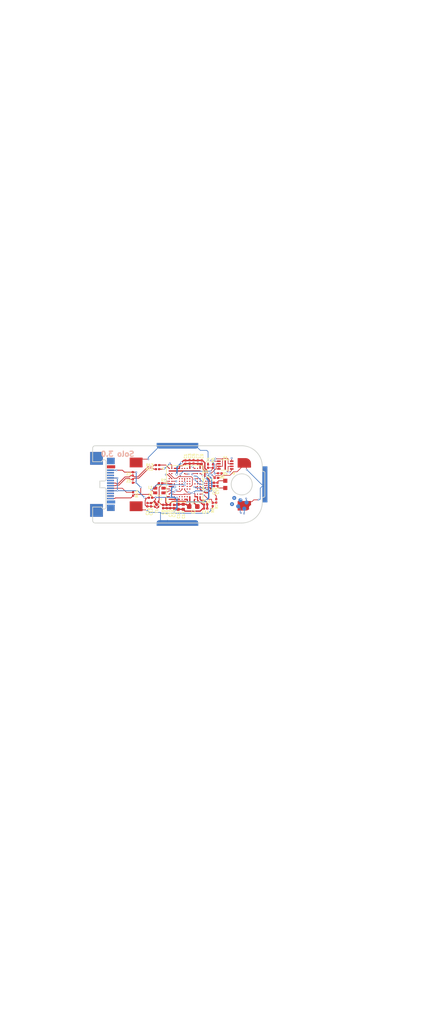
<source format=kicad_pcb>
(kicad_pcb (version 20171130) (host pcbnew "(5.1.5-0-10_14)")

  (general
    (thickness 0.8)
    (drawings 108)
    (tracks 770)
    (zones 0)
    (modules 41)
    (nets 87)
  )

  (page A4)
  (layers
    (0 F.Cu signal)
    (1 In1.Cu signal)
    (2 In2.Cu signal)
    (31 B.Cu signal)
    (32 B.Adhes user)
    (33 F.Adhes user)
    (34 B.Paste user)
    (35 F.Paste user)
    (36 B.SilkS user)
    (37 F.SilkS user)
    (38 B.Mask user)
    (39 F.Mask user)
    (40 Dwgs.User user)
    (41 Cmts.User user)
    (42 Eco1.User user)
    (43 Eco2.User user)
    (44 Edge.Cuts user)
    (45 Margin user)
    (46 B.CrtYd user)
    (47 F.CrtYd user)
    (48 B.Fab user)
    (49 F.Fab user)
  )

  (setup
    (last_trace_width 0.127)
    (user_trace_width 0.127)
    (user_trace_width 0.1524)
    (user_trace_width 0.25)
    (user_trace_width 0.4)
    (user_trace_width 0.127)
    (user_trace_width 0.1524)
    (user_trace_width 0.25)
    (user_trace_width 0.4)
    (trace_clearance 0.127)
    (zone_clearance 0)
    (zone_45_only no)
    (trace_min 0.05)
    (via_size 0.35)
    (via_drill 0.2)
    (via_min_size 0.35)
    (via_min_drill 0.2)
    (user_via 0.35 0.2)
    (user_via 0.45 0.3)
    (user_via 0.35 0.2)
    (user_via 0.45 0.3)
    (uvia_size 0.35)
    (uvia_drill 0.2)
    (uvias_allowed no)
    (uvia_min_size 0.2)
    (uvia_min_drill 0.1)
    (edge_width 0.15)
    (segment_width 0.15)
    (pcb_text_width 0.3)
    (pcb_text_size 1.5 1.5)
    (mod_edge_width 0.12)
    (mod_text_size 1 1)
    (mod_text_width 0.15)
    (pad_size 2 1.75)
    (pad_drill 0)
    (pad_to_mask_clearance 0.051)
    (solder_mask_min_width 0.25)
    (aux_axis_origin 0 0)
    (grid_origin 131.9 62.8)
    (visible_elements 7FFFFFFF)
    (pcbplotparams
      (layerselection 0x010fc_ffffffff)
      (usegerberextensions false)
      (usegerberattributes false)
      (usegerberadvancedattributes false)
      (creategerberjobfile false)
      (excludeedgelayer true)
      (linewidth 0.100000)
      (plotframeref false)
      (viasonmask false)
      (mode 1)
      (useauxorigin false)
      (hpglpennumber 1)
      (hpglpenspeed 20)
      (hpglpendiameter 15.000000)
      (psnegative false)
      (psa4output false)
      (plotreference true)
      (plotvalue true)
      (plotinvisibletext false)
      (padsonsilk false)
      (subtractmaskfromsilk false)
      (outputformat 1)
      (mirror false)
      (drillshape 0)
      (scaleselection 1)
      (outputdirectory "gerbers"))
  )

  (net 0 "")
  (net 1 "Net-(U1-PadA6)")
  (net 2 "Net-(U1-PadA8)")
  (net 3 "Net-(U1-PadC2)")
  (net 4 "Net-(U1-PadE1)")
  (net 5 "Net-(U1-PadE6)")
  (net 6 "Net-(U1-PadE9)")
  (net 7 "Net-(U1-PadF8)")
  (net 8 "Net-(U1-PadF9)")
  (net 9 "Net-(U1-PadG3)")
  (net 10 "Net-(U1-PadG5)")
  (net 11 "Net-(U1-PadH5)")
  (net 12 "Net-(U1-PadH8)")
  (net 13 "Net-(U1-PadJ5)")
  (net 14 "Net-(U1-PadJ8)")
  (net 15 "Net-(U1-PadJ9)")
  (net 16 +3V3)
  (net 17 "Net-(U1-PadA7)")
  (net 18 "Net-(U1-PadA12)")
  (net 19 GNDREF)
  (net 20 "Net-(U1-PadM2)")
  (net 21 "Net-(U1-PadM3)")
  (net 22 "Net-(U1-PadF5)")
  (net 23 "Net-(U1-PadM5)")
  (net 24 "Net-(U1-PadF6)")
  (net 25 "Net-(U1-PadG6)")
  (net 26 "Net-(U1-PadM6)")
  (net 27 "Net-(U1-PadN6)")
  (net 28 "Net-(U1-PadM7)")
  (net 29 "Net-(U1-PadE8)")
  (net 30 "Net-(U1-PadG8)")
  (net 31 "Net-(U1-PadM8)")
  (net 32 "Net-(U1-PadG9)")
  (net 33 "Net-(U1-PadG11)")
  (net 34 "Net-(U1-PadF12)")
  (net 35 "Net-(U1-PadG12)")
  (net 36 "Net-(U1-PadJ12)")
  (net 37 "Net-(U1-PadL12)")
  (net 38 /solo/Sheet5DDC9C58/SWCLK)
  (net 39 /solo/Sheet5DDC9C58/SWDIO)
  (net 40 /solo/Sheet5DDC9C58/SWO)
  (net 41 /solo/nRESET)
  (net 42 /solo/D-)
  (net 43 /solo/D+)
  (net 44 /solo/Sheet5DDC9C58/G)
  (net 45 /solo/Sheet5DDC9C58/B)
  (net 46 /solo/Sheet5DDC9C58/R)
  (net 47 /solo/Sheet5DDC9C58/SPI_SS)
  (net 48 /solo/Sheet5DDC9C58/SPI_MOSI)
  (net 49 /solo/Sheet5DDC9C58/SPI_MISO)
  (net 50 /solo/Sheet5DDC9C58/SPI_CLK)
  (net 51 /solo/NFC-)
  (net 52 /solo/NFC+)
  (net 53 /5V)
  (net 54 "Net-(U1-PadF13)")
  (net 55 "Net-(U1-PadG13)")
  (net 56 "Net-(U1-PadE13)")
  (net 57 /solo/Sheet5DDC9C58/SENSE1)
  (net 58 /solo/Sheet5DDC9C58/CHARGE1)
  (net 59 /solo/Sheet5DDC9C58/SENSE2)
  (net 60 /solo/Sheet5DDC9C58/SENSE3)
  (net 61 "Net-(L1-Pad4)")
  (net 62 /NFC+)
  (net 63 /NFC-)
  (net 64 /CAP1)
  (net 65 /CAP2)
  (net 66 /CAP3)
  (net 67 "Net-(U1-PadE5)")
  (net 68 "Net-(C13-Pad1)")
  (net 69 "Net-(L2-Pad1)")
  (net 70 /solo/FLASH_CS)
  (net 71 /solo/FLASH_POWER)
  (net 72 /IN_D+)
  (net 73 /IN_D-)
  (net 74 "Net-(P1-PadA5)")
  (net 75 "Net-(P1-PadB8)")
  (net 76 "Net-(P1-PadB10)")
  (net 77 "Net-(P1-PadB11)")
  (net 78 "Net-(P1-PadB5)")
  (net 79 "Net-(P1-PadB3)")
  (net 80 "Net-(P1-PadB2)")
  (net 81 "Net-(P1-PadA2)")
  (net 82 "Net-(P1-PadA3)")
  (net 83 "Net-(P1-PadA8)")
  (net 84 "Net-(P1-PadA10)")
  (net 85 "Net-(P1-PadA11)")
  (net 86 "Net-(N1-PadA4)")

  (net_class Default "This is the default net class."
    (clearance 0.127)
    (trace_width 0.127)
    (via_dia 0.35)
    (via_drill 0.2)
    (uvia_dia 0.35)
    (uvia_drill 0.2)
    (diff_pair_width 0.1524)
    (diff_pair_gap 0.1524)
    (add_net +3V3)
    (add_net /5V)
    (add_net /CAP1)
    (add_net /CAP2)
    (add_net /CAP3)
    (add_net /IN_D+)
    (add_net /IN_D-)
    (add_net /NFC+)
    (add_net /NFC-)
    (add_net /solo/D+)
    (add_net /solo/D-)
    (add_net /solo/FLASH_CS)
    (add_net /solo/FLASH_POWER)
    (add_net /solo/Sheet5DDC9C58/B)
    (add_net /solo/Sheet5DDC9C58/CHARGE1)
    (add_net /solo/Sheet5DDC9C58/G)
    (add_net /solo/Sheet5DDC9C58/R)
    (add_net /solo/Sheet5DDC9C58/SENSE1)
    (add_net /solo/Sheet5DDC9C58/SENSE2)
    (add_net /solo/Sheet5DDC9C58/SENSE3)
    (add_net /solo/Sheet5DDC9C58/SPI_CLK)
    (add_net /solo/Sheet5DDC9C58/SPI_MISO)
    (add_net /solo/Sheet5DDC9C58/SPI_MOSI)
    (add_net /solo/Sheet5DDC9C58/SPI_SS)
    (add_net /solo/Sheet5DDC9C58/SWCLK)
    (add_net /solo/Sheet5DDC9C58/SWDIO)
    (add_net /solo/Sheet5DDC9C58/SWO)
    (add_net /solo/nRESET)
    (add_net GNDREF)
    (add_net "Net-(C13-Pad1)")
    (add_net "Net-(L1-Pad4)")
    (add_net "Net-(L2-Pad1)")
    (add_net "Net-(N1-PadA4)")
    (add_net "Net-(P1-PadA10)")
    (add_net "Net-(P1-PadA11)")
    (add_net "Net-(P1-PadA2)")
    (add_net "Net-(P1-PadA3)")
    (add_net "Net-(P1-PadA5)")
    (add_net "Net-(P1-PadA8)")
    (add_net "Net-(P1-PadB10)")
    (add_net "Net-(P1-PadB11)")
    (add_net "Net-(P1-PadB2)")
    (add_net "Net-(P1-PadB3)")
    (add_net "Net-(P1-PadB5)")
    (add_net "Net-(P1-PadB8)")
    (add_net "Net-(U1-PadA12)")
    (add_net "Net-(U1-PadA6)")
    (add_net "Net-(U1-PadA7)")
    (add_net "Net-(U1-PadA8)")
    (add_net "Net-(U1-PadC2)")
    (add_net "Net-(U1-PadE1)")
    (add_net "Net-(U1-PadE13)")
    (add_net "Net-(U1-PadE5)")
    (add_net "Net-(U1-PadE6)")
    (add_net "Net-(U1-PadE8)")
    (add_net "Net-(U1-PadE9)")
    (add_net "Net-(U1-PadF12)")
    (add_net "Net-(U1-PadF13)")
    (add_net "Net-(U1-PadF5)")
    (add_net "Net-(U1-PadF6)")
    (add_net "Net-(U1-PadF8)")
    (add_net "Net-(U1-PadF9)")
    (add_net "Net-(U1-PadG11)")
    (add_net "Net-(U1-PadG12)")
    (add_net "Net-(U1-PadG13)")
    (add_net "Net-(U1-PadG3)")
    (add_net "Net-(U1-PadG5)")
    (add_net "Net-(U1-PadG6)")
    (add_net "Net-(U1-PadG8)")
    (add_net "Net-(U1-PadG9)")
    (add_net "Net-(U1-PadH5)")
    (add_net "Net-(U1-PadH8)")
    (add_net "Net-(U1-PadJ12)")
    (add_net "Net-(U1-PadJ5)")
    (add_net "Net-(U1-PadJ8)")
    (add_net "Net-(U1-PadJ9)")
    (add_net "Net-(U1-PadL12)")
    (add_net "Net-(U1-PadM2)")
    (add_net "Net-(U1-PadM3)")
    (add_net "Net-(U1-PadM5)")
    (add_net "Net-(U1-PadM6)")
    (add_net "Net-(U1-PadM7)")
    (add_net "Net-(U1-PadM8)")
    (add_net "Net-(U1-PadN6)")
  )

  (module solo:AS3953_CSP (layer F.Cu) (tedit 5DF511BC) (tstamp 5E0FBB93)
    (at 138.425 58.5 90)
    (descr "RFID TAG R/W 13.56MHZ INLAY")
    (path /5DDFB633/5E160F94)
    (attr smd)
    (fp_text reference N1 (at 1.45 0.125 180) (layer F.SilkS)
      (effects (font (size 0.32 0.32) (thickness 0.08)))
    )
    (fp_text value AS3953-CSP (at 82.325 -5 90) (layer F.SilkS) hide
      (effects (font (size 0.32 0.32) (thickness 0.05)))
    )
    (fp_line (start -1.04 -0.42) (end -1.04 -0.84) (layer F.SilkS) (width 0.127))
    (fp_line (start -1.04 -0.84) (end -0.62 -0.84) (layer F.SilkS) (width 0.127))
    (fp_line (start 0.62 -0.84) (end 1.04 -0.84) (layer F.SilkS) (width 0.127))
    (fp_line (start 1.04 -0.84) (end 1.04 -0.42) (layer F.SilkS) (width 0.127))
    (fp_line (start -1.04 0.42) (end -1.04 0.84) (layer F.SilkS) (width 0.127))
    (fp_line (start -1.04 0.84) (end -0.62 0.84) (layer F.SilkS) (width 0.127))
    (fp_line (start 0.62 0.84) (end 1.04 0.84) (layer F.SilkS) (width 0.127))
    (fp_line (start 1.04 0.84) (end 1.04 0.42) (layer F.SilkS) (width 0.127))
    (fp_circle (center -1.36 -0.53) (end -1.31 -0.53) (layer F.SilkS) (width 0.1))
    (pad A1 smd circle (at -0.6 -0.4 90) (size 0.25 0.25) (layers F.Cu F.Paste F.Mask)
      (net 47 /solo/Sheet5DDC9C58/SPI_SS))
    (pad A2 smd circle (at -0.2 -0.2 90) (size 0.25 0.25) (layers F.Cu F.Paste F.Mask)
      (net 48 /solo/Sheet5DDC9C58/SPI_MOSI))
    (pad A3 smd circle (at 0.2 -0.2 90) (size 0.25 0.25) (layers F.Cu F.Paste F.Mask)
      (net 49 /solo/Sheet5DDC9C58/SPI_MISO))
    (pad A4 smd circle (at 0.6 -0.4 90) (size 0.25 0.25) (layers F.Cu F.Paste F.Mask)
      (net 86 "Net-(N1-PadA4)"))
    (pad B1 smd circle (at -0.6 0 90) (size 0.25 0.25) (layers F.Cu F.Paste F.Mask)
      (net 50 /solo/Sheet5DDC9C58/SPI_CLK))
    (pad C1 smd circle (at -0.6 0.4 90) (size 0.25 0.25) (layers F.Cu F.Paste F.Mask)
      (net 19 GNDREF))
    (pad B2 smd circle (at -0.2 0.2 90) (size 0.25 0.25) (layers F.Cu F.Paste F.Mask)
      (net 63 /NFC-))
    (pad B3 smd circle (at 0.2 0.2 90) (size 0.25 0.25) (layers F.Cu F.Paste F.Mask)
      (net 62 /NFC+))
    (pad B4 smd circle (at 0.6 0 90) (size 0.25 0.25) (layers F.Cu F.Paste F.Mask)
      (net 16 +3V3))
    (pad C4 smd circle (at 0.6 0.4 90) (size 0.25 0.25) (layers F.Cu F.Paste F.Mask)
      (net 16 +3V3))
    (model 3d/AS3956-CSP.step
      (offset (xyz -0.9 -0.7 0))
      (scale (xyz 1 1 1))
      (rotate (xyz 0 0 0))
    )
  )

  (module solo:c-plating (layer F.Cu) (tedit 5DFEA705) (tstamp 5DFF00FD)
    (at 116.9 53.35)
    (fp_text reference REF** (at 2.15 -4.05) (layer F.SilkS) hide
      (effects (font (size 1 1) (thickness 0.15)))
    )
    (fp_text value c-plating (at 3.55 -3) (layer F.Fab)
      (effects (font (size 1 1) (thickness 0.15)))
    )
    (pad 1 smd rect (at -0.15 10.2) (size 2.5 2.5) (layers B.Cu B.Mask))
    (pad 1 smd rect (at -0.15 0.1) (size 2.5 2.5) (layers B.Cu B.Mask))
    (pad 2 smd rect (at -0.15 10.2) (size 2.5 2.5) (layers F.Cu F.Mask))
    (pad 1 smd rect (at -0.15 0.1) (size 2.5 2.5) (layers F.Cu F.Mask))
  )

  (module solo:USB-C_WURTH (layer F.Cu) (tedit 5DFE7D1E) (tstamp 5DFE7B4E)
    (at 118.64 58.445 270)
    (path /5E0439C1)
    (fp_text reference P1 (at 105.78 -34.76 90) (layer F.SilkS) hide
      (effects (font (size 1 1) (thickness 0.15)))
    )
    (fp_text value USB_C_Plug (at 100.305 14.225 90) (layer F.Fab)
      (effects (font (size 1 1) (thickness 0.15)))
    )
    (fp_line (start 0.05508 0.036108) (end 0.05508 -3.529767) (layer Eco2.User) (width 0.1))
    (fp_line (start -4.19492 -0.143892) (end 4.30508 -0.143892) (layer Eco2.User) (width 0.1))
    (fp_line (start -4.19492 0.036108) (end 4.30508 0.036108) (layer Eco2.User) (width 0.1))
    (fp_line (start 0.05508 -3) (end 0.05508 2.699999) (layer Eco2.User) (width 0.1))
    (pad B12 smd rect (at 2.805 -0.825 90) (size 0.3 1.35) (layers B.Cu B.Paste B.Mask)
      (net 19 GNDREF))
    (pad B8 smd rect (at 0.805 -0.825 90) (size 0.3 1.35) (layers B.Cu B.Paste B.Mask)
      (net 75 "Net-(P1-PadB8)"))
    (pad B7 smd rect (at 0.305 -0.825 90) (size 0.3 1.35) (layers B.Cu B.Paste B.Mask))
    (pad B9 smd rect (at 1.305 -0.825 90) (size 0.3 1.35) (layers B.Cu B.Paste B.Mask)
      (net 53 /5V))
    (pad B10 smd rect (at 1.805 -0.825 90) (size 0.3 1.35) (layers B.Cu B.Paste B.Mask)
      (net 76 "Net-(P1-PadB10)"))
    (pad NC smd rect (at 4.6 -0.895 90) (size 1.25 1.5) (layers B.Cu B.Paste B.Mask))
    (pad NC smd rect (at -4.49 -0.895 90) (size 1.25 1.5) (layers B.Cu B.Paste B.Mask))
    (pad B11 smd rect (at 2.305 -0.825 90) (size 0.3 1.35) (layers B.Cu B.Paste B.Mask)
      (net 77 "Net-(P1-PadB11)"))
    (pad B6 smd rect (at -0.195 -0.825 90) (size 0.3 1.35) (layers B.Cu B.Paste B.Mask))
    (pad B5 smd rect (at -0.695 -0.825 90) (size 0.3 1.35) (layers B.Cu B.Paste B.Mask)
      (net 78 "Net-(P1-PadB5)"))
    (pad B4 smd rect (at -1.195 -0.825 90) (size 0.3 1.35) (layers B.Cu B.Paste B.Mask)
      (net 53 /5V))
    (pad B3 smd rect (at -1.695 -0.825 90) (size 0.3 1.35) (layers B.Cu B.Paste B.Mask)
      (net 79 "Net-(P1-PadB3)"))
    (pad B2 smd rect (at -2.195 -0.825 90) (size 0.3 1.35) (layers B.Cu B.Paste B.Mask)
      (net 80 "Net-(P1-PadB2)"))
    (pad B1 smd rect (at -2.695 -0.825 90) (size 0.3 1.35) (layers B.Cu B.Paste B.Mask)
      (net 19 GNDREF))
    (pad NC smd rect (at 3.465 -0.945 90) (size 0.6 1.6) (layers B.Cu B.Paste B.Mask))
    (pad NC smd rect (at 4.6 -0.895 270) (size 1.25 1.5) (layers F.Cu F.Paste F.Mask))
    (pad NC smd rect (at -4.49 -0.895 270) (size 1.25 1.5) (layers F.Cu F.Paste F.Mask))
    (pad NC smd rect (at -3.355 -0.945 270) (size 0.6 1.6) (layers F.Cu F.Paste F.Mask))
    (pad A1 smd rect (at 2.805 -0.825 270) (size 0.3 1.35) (layers F.Cu F.Paste F.Mask)
      (net 19 GNDREF))
    (pad A2 smd rect (at 2.305 -0.825 270) (size 0.3 1.35) (layers F.Cu F.Paste F.Mask)
      (net 81 "Net-(P1-PadA2)"))
    (pad A3 smd rect (at 1.805 -0.825 270) (size 0.3 1.35) (layers F.Cu F.Paste F.Mask)
      (net 82 "Net-(P1-PadA3)"))
    (pad A4 smd rect (at 1.305 -0.825 270) (size 0.3 1.35) (layers F.Cu F.Paste F.Mask)
      (net 53 /5V))
    (pad A5 smd rect (at 0.805 -0.825 270) (size 0.3 1.35) (layers F.Cu F.Paste F.Mask)
      (net 74 "Net-(P1-PadA5)"))
    (pad A6 smd rect (at 0.305 -0.825 270) (size 0.3 1.35) (layers F.Cu F.Paste F.Mask)
      (net 72 /IN_D+))
    (pad A7 smd rect (at -0.195 -0.825 270) (size 0.3 1.35) (layers F.Cu F.Paste F.Mask)
      (net 73 /IN_D-))
    (pad A8 smd rect (at -0.695 -0.825 270) (size 0.3 1.35) (layers F.Cu F.Paste F.Mask)
      (net 83 "Net-(P1-PadA8)"))
    (pad A9 smd rect (at -1.195 -0.825 270) (size 0.3 1.35) (layers F.Cu F.Paste F.Mask)
      (net 53 /5V))
    (pad A10 smd rect (at -1.695 -0.825 270) (size 0.3 1.35) (layers F.Cu F.Paste F.Mask)
      (net 84 "Net-(P1-PadA10)"))
    (pad A11 smd rect (at -2.195 -0.825 270) (size 0.3 1.35) (layers F.Cu F.Paste F.Mask)
      (net 85 "Net-(P1-PadA11)"))
    (pad A12 smd rect (at -2.695 -0.825 270) (size 0.3 1.35) (layers F.Cu F.Paste F.Mask)
      (net 19 GNDREF))
    (model 3d/wurth_632712000112_usb-c.step
      (offset (xyz 0.07000000000000001 -10.3 -0.47))
      (scale (xyz 1 1 1))
      (rotate (xyz -90 0 0))
    )
  )

  (module solo:BGA98C50P13X13_700X700X97N (layer F.Cu) (tedit 5DDDBAE3) (tstamp 5DFE84FB)
    (at 133.9 58.4)
    (path /5DDFB633/5DDC9C59/5DDC9D9F)
    (attr smd)
    (fp_text reference U1 (at 4.15 -2.4) (layer F.SilkS)
      (effects (font (size 0.5 0.5) (thickness 0.125)))
    )
    (fp_text value LPC55S28JEV98K (at 7.8 51.9) (layer F.SilkS) hide
      (effects (font (size 1 1) (thickness 0.05)))
    )
    (fp_line (start -3.55 -3.55) (end 3.55 -3.55) (layer F.Fab) (width 0.127))
    (fp_line (start 3.55 -3.55) (end 3.55 3.55) (layer F.Fab) (width 0.127))
    (fp_line (start 3.55 3.55) (end -3.55 3.55) (layer F.Fab) (width 0.127))
    (fp_line (start -3.55 3.55) (end -3.55 -3.55) (layer F.Fab) (width 0.127))
    (fp_line (start -3.55 -3.55) (end 3.55 -3.55) (layer F.SilkS) (width 0.127))
    (fp_line (start 3.55 -3.55) (end 3.55 3.55) (layer F.SilkS) (width 0.127))
    (fp_line (start 3.55 3.55) (end -3.55 3.55) (layer F.SilkS) (width 0.127))
    (fp_line (start -3.55 3.55) (end -3.55 -3.55) (layer F.SilkS) (width 0.127))
    (fp_circle (center -4.2 -3) (end -4.1 -3) (layer F.SilkS) (width 0.2))
    (fp_circle (center -4.2 -3) (end -4.1 -3) (layer F.Fab) (width 0.2))
    (pad A1 smd circle (at -3 -3) (size 0.24 0.24) (layers F.Cu F.Paste F.Mask)
      (net 42 /solo/D-))
    (pad A2 smd circle (at -2.5 -3) (size 0.24 0.24) (layers F.Cu F.Paste F.Mask)
      (net 43 /solo/D+))
    (pad A3 smd circle (at -2 -3) (size 0.24 0.24) (layers F.Cu F.Paste F.Mask)
      (net 16 +3V3))
    (pad A5 smd circle (at -1 -3) (size 0.24 0.24) (layers F.Cu F.Paste F.Mask)
      (net 16 +3V3))
    (pad A6 smd circle (at -0.5 -3) (size 0.24 0.24) (layers F.Cu F.Paste F.Mask)
      (net 1 "Net-(U1-PadA6)"))
    (pad A7 smd circle (at 0 -3) (size 0.24 0.24) (layers F.Cu F.Paste F.Mask)
      (net 17 "Net-(U1-PadA7)"))
    (pad A8 smd circle (at 0.5 -3) (size 0.24 0.24) (layers F.Cu F.Paste F.Mask)
      (net 2 "Net-(U1-PadA8)"))
    (pad A9 smd circle (at 1 -3) (size 0.24 0.24) (layers F.Cu F.Paste F.Mask)
      (net 16 +3V3))
    (pad A11 smd circle (at 2 -3) (size 0.24 0.24) (layers F.Cu F.Paste F.Mask)
      (net 49 /solo/Sheet5DDC9C58/SPI_MISO))
    (pad A12 smd circle (at 2.5 -3) (size 0.24 0.24) (layers F.Cu F.Paste F.Mask)
      (net 18 "Net-(U1-PadA12)"))
    (pad A13 smd circle (at 3 -3) (size 0.24 0.24) (layers F.Cu F.Paste F.Mask)
      (net 16 +3V3))
    (pad B1 smd circle (at -3 -2.5) (size 0.24 0.24) (layers F.Cu F.Paste F.Mask)
      (net 19 GNDREF))
    (pad C1 smd circle (at -3 -2) (size 0.24 0.24) (layers F.Cu F.Paste F.Mask)
      (net 57 /solo/Sheet5DDC9C58/SENSE1))
    (pad E1 smd circle (at -3 -1) (size 0.24 0.24) (layers F.Cu F.Paste F.Mask)
      (net 4 "Net-(U1-PadE1)"))
    (pad F1 smd circle (at -3 -0.5) (size 0.24 0.24) (layers F.Cu F.Paste F.Mask)
      (net 38 /solo/Sheet5DDC9C58/SWCLK))
    (pad G1 smd circle (at -3 0) (size 0.24 0.24) (layers F.Cu F.Paste F.Mask)
      (net 16 +3V3))
    (pad H1 smd circle (at -3 0.5) (size 0.24 0.24) (layers F.Cu F.Paste F.Mask)
      (net 19 GNDREF))
    (pad J1 smd circle (at -3 1) (size 0.24 0.24) (layers F.Cu F.Paste F.Mask)
      (net 45 /solo/Sheet5DDC9C58/B))
    (pad L1 smd circle (at -3 2) (size 0.24 0.24) (layers F.Cu F.Paste F.Mask)
      (net 59 /solo/Sheet5DDC9C58/SENSE2))
    (pad M1 smd circle (at -3 2.5) (size 0.24 0.24) (layers F.Cu F.Paste F.Mask)
      (net 16 +3V3))
    (pad N1 smd circle (at -3 3) (size 0.24 0.24) (layers F.Cu F.Paste F.Mask)
      (net 19 GNDREF))
    (pad B2 smd circle (at -2.5 -2.5) (size 0.24 0.24) (layers F.Cu F.Paste F.Mask)
      (net 19 GNDREF))
    (pad C2 smd circle (at -2.5 -2) (size 0.24 0.24) (layers F.Cu F.Paste F.Mask)
      (net 3 "Net-(U1-PadC2)"))
    (pad E2 smd circle (at -2.5 -1) (size 0.24 0.24) (layers F.Cu F.Paste F.Mask)
      (net 39 /solo/Sheet5DDC9C58/SWDIO))
    (pad F2 smd circle (at -2.5 -0.5) (size 0.24 0.24) (layers F.Cu F.Paste F.Mask)
      (net 40 /solo/Sheet5DDC9C58/SWO))
    (pad G2 smd circle (at -2.5 0) (size 0.24 0.24) (layers F.Cu F.Paste F.Mask)
      (net 16 +3V3))
    (pad H2 smd circle (at -2.5 0.5) (size 0.24 0.24) (layers F.Cu F.Paste F.Mask)
      (net 19 GNDREF))
    (pad J2 smd circle (at -2.5 1) (size 0.24 0.24) (layers F.Cu F.Paste F.Mask)
      (net 44 /solo/Sheet5DDC9C58/G))
    (pad L2 smd circle (at -2.5 2) (size 0.24 0.24) (layers F.Cu F.Paste F.Mask)
      (net 60 /solo/Sheet5DDC9C58/SENSE3))
    (pad M2 smd circle (at -2.5 2.5) (size 0.24 0.24) (layers F.Cu F.Paste F.Mask)
      (net 20 "Net-(U1-PadM2)"))
    (pad N2 smd circle (at -2.5 3) (size 0.24 0.24) (layers F.Cu F.Paste F.Mask)
      (net 19 GNDREF))
    (pad B3 smd circle (at -2 -2.5) (size 0.24 0.24) (layers F.Cu F.Paste F.Mask)
      (net 19 GNDREF))
    (pad G3 smd circle (at -2 0) (size 0.24 0.24) (layers F.Cu F.Paste F.Mask)
      (net 9 "Net-(U1-PadG3)"))
    (pad M3 smd circle (at -2 2.5) (size 0.24 0.24) (layers F.Cu F.Paste F.Mask)
      (net 21 "Net-(U1-PadM3)"))
    (pad N3 smd circle (at -2 3) (size 0.24 0.24) (layers F.Cu F.Paste F.Mask)
      (net 19 GNDREF))
    (pad B5 smd circle (at -1 -2.5) (size 0.24 0.24) (layers F.Cu F.Paste F.Mask)
      (net 19 GNDREF))
    (pad E5 smd circle (at -1 -1) (size 0.24 0.24) (layers F.Cu F.Paste F.Mask)
      (net 67 "Net-(U1-PadE5)"))
    (pad F5 smd circle (at -1 -0.5) (size 0.24 0.24) (layers F.Cu F.Paste F.Mask)
      (net 22 "Net-(U1-PadF5)"))
    (pad G5 smd circle (at -1 0) (size 0.24 0.24) (layers F.Cu F.Paste F.Mask)
      (net 10 "Net-(U1-PadG5)"))
    (pad H5 smd circle (at -1 0.5) (size 0.24 0.24) (layers F.Cu F.Paste F.Mask)
      (net 11 "Net-(U1-PadH5)"))
    (pad J5 smd circle (at -1 1) (size 0.24 0.24) (layers F.Cu F.Paste F.Mask)
      (net 13 "Net-(U1-PadJ5)"))
    (pad M5 smd circle (at -1 2.5) (size 0.24 0.24) (layers F.Cu F.Paste F.Mask)
      (net 23 "Net-(U1-PadM5)"))
    (pad N5 smd circle (at -1 3) (size 0.24 0.24) (layers F.Cu F.Paste F.Mask)
      (net 19 GNDREF))
    (pad B6 smd circle (at -0.5 -2.5) (size 0.24 0.24) (layers F.Cu F.Paste F.Mask)
      (net 19 GNDREF))
    (pad E6 smd circle (at -0.5 -1) (size 0.24 0.24) (layers F.Cu F.Paste F.Mask)
      (net 5 "Net-(U1-PadE6)"))
    (pad F6 smd circle (at -0.5 -0.5) (size 0.24 0.24) (layers F.Cu F.Paste F.Mask)
      (net 24 "Net-(U1-PadF6)"))
    (pad G6 smd circle (at -0.5 0) (size 0.24 0.24) (layers F.Cu F.Paste F.Mask)
      (net 25 "Net-(U1-PadG6)"))
    (pad H6 smd circle (at -0.5 0.5) (size 0.24 0.24) (layers F.Cu F.Paste F.Mask)
      (net 46 /solo/Sheet5DDC9C58/R))
    (pad J6 smd circle (at -0.5 1) (size 0.24 0.24) (layers F.Cu F.Paste F.Mask)
      (net 41 /solo/nRESET))
    (pad M6 smd circle (at -0.5 2.5) (size 0.24 0.24) (layers F.Cu F.Paste F.Mask)
      (net 26 "Net-(U1-PadM6)"))
    (pad N6 smd circle (at -0.5 3) (size 0.24 0.24) (layers F.Cu F.Paste F.Mask)
      (net 27 "Net-(U1-PadN6)"))
    (pad B7 smd circle (at 0 -2.5) (size 0.24 0.24) (layers F.Cu F.Paste F.Mask)
      (net 19 GNDREF))
    (pad C7 smd circle (at 0 -2) (size 0.24 0.24) (layers F.Cu F.Paste F.Mask)
      (net 58 /solo/Sheet5DDC9C58/CHARGE1))
    (pad E7 smd circle (at 0 -1) (size 0.24 0.24) (layers F.Cu F.Paste F.Mask)
      (net 71 /solo/FLASH_POWER))
    (pad J7 smd circle (at 0 1) (size 0.24 0.24) (layers F.Cu F.Paste F.Mask)
      (net 49 /solo/Sheet5DDC9C58/SPI_MISO))
    (pad M7 smd circle (at 0 2.5) (size 0.24 0.24) (layers F.Cu F.Paste F.Mask)
      (net 28 "Net-(U1-PadM7)"))
    (pad N7 smd circle (at 0 3) (size 0.24 0.24) (layers F.Cu F.Paste F.Mask)
      (net 16 +3V3))
    (pad B8 smd circle (at 0.5 -2.5) (size 0.24 0.24) (layers F.Cu F.Paste F.Mask)
      (net 19 GNDREF))
    (pad E8 smd circle (at 0.5 -1) (size 0.24 0.24) (layers F.Cu F.Paste F.Mask)
      (net 29 "Net-(U1-PadE8)"))
    (pad F8 smd circle (at 0.5 -0.5) (size 0.24 0.24) (layers F.Cu F.Paste F.Mask)
      (net 7 "Net-(U1-PadF8)"))
    (pad G8 smd circle (at 0.5 0) (size 0.24 0.24) (layers F.Cu F.Paste F.Mask)
      (net 30 "Net-(U1-PadG8)"))
    (pad H8 smd circle (at 0.5 0.5) (size 0.24 0.24) (layers F.Cu F.Paste F.Mask)
      (net 12 "Net-(U1-PadH8)"))
    (pad J8 smd circle (at 0.5 1) (size 0.24 0.24) (layers F.Cu F.Paste F.Mask)
      (net 14 "Net-(U1-PadJ8)"))
    (pad L7 smd circle (at 0 2) (size 0.24 0.24) (layers F.Cu F.Paste F.Mask)
      (net 60 /solo/Sheet5DDC9C58/SENSE3))
    (pad M8 smd circle (at 0.5 2.5) (size 0.24 0.24) (layers F.Cu F.Paste F.Mask)
      (net 31 "Net-(U1-PadM8)"))
    (pad N8 smd circle (at 0.5 3) (size 0.24 0.24) (layers F.Cu F.Paste F.Mask)
      (net 16 +3V3))
    (pad B9 smd circle (at 1 -2.5) (size 0.24 0.24) (layers F.Cu F.Paste F.Mask)
      (net 19 GNDREF))
    (pad E9 smd circle (at 1 -1) (size 0.24 0.24) (layers F.Cu F.Paste F.Mask)
      (net 6 "Net-(U1-PadE9)"))
    (pad F9 smd circle (at 1 -0.5) (size 0.24 0.24) (layers F.Cu F.Paste F.Mask)
      (net 8 "Net-(U1-PadF9)"))
    (pad G9 smd circle (at 1 0) (size 0.24 0.24) (layers F.Cu F.Paste F.Mask)
      (net 32 "Net-(U1-PadG9)"))
    (pad H9 smd circle (at 1 0.5) (size 0.24 0.24) (layers F.Cu F.Paste F.Mask)
      (net 57 /solo/Sheet5DDC9C58/SENSE1))
    (pad J9 smd circle (at 1 1) (size 0.24 0.24) (layers F.Cu F.Paste F.Mask)
      (net 15 "Net-(U1-PadJ9)"))
    (pad M9 smd circle (at 1 2.5) (size 0.24 0.24) (layers F.Cu F.Paste F.Mask)
      (net 68 "Net-(C13-Pad1)"))
    (pad N9 smd circle (at 1 3) (size 0.24 0.24) (layers F.Cu F.Paste F.Mask)
      (net 68 "Net-(C13-Pad1)"))
    (pad B11 smd circle (at 2 -2.5) (size 0.24 0.24) (layers F.Cu F.Paste F.Mask)
      (net 19 GNDREF))
    (pad G11 smd circle (at 2 0) (size 0.24 0.24) (layers F.Cu F.Paste F.Mask)
      (net 33 "Net-(U1-PadG11)"))
    (pad M11 smd circle (at 2 2.5) (size 0.24 0.24) (layers F.Cu F.Paste F.Mask)
      (net 19 GNDREF))
    (pad N11 smd circle (at 2 3) (size 0.24 0.24) (layers F.Cu F.Paste F.Mask)
      (net 69 "Net-(L2-Pad1)"))
    (pad B12 smd circle (at 2.5 -2.5) (size 0.24 0.24) (layers F.Cu F.Paste F.Mask)
      (net 19 GNDREF))
    (pad C12 smd circle (at 2.5 -2) (size 0.24 0.24) (layers F.Cu F.Paste F.Mask)
      (net 70 /solo/FLASH_CS))
    (pad E12 smd circle (at 2.5 -1) (size 0.24 0.24) (layers F.Cu F.Paste F.Mask)
      (net 48 /solo/Sheet5DDC9C58/SPI_MOSI))
    (pad F12 smd circle (at 2.5 -0.5) (size 0.24 0.24) (layers F.Cu F.Paste F.Mask)
      (net 34 "Net-(U1-PadF12)"))
    (pad G12 smd circle (at 2.5 0) (size 0.24 0.24) (layers F.Cu F.Paste F.Mask)
      (net 35 "Net-(U1-PadG12)"))
    (pad H12 smd circle (at 2.5 0.5) (size 0.24 0.24) (layers F.Cu F.Paste F.Mask)
      (net 50 /solo/Sheet5DDC9C58/SPI_CLK))
    (pad J12 smd circle (at 2.5 1) (size 0.24 0.24) (layers F.Cu F.Paste F.Mask)
      (net 36 "Net-(U1-PadJ12)"))
    (pad L12 smd circle (at 2.5 2) (size 0.24 0.24) (layers F.Cu F.Paste F.Mask)
      (net 37 "Net-(U1-PadL12)"))
    (pad M12 smd circle (at 2.5 2.5) (size 0.24 0.24) (layers F.Cu F.Paste F.Mask)
      (net 19 GNDREF))
    (pad N12 smd circle (at 2.5 3) (size 0.24 0.24) (layers F.Cu F.Paste F.Mask)
      (net 19 GNDREF))
    (pad B13 smd circle (at 3 -2.5) (size 0.24 0.24) (layers F.Cu F.Paste F.Mask)
      (net 19 GNDREF))
    (pad C13 smd circle (at 3 -2) (size 0.24 0.24) (layers F.Cu F.Paste F.Mask)
      (net 50 /solo/Sheet5DDC9C58/SPI_CLK))
    (pad E13 smd circle (at 3 -1) (size 0.24 0.24) (layers F.Cu F.Paste F.Mask)
      (net 56 "Net-(U1-PadE13)"))
    (pad F13 smd circle (at 3 -0.5) (size 0.24 0.24) (layers F.Cu F.Paste F.Mask)
      (net 54 "Net-(U1-PadF13)"))
    (pad G13 smd circle (at 3 0) (size 0.24 0.24) (layers F.Cu F.Paste F.Mask)
      (net 55 "Net-(U1-PadG13)"))
    (pad H13 smd circle (at 3 0.5) (size 0.24 0.24) (layers F.Cu F.Paste F.Mask)
      (net 47 /solo/Sheet5DDC9C58/SPI_SS))
    (pad J13 smd circle (at 3 1) (size 0.24 0.24) (layers F.Cu F.Paste F.Mask)
      (net 19 GNDREF))
    (pad L13 smd circle (at 3 2) (size 0.24 0.24) (layers F.Cu F.Paste F.Mask)
      (net 59 /solo/Sheet5DDC9C58/SENSE2))
    (pad M13 smd circle (at 3 2.5) (size 0.24 0.24) (layers F.Cu F.Paste F.Mask)
      (net 16 +3V3))
    (pad N13 smd circle (at 3 3) (size 0.24 0.24) (layers F.Cu F.Paste F.Mask)
      (net 16 +3V3))
    (model 3d/lpc55.step
      (offset (xyz -3.5 -3.5 0))
      (scale (xyz 1 1 1))
      (rotate (xyz 0 0 0))
    )
  )

  (module Capacitor_SMD:C_0402_1005Metric (layer F.Cu) (tedit 5B301BBE) (tstamp 5DF910C6)
    (at 133.625 62.85 270)
    (descr "Capacitor SMD 0402 (1005 Metric), square (rectangular) end terminal, IPC_7351 nominal, (Body size source: http://www.tortai-tech.com/upload/download/2011102023233369053.pdf), generated with kicad-footprint-generator")
    (tags capacitor)
    (path /5DDFB633/5DDC9C59/5DFE55C7)
    (attr smd)
    (fp_text reference C17 (at 1.6 -0.05 90) (layer F.SilkS)
      (effects (font (size 0.5 0.5) (thickness 0.125)))
    )
    (fp_text value 10uF (at -88.175 33.8 90) (layer F.Fab)
      (effects (font (size 1 1) (thickness 0.15)))
    )
    (fp_text user %R (at 0 0 90) (layer F.Fab)
      (effects (font (size 0.25 0.25) (thickness 0.04)))
    )
    (fp_line (start 0.93 0.47) (end -0.93 0.47) (layer F.CrtYd) (width 0.05))
    (fp_line (start 0.93 -0.47) (end 0.93 0.47) (layer F.CrtYd) (width 0.05))
    (fp_line (start -0.93 -0.47) (end 0.93 -0.47) (layer F.CrtYd) (width 0.05))
    (fp_line (start -0.93 0.47) (end -0.93 -0.47) (layer F.CrtYd) (width 0.05))
    (fp_line (start 0.5 0.25) (end -0.5 0.25) (layer F.Fab) (width 0.1))
    (fp_line (start 0.5 -0.25) (end 0.5 0.25) (layer F.Fab) (width 0.1))
    (fp_line (start -0.5 -0.25) (end 0.5 -0.25) (layer F.Fab) (width 0.1))
    (fp_line (start -0.5 0.25) (end -0.5 -0.25) (layer F.Fab) (width 0.1))
    (pad 2 smd roundrect (at 0.485 0 270) (size 0.59 0.64) (layers F.Cu F.Paste F.Mask) (roundrect_rratio 0.25)
      (net 19 GNDREF))
    (pad 1 smd roundrect (at -0.485 0 270) (size 0.59 0.64) (layers F.Cu F.Paste F.Mask) (roundrect_rratio 0.25)
      (net 68 "Net-(C13-Pad1)"))
    (model ${KISYS3DMOD}/Capacitor_SMD.3dshapes/C_0402_1005Metric.wrl
      (at (xyz 0 0 0))
      (scale (xyz 1 1 1))
      (rotate (xyz 0 0 0))
    )
  )

  (module Capacitor_SMD:C_0402_1005Metric (layer F.Cu) (tedit 5B301BBE) (tstamp 5DF2A8AE)
    (at 132.625 62.85 270)
    (descr "Capacitor SMD 0402 (1005 Metric), square (rectangular) end terminal, IPC_7351 nominal, (Body size source: http://www.tortai-tech.com/upload/download/2011102023233369053.pdf), generated with kicad-footprint-generator")
    (tags capacitor)
    (path /5DDFB633/5DDC9C59/5E4B39CB)
    (attr smd)
    (fp_text reference C13 (at 1.575 -0.1 90) (layer F.SilkS)
      (effects (font (size 0.5 0.5) (thickness 0.125)))
    )
    (fp_text value 10uF (at 80.975 9.275 90) (layer F.Fab)
      (effects (font (size 1 1) (thickness 0.15)))
    )
    (fp_text user %R (at 0 0 90) (layer F.Fab)
      (effects (font (size 0.25 0.25) (thickness 0.04)))
    )
    (fp_line (start 0.93 0.47) (end -0.93 0.47) (layer F.CrtYd) (width 0.05))
    (fp_line (start 0.93 -0.47) (end 0.93 0.47) (layer F.CrtYd) (width 0.05))
    (fp_line (start -0.93 -0.47) (end 0.93 -0.47) (layer F.CrtYd) (width 0.05))
    (fp_line (start -0.93 0.47) (end -0.93 -0.47) (layer F.CrtYd) (width 0.05))
    (fp_line (start 0.5 0.25) (end -0.5 0.25) (layer F.Fab) (width 0.1))
    (fp_line (start 0.5 -0.25) (end 0.5 0.25) (layer F.Fab) (width 0.1))
    (fp_line (start -0.5 -0.25) (end 0.5 -0.25) (layer F.Fab) (width 0.1))
    (fp_line (start -0.5 0.25) (end -0.5 -0.25) (layer F.Fab) (width 0.1))
    (pad 2 smd roundrect (at 0.485 0 270) (size 0.59 0.64) (layers F.Cu F.Paste F.Mask) (roundrect_rratio 0.25)
      (net 19 GNDREF))
    (pad 1 smd roundrect (at -0.485 0 270) (size 0.59 0.64) (layers F.Cu F.Paste F.Mask) (roundrect_rratio 0.25)
      (net 68 "Net-(C13-Pad1)"))
    (model ${KISYS3DMOD}/Capacitor_SMD.3dshapes/C_0402_1005Metric.wrl
      (at (xyz 0 0 0))
      (scale (xyz 1 1 1))
      (rotate (xyz 0 0 0))
    )
  )

  (module solo:0201_C (layer F.Cu) (tedit 5DEC1447) (tstamp 5DF02734)
    (at 127.35 62.45 90)
    (descr "Diode SMD 0201 (0603 Metric), square (rectangular) end terminal, IPC_7351 nominal, (Body size source: https://www.vishay.com/docs/20052/crcw0201e3.pdf), generated with kicad-footprint-generator")
    (tags diode)
    (path /5DDFB633/5DE8ED7B)
    (attr smd)
    (fp_text reference C12 (at -1.35 0.025 90) (layer F.SilkS)
      (effects (font (size 0.5 0.5) (thickness 0.125)))
    )
    (fp_text value 4.7u (at -24.64 119.81 90) (layer F.Fab) hide
      (effects (font (size 1 1) (thickness 0.15)))
    )
    (fp_poly (pts (xy 0.41 0.11) (xy 0.14 0.11) (xy 0.14 -0.11) (xy 0.41 -0.11)) (layer F.Paste) (width 0.1))
    (fp_poly (pts (xy -0.14 0.11) (xy -0.415 0.11) (xy -0.415 -0.11) (xy -0.14 -0.11)) (layer F.Paste) (width 0.1))
    (fp_line (start 0.7 0.35) (end -0.7 0.35) (layer F.CrtYd) (width 0.05))
    (fp_line (start 0.7 -0.35) (end 0.7 0.35) (layer F.CrtYd) (width 0.05))
    (fp_line (start -0.7 -0.35) (end 0.7 -0.35) (layer F.CrtYd) (width 0.05))
    (fp_line (start -0.7 0.35) (end -0.7 -0.35) (layer F.CrtYd) (width 0.05))
    (fp_line (start 0.3 0.15) (end -0.3 0.15) (layer F.Fab) (width 0.1))
    (fp_line (start 0.3 -0.15) (end 0.3 0.15) (layer F.Fab) (width 0.1))
    (fp_line (start -0.3 -0.15) (end 0.3 -0.15) (layer F.Fab) (width 0.1))
    (fp_line (start -0.3 0.15) (end -0.3 -0.15) (layer F.Fab) (width 0.1))
    (pad 2 smd roundrect (at 0.32 0 90) (size 0.46 0.4) (layers F.Cu F.Mask) (roundrect_rratio 0.25)
      (net 19 GNDREF))
    (pad 1 smd roundrect (at -0.32 0 90) (size 0.46 0.4) (layers F.Cu F.Mask) (roundrect_rratio 0.25)
      (net 53 /5V))
    (model ${KISYS3DMOD}/Capacitor_SMD.3dshapes/C_0201_0603Metric.step
      (at (xyz 0 0 0))
      (scale (xyz 1 1 1))
      (rotate (xyz 0 0 0))
    )
  )

  (module solo:0201_R (layer F.Cu) (tedit 5DEC1461) (tstamp 5DF05D7D)
    (at 140.75 56.35 180)
    (descr "Diode SMD 0201 (0603 Metric), square (rectangular) end terminal, IPC_7351 nominal, (Body size source: https://www.vishay.com/docs/20052/crcw0201e3.pdf), generated with kicad-footprint-generator")
    (tags diode)
    (path /5DDFB633/5DF7DB50)
    (attr smd)
    (fp_text reference R9 (at -1.025 -0.05) (layer F.SilkS)
      (effects (font (size 0.5 0.5) (thickness 0.125)))
    )
    (fp_text value 1M (at -24.64 119.81) (layer F.Fab) hide
      (effects (font (size 1 1) (thickness 0.15)))
    )
    (fp_poly (pts (xy 0.41 0.11) (xy 0.14 0.11) (xy 0.14 -0.11) (xy 0.41 -0.11)) (layer F.Paste) (width 0.1))
    (fp_poly (pts (xy -0.14 0.11) (xy -0.415 0.11) (xy -0.415 -0.11) (xy -0.14 -0.11)) (layer F.Paste) (width 0.1))
    (fp_line (start 0.7 0.35) (end -0.7 0.35) (layer F.CrtYd) (width 0.05))
    (fp_line (start 0.7 -0.35) (end 0.7 0.35) (layer F.CrtYd) (width 0.05))
    (fp_line (start -0.7 -0.35) (end 0.7 -0.35) (layer F.CrtYd) (width 0.05))
    (fp_line (start -0.7 0.35) (end -0.7 -0.35) (layer F.CrtYd) (width 0.05))
    (fp_line (start 0.3 0.15) (end -0.3 0.15) (layer F.Fab) (width 0.1))
    (fp_line (start 0.3 -0.15) (end 0.3 0.15) (layer F.Fab) (width 0.1))
    (fp_line (start -0.3 -0.15) (end 0.3 -0.15) (layer F.Fab) (width 0.1))
    (fp_line (start -0.3 0.15) (end -0.3 -0.15) (layer F.Fab) (width 0.1))
    (pad 2 smd roundrect (at 0.32 0 180) (size 0.46 0.4) (layers F.Cu F.Mask) (roundrect_rratio 0.25)
      (net 58 /solo/Sheet5DDC9C58/CHARGE1))
    (pad 1 smd roundrect (at -0.32 0 180) (size 0.46 0.4) (layers F.Cu F.Mask) (roundrect_rratio 0.25)
      (net 60 /solo/Sheet5DDC9C58/SENSE3))
    (model ${KISYS3DMOD}/Resistor_SMD.3dshapes/R_0201_0603Metric.step
      (at (xyz 0 0 0))
      (scale (xyz 1 1 1))
      (rotate (xyz 0 0 0))
    )
  )

  (module solo:0201_R (layer F.Cu) (tedit 5DEC1461) (tstamp 5DF05D6D)
    (at 140.05 57.25 180)
    (descr "Diode SMD 0201 (0603 Metric), square (rectangular) end terminal, IPC_7351 nominal, (Body size source: https://www.vishay.com/docs/20052/crcw0201e3.pdf), generated with kicad-footprint-generator")
    (tags diode)
    (path /5DDFB633/5DF71545)
    (attr smd)
    (fp_text reference R8 (at -1.1 0.15) (layer F.SilkS)
      (effects (font (size 0.5 0.5) (thickness 0.125)))
    )
    (fp_text value 10k (at -24.64 119.81) (layer F.Fab) hide
      (effects (font (size 1 1) (thickness 0.15)))
    )
    (fp_poly (pts (xy 0.41 0.11) (xy 0.14 0.11) (xy 0.14 -0.11) (xy 0.41 -0.11)) (layer F.Paste) (width 0.1))
    (fp_poly (pts (xy -0.14 0.11) (xy -0.415 0.11) (xy -0.415 -0.11) (xy -0.14 -0.11)) (layer F.Paste) (width 0.1))
    (fp_line (start 0.7 0.35) (end -0.7 0.35) (layer F.CrtYd) (width 0.05))
    (fp_line (start 0.7 -0.35) (end 0.7 0.35) (layer F.CrtYd) (width 0.05))
    (fp_line (start -0.7 -0.35) (end 0.7 -0.35) (layer F.CrtYd) (width 0.05))
    (fp_line (start -0.7 0.35) (end -0.7 -0.35) (layer F.CrtYd) (width 0.05))
    (fp_line (start 0.3 0.15) (end -0.3 0.15) (layer F.Fab) (width 0.1))
    (fp_line (start 0.3 -0.15) (end 0.3 0.15) (layer F.Fab) (width 0.1))
    (fp_line (start -0.3 -0.15) (end 0.3 -0.15) (layer F.Fab) (width 0.1))
    (fp_line (start -0.3 0.15) (end -0.3 -0.15) (layer F.Fab) (width 0.1))
    (pad 2 smd roundrect (at 0.32 0 180) (size 0.46 0.4) (layers F.Cu F.Mask) (roundrect_rratio 0.25)
      (net 60 /solo/Sheet5DDC9C58/SENSE3))
    (pad 1 smd roundrect (at -0.32 0 180) (size 0.46 0.4) (layers F.Cu F.Mask) (roundrect_rratio 0.25)
      (net 66 /CAP3))
    (model ${KISYS3DMOD}/Resistor_SMD.3dshapes/R_0201_0603Metric.step
      (at (xyz 0 0 0))
      (scale (xyz 1 1 1))
      (rotate (xyz 0 0 0))
    )
  )

  (module solo:0201_R (layer F.Cu) (tedit 5DEC1461) (tstamp 5DF05D5D)
    (at 140.05 61.7 90)
    (descr "Diode SMD 0201 (0603 Metric), square (rectangular) end terminal, IPC_7351 nominal, (Body size source: https://www.vishay.com/docs/20052/crcw0201e3.pdf), generated with kicad-footprint-generator")
    (tags diode)
    (path /5DDFB633/5DF7E32D)
    (attr smd)
    (fp_text reference R7 (at -1.075 0.05 90) (layer F.SilkS)
      (effects (font (size 0.5 0.5) (thickness 0.125)))
    )
    (fp_text value 1M (at -24.64 119.81 90) (layer F.Fab) hide
      (effects (font (size 1 1) (thickness 0.15)))
    )
    (fp_poly (pts (xy 0.41 0.11) (xy 0.14 0.11) (xy 0.14 -0.11) (xy 0.41 -0.11)) (layer F.Paste) (width 0.1))
    (fp_poly (pts (xy -0.14 0.11) (xy -0.415 0.11) (xy -0.415 -0.11) (xy -0.14 -0.11)) (layer F.Paste) (width 0.1))
    (fp_line (start 0.7 0.35) (end -0.7 0.35) (layer F.CrtYd) (width 0.05))
    (fp_line (start 0.7 -0.35) (end 0.7 0.35) (layer F.CrtYd) (width 0.05))
    (fp_line (start -0.7 -0.35) (end 0.7 -0.35) (layer F.CrtYd) (width 0.05))
    (fp_line (start -0.7 0.35) (end -0.7 -0.35) (layer F.CrtYd) (width 0.05))
    (fp_line (start 0.3 0.15) (end -0.3 0.15) (layer F.Fab) (width 0.1))
    (fp_line (start 0.3 -0.15) (end 0.3 0.15) (layer F.Fab) (width 0.1))
    (fp_line (start -0.3 -0.15) (end 0.3 -0.15) (layer F.Fab) (width 0.1))
    (fp_line (start -0.3 0.15) (end -0.3 -0.15) (layer F.Fab) (width 0.1))
    (pad 2 smd roundrect (at 0.32 0 90) (size 0.46 0.4) (layers F.Cu F.Mask) (roundrect_rratio 0.25)
      (net 58 /solo/Sheet5DDC9C58/CHARGE1))
    (pad 1 smd roundrect (at -0.32 0 90) (size 0.46 0.4) (layers F.Cu F.Mask) (roundrect_rratio 0.25)
      (net 59 /solo/Sheet5DDC9C58/SENSE2))
    (model ${KISYS3DMOD}/Resistor_SMD.3dshapes/R_0201_0603Metric.step
      (at (xyz 0 0 0))
      (scale (xyz 1 1 1))
      (rotate (xyz 0 0 0))
    )
  )

  (module solo:0201_R (layer F.Cu) (tedit 5DEC1461) (tstamp 5DF05D4D)
    (at 139.35 62.4 90)
    (descr "Diode SMD 0201 (0603 Metric), square (rectangular) end terminal, IPC_7351 nominal, (Body size source: https://www.vishay.com/docs/20052/crcw0201e3.pdf), generated with kicad-footprint-generator")
    (tags diode)
    (path /5DDFB633/5DF719FC)
    (attr smd)
    (fp_text reference R6 (at -1.125 0 90) (layer F.SilkS)
      (effects (font (size 0.5 0.5) (thickness 0.125)))
    )
    (fp_text value 10k (at -24.64 119.81 90) (layer F.Fab) hide
      (effects (font (size 1 1) (thickness 0.15)))
    )
    (fp_poly (pts (xy 0.41 0.11) (xy 0.14 0.11) (xy 0.14 -0.11) (xy 0.41 -0.11)) (layer F.Paste) (width 0.1))
    (fp_poly (pts (xy -0.14 0.11) (xy -0.415 0.11) (xy -0.415 -0.11) (xy -0.14 -0.11)) (layer F.Paste) (width 0.1))
    (fp_line (start 0.7 0.35) (end -0.7 0.35) (layer F.CrtYd) (width 0.05))
    (fp_line (start 0.7 -0.35) (end 0.7 0.35) (layer F.CrtYd) (width 0.05))
    (fp_line (start -0.7 -0.35) (end 0.7 -0.35) (layer F.CrtYd) (width 0.05))
    (fp_line (start -0.7 0.35) (end -0.7 -0.35) (layer F.CrtYd) (width 0.05))
    (fp_line (start 0.3 0.15) (end -0.3 0.15) (layer F.Fab) (width 0.1))
    (fp_line (start 0.3 -0.15) (end 0.3 0.15) (layer F.Fab) (width 0.1))
    (fp_line (start -0.3 -0.15) (end 0.3 -0.15) (layer F.Fab) (width 0.1))
    (fp_line (start -0.3 0.15) (end -0.3 -0.15) (layer F.Fab) (width 0.1))
    (pad 2 smd roundrect (at 0.32 0 90) (size 0.46 0.4) (layers F.Cu F.Mask) (roundrect_rratio 0.25)
      (net 59 /solo/Sheet5DDC9C58/SENSE2))
    (pad 1 smd roundrect (at -0.32 0 90) (size 0.46 0.4) (layers F.Cu F.Mask) (roundrect_rratio 0.25)
      (net 65 /CAP2))
    (model ${KISYS3DMOD}/Resistor_SMD.3dshapes/R_0201_0603Metric.step
      (at (xyz 0 0 0))
      (scale (xyz 1 1 1))
      (rotate (xyz 0 0 0))
    )
  )

  (module solo:0201_R (layer F.Cu) (tedit 5DEC1461) (tstamp 5DF05D3D)
    (at 139.4 54.95 90)
    (descr "Diode SMD 0201 (0603 Metric), square (rectangular) end terminal, IPC_7351 nominal, (Body size source: https://www.vishay.com/docs/20052/crcw0201e3.pdf), generated with kicad-footprint-generator")
    (tags diode)
    (path /5DDFB633/5DF7CDFF)
    (attr smd)
    (fp_text reference R5 (at 1.15 0.025 90) (layer F.SilkS)
      (effects (font (size 0.5 0.5) (thickness 0.125)))
    )
    (fp_text value 1M (at -24.64 119.81 90) (layer F.Fab) hide
      (effects (font (size 1 1) (thickness 0.15)))
    )
    (fp_poly (pts (xy 0.41 0.11) (xy 0.14 0.11) (xy 0.14 -0.11) (xy 0.41 -0.11)) (layer F.Paste) (width 0.1))
    (fp_poly (pts (xy -0.14 0.11) (xy -0.415 0.11) (xy -0.415 -0.11) (xy -0.14 -0.11)) (layer F.Paste) (width 0.1))
    (fp_line (start 0.7 0.35) (end -0.7 0.35) (layer F.CrtYd) (width 0.05))
    (fp_line (start 0.7 -0.35) (end 0.7 0.35) (layer F.CrtYd) (width 0.05))
    (fp_line (start -0.7 -0.35) (end 0.7 -0.35) (layer F.CrtYd) (width 0.05))
    (fp_line (start -0.7 0.35) (end -0.7 -0.35) (layer F.CrtYd) (width 0.05))
    (fp_line (start 0.3 0.15) (end -0.3 0.15) (layer F.Fab) (width 0.1))
    (fp_line (start 0.3 -0.15) (end 0.3 0.15) (layer F.Fab) (width 0.1))
    (fp_line (start -0.3 -0.15) (end 0.3 -0.15) (layer F.Fab) (width 0.1))
    (fp_line (start -0.3 0.15) (end -0.3 -0.15) (layer F.Fab) (width 0.1))
    (pad 2 smd roundrect (at 0.32 0 90) (size 0.46 0.4) (layers F.Cu F.Mask) (roundrect_rratio 0.25)
      (net 58 /solo/Sheet5DDC9C58/CHARGE1))
    (pad 1 smd roundrect (at -0.32 0 90) (size 0.46 0.4) (layers F.Cu F.Mask) (roundrect_rratio 0.25)
      (net 57 /solo/Sheet5DDC9C58/SENSE1))
    (model ${KISYS3DMOD}/Resistor_SMD.3dshapes/R_0201_0603Metric.step
      (at (xyz 0 0 0))
      (scale (xyz 1 1 1))
      (rotate (xyz 0 0 0))
    )
  )

  (module solo:0201_R (layer F.Cu) (tedit 5DEC1461) (tstamp 5DF05D2D)
    (at 138.45 54.95 270)
    (descr "Diode SMD 0201 (0603 Metric), square (rectangular) end terminal, IPC_7351 nominal, (Body size source: https://www.vishay.com/docs/20052/crcw0201e3.pdf), generated with kicad-footprint-generator")
    (tags diode)
    (path /5DDFB633/5DF6FCFA)
    (attr smd)
    (fp_text reference R4 (at -1.175 -0.025 90) (layer F.SilkS)
      (effects (font (size 0.5 0.5) (thickness 0.125)))
    )
    (fp_text value 10k (at -24.64 119.81 90) (layer F.Fab) hide
      (effects (font (size 1 1) (thickness 0.15)))
    )
    (fp_poly (pts (xy 0.41 0.11) (xy 0.14 0.11) (xy 0.14 -0.11) (xy 0.41 -0.11)) (layer F.Paste) (width 0.1))
    (fp_poly (pts (xy -0.14 0.11) (xy -0.415 0.11) (xy -0.415 -0.11) (xy -0.14 -0.11)) (layer F.Paste) (width 0.1))
    (fp_line (start 0.7 0.35) (end -0.7 0.35) (layer F.CrtYd) (width 0.05))
    (fp_line (start 0.7 -0.35) (end 0.7 0.35) (layer F.CrtYd) (width 0.05))
    (fp_line (start -0.7 -0.35) (end 0.7 -0.35) (layer F.CrtYd) (width 0.05))
    (fp_line (start -0.7 0.35) (end -0.7 -0.35) (layer F.CrtYd) (width 0.05))
    (fp_line (start 0.3 0.15) (end -0.3 0.15) (layer F.Fab) (width 0.1))
    (fp_line (start 0.3 -0.15) (end 0.3 0.15) (layer F.Fab) (width 0.1))
    (fp_line (start -0.3 -0.15) (end 0.3 -0.15) (layer F.Fab) (width 0.1))
    (fp_line (start -0.3 0.15) (end -0.3 -0.15) (layer F.Fab) (width 0.1))
    (pad 2 smd roundrect (at 0.32 0 270) (size 0.46 0.4) (layers F.Cu F.Mask) (roundrect_rratio 0.25)
      (net 57 /solo/Sheet5DDC9C58/SENSE1))
    (pad 1 smd roundrect (at -0.32 0 270) (size 0.46 0.4) (layers F.Cu F.Mask) (roundrect_rratio 0.25)
      (net 64 /CAP1))
    (model ${KISYS3DMOD}/Resistor_SMD.3dshapes/R_0201_0603Metric.step
      (at (xyz 0 0 0))
      (scale (xyz 1 1 1))
      (rotate (xyz 0 0 0))
    )
  )

  (module solo:0201_C (layer F.Cu) (tedit 5DEC1447) (tstamp 5DF05B8D)
    (at 140.3 58.5 270)
    (descr "Diode SMD 0201 (0603 Metric), square (rectangular) end terminal, IPC_7351 nominal, (Body size source: https://www.vishay.com/docs/20052/crcw0201e3.pdf), generated with kicad-footprint-generator")
    (tags diode)
    (path /5DDFB633/5DF47EDF)
    (attr smd)
    (fp_text reference CY1 (at 1.225 0 90) (layer F.SilkS)
      (effects (font (size 0.5 0.5) (thickness 0.125)))
    )
    (fp_text value DNP (at -24.64 119.81 90) (layer F.Fab) hide
      (effects (font (size 1 1) (thickness 0.15)))
    )
    (fp_poly (pts (xy 0.41 0.11) (xy 0.14 0.11) (xy 0.14 -0.11) (xy 0.41 -0.11)) (layer F.Paste) (width 0.1))
    (fp_poly (pts (xy -0.14 0.11) (xy -0.415 0.11) (xy -0.415 -0.11) (xy -0.14 -0.11)) (layer F.Paste) (width 0.1))
    (fp_line (start 0.7 0.35) (end -0.7 0.35) (layer F.CrtYd) (width 0.05))
    (fp_line (start 0.7 -0.35) (end 0.7 0.35) (layer F.CrtYd) (width 0.05))
    (fp_line (start -0.7 -0.35) (end 0.7 -0.35) (layer F.CrtYd) (width 0.05))
    (fp_line (start -0.7 0.35) (end -0.7 -0.35) (layer F.CrtYd) (width 0.05))
    (fp_line (start 0.3 0.15) (end -0.3 0.15) (layer F.Fab) (width 0.1))
    (fp_line (start 0.3 -0.15) (end 0.3 0.15) (layer F.Fab) (width 0.1))
    (fp_line (start -0.3 -0.15) (end 0.3 -0.15) (layer F.Fab) (width 0.1))
    (fp_line (start -0.3 0.15) (end -0.3 -0.15) (layer F.Fab) (width 0.1))
    (pad 2 smd roundrect (at 0.32 0 270) (size 0.46 0.4) (layers F.Cu F.Mask) (roundrect_rratio 0.25)
      (net 63 /NFC-))
    (pad 1 smd roundrect (at -0.32 0 270) (size 0.46 0.4) (layers F.Cu F.Mask) (roundrect_rratio 0.25)
      (net 62 /NFC+))
    (model ${KISYS3DMOD}/Capacitor_SMD.3dshapes/C_0201_0603Metric.step
      (at (xyz 0 0 0))
      (scale (xyz 1 1 1))
      (rotate (xyz 0 0 0))
    )
  )

  (module solo:0201_C (layer F.Cu) (tedit 5DEC1447) (tstamp 5DF05B7D)
    (at 139.6 58.5 270)
    (descr "Diode SMD 0201 (0603 Metric), square (rectangular) end terminal, IPC_7351 nominal, (Body size source: https://www.vishay.com/docs/20052/crcw0201e3.pdf), generated with kicad-footprint-generator")
    (tags diode)
    (path /5DDFB633/5DF3E27E)
    (attr smd)
    (fp_text reference CX1 (at 1.3 -0.05 90) (layer F.SilkS)
      (effects (font (size 0.5 0.5) (thickness 0.125)))
    )
    (fp_text value DNP (at -24.64 119.81 90) (layer F.Fab) hide
      (effects (font (size 1 1) (thickness 0.15)))
    )
    (fp_poly (pts (xy 0.41 0.11) (xy 0.14 0.11) (xy 0.14 -0.11) (xy 0.41 -0.11)) (layer F.Paste) (width 0.1))
    (fp_poly (pts (xy -0.14 0.11) (xy -0.415 0.11) (xy -0.415 -0.11) (xy -0.14 -0.11)) (layer F.Paste) (width 0.1))
    (fp_line (start 0.7 0.35) (end -0.7 0.35) (layer F.CrtYd) (width 0.05))
    (fp_line (start 0.7 -0.35) (end 0.7 0.35) (layer F.CrtYd) (width 0.05))
    (fp_line (start -0.7 -0.35) (end 0.7 -0.35) (layer F.CrtYd) (width 0.05))
    (fp_line (start -0.7 0.35) (end -0.7 -0.35) (layer F.CrtYd) (width 0.05))
    (fp_line (start 0.3 0.15) (end -0.3 0.15) (layer F.Fab) (width 0.1))
    (fp_line (start 0.3 -0.15) (end 0.3 0.15) (layer F.Fab) (width 0.1))
    (fp_line (start -0.3 -0.15) (end 0.3 -0.15) (layer F.Fab) (width 0.1))
    (fp_line (start -0.3 0.15) (end -0.3 -0.15) (layer F.Fab) (width 0.1))
    (pad 2 smd roundrect (at 0.32 0 270) (size 0.46 0.4) (layers F.Cu F.Mask) (roundrect_rratio 0.25)
      (net 63 /NFC-))
    (pad 1 smd roundrect (at -0.32 0 270) (size 0.46 0.4) (layers F.Cu F.Mask) (roundrect_rratio 0.25)
      (net 62 /NFC+))
    (model ${KISYS3DMOD}/Capacitor_SMD.3dshapes/C_0201_0603Metric.step
      (at (xyz 0 0 0))
      (scale (xyz 1 1 1))
      (rotate (xyz 0 0 0))
    )
  )

  (module solo:0201_C (layer F.Cu) (tedit 5DEC1447) (tstamp 5DF05B57)
    (at 137.975 62.4 180)
    (descr "Diode SMD 0201 (0603 Metric), square (rectangular) end terminal, IPC_7351 nominal, (Body size source: https://www.vishay.com/docs/20052/crcw0201e3.pdf), generated with kicad-footprint-generator")
    (tags diode)
    (path /5DDFB633/5DDC9C59/5DF36942)
    (attr smd)
    (fp_text reference C16 (at -0.275 0.575) (layer F.SilkS)
      (effects (font (size 0.5 0.5) (thickness 0.125)))
    )
    (fp_text value 47pF (at -24.64 119.81) (layer F.Fab) hide
      (effects (font (size 1 1) (thickness 0.15)))
    )
    (fp_poly (pts (xy 0.41 0.11) (xy 0.14 0.11) (xy 0.14 -0.11) (xy 0.41 -0.11)) (layer F.Paste) (width 0.1))
    (fp_poly (pts (xy -0.14 0.11) (xy -0.415 0.11) (xy -0.415 -0.11) (xy -0.14 -0.11)) (layer F.Paste) (width 0.1))
    (fp_line (start 0.7 0.35) (end -0.7 0.35) (layer F.CrtYd) (width 0.05))
    (fp_line (start 0.7 -0.35) (end 0.7 0.35) (layer F.CrtYd) (width 0.05))
    (fp_line (start -0.7 -0.35) (end 0.7 -0.35) (layer F.CrtYd) (width 0.05))
    (fp_line (start -0.7 0.35) (end -0.7 -0.35) (layer F.CrtYd) (width 0.05))
    (fp_line (start 0.3 0.15) (end -0.3 0.15) (layer F.Fab) (width 0.1))
    (fp_line (start 0.3 -0.15) (end 0.3 0.15) (layer F.Fab) (width 0.1))
    (fp_line (start -0.3 -0.15) (end 0.3 -0.15) (layer F.Fab) (width 0.1))
    (fp_line (start -0.3 0.15) (end -0.3 -0.15) (layer F.Fab) (width 0.1))
    (pad 2 smd roundrect (at 0.32 0 180) (size 0.46 0.4) (layers F.Cu F.Mask) (roundrect_rratio 0.25)
      (net 19 GNDREF))
    (pad 1 smd roundrect (at -0.32 0 180) (size 0.46 0.4) (layers F.Cu F.Mask) (roundrect_rratio 0.25)
      (net 16 +3V3))
    (model ${KISYS3DMOD}/Capacitor_SMD.3dshapes/C_0201_0603Metric.step
      (at (xyz 0 0 0))
      (scale (xyz 1 1 1))
      (rotate (xyz 0 0 0))
    )
  )

  (module solo:0201_C (layer F.Cu) (tedit 5DEC1447) (tstamp 5DF05B47)
    (at 131.8 62.8 270)
    (descr "Diode SMD 0201 (0603 Metric), square (rectangular) end terminal, IPC_7351 nominal, (Body size source: https://www.vishay.com/docs/20052/crcw0201e3.pdf), generated with kicad-footprint-generator")
    (tags diode)
    (path /5DDFB633/5DDC9C59/5DF27053)
    (attr smd)
    (fp_text reference C15 (at 1.35 -0.025 90) (layer F.SilkS)
      (effects (font (size 0.5 0.5) (thickness 0.125)))
    )
    (fp_text value 100nF (at -24.64 119.81 90) (layer F.Fab) hide
      (effects (font (size 1 1) (thickness 0.15)))
    )
    (fp_poly (pts (xy 0.41 0.11) (xy 0.14 0.11) (xy 0.14 -0.11) (xy 0.41 -0.11)) (layer F.Paste) (width 0.1))
    (fp_poly (pts (xy -0.14 0.11) (xy -0.415 0.11) (xy -0.415 -0.11) (xy -0.14 -0.11)) (layer F.Paste) (width 0.1))
    (fp_line (start 0.7 0.35) (end -0.7 0.35) (layer F.CrtYd) (width 0.05))
    (fp_line (start 0.7 -0.35) (end 0.7 0.35) (layer F.CrtYd) (width 0.05))
    (fp_line (start -0.7 -0.35) (end 0.7 -0.35) (layer F.CrtYd) (width 0.05))
    (fp_line (start -0.7 0.35) (end -0.7 -0.35) (layer F.CrtYd) (width 0.05))
    (fp_line (start 0.3 0.15) (end -0.3 0.15) (layer F.Fab) (width 0.1))
    (fp_line (start 0.3 -0.15) (end 0.3 0.15) (layer F.Fab) (width 0.1))
    (fp_line (start -0.3 -0.15) (end 0.3 -0.15) (layer F.Fab) (width 0.1))
    (fp_line (start -0.3 0.15) (end -0.3 -0.15) (layer F.Fab) (width 0.1))
    (pad 2 smd roundrect (at 0.32 0 270) (size 0.46 0.4) (layers F.Cu F.Mask) (roundrect_rratio 0.25)
      (net 19 GNDREF))
    (pad 1 smd roundrect (at -0.32 0 270) (size 0.46 0.4) (layers F.Cu F.Mask) (roundrect_rratio 0.25)
      (net 68 "Net-(C13-Pad1)"))
    (model ${KISYS3DMOD}/Capacitor_SMD.3dshapes/C_0201_0603Metric.step
      (at (xyz 0 0 0))
      (scale (xyz 1 1 1))
      (rotate (xyz 0 0 0))
    )
  )

  (module solo:0201_C (layer F.Cu) (tedit 5DEC1447) (tstamp 5DF05B37)
    (at 137.975 63.2 180)
    (descr "Diode SMD 0201 (0603 Metric), square (rectangular) end terminal, IPC_7351 nominal, (Body size source: https://www.vishay.com/docs/20052/crcw0201e3.pdf), generated with kicad-footprint-generator")
    (tags diode)
    (path /5DDFB633/5DDC9C59/5DF2ED41)
    (attr smd)
    (fp_text reference C14 (at 0 -0.675) (layer F.SilkS)
      (effects (font (size 0.5 0.5) (thickness 0.125)))
    )
    (fp_text value 100nF (at -24.64 119.81) (layer F.Fab) hide
      (effects (font (size 1 1) (thickness 0.15)))
    )
    (fp_poly (pts (xy 0.41 0.11) (xy 0.14 0.11) (xy 0.14 -0.11) (xy 0.41 -0.11)) (layer F.Paste) (width 0.1))
    (fp_poly (pts (xy -0.14 0.11) (xy -0.415 0.11) (xy -0.415 -0.11) (xy -0.14 -0.11)) (layer F.Paste) (width 0.1))
    (fp_line (start 0.7 0.35) (end -0.7 0.35) (layer F.CrtYd) (width 0.05))
    (fp_line (start 0.7 -0.35) (end 0.7 0.35) (layer F.CrtYd) (width 0.05))
    (fp_line (start -0.7 -0.35) (end 0.7 -0.35) (layer F.CrtYd) (width 0.05))
    (fp_line (start -0.7 0.35) (end -0.7 -0.35) (layer F.CrtYd) (width 0.05))
    (fp_line (start 0.3 0.15) (end -0.3 0.15) (layer F.Fab) (width 0.1))
    (fp_line (start 0.3 -0.15) (end 0.3 0.15) (layer F.Fab) (width 0.1))
    (fp_line (start -0.3 -0.15) (end 0.3 -0.15) (layer F.Fab) (width 0.1))
    (fp_line (start -0.3 0.15) (end -0.3 -0.15) (layer F.Fab) (width 0.1))
    (pad 2 smd roundrect (at 0.32 0 180) (size 0.46 0.4) (layers F.Cu F.Mask) (roundrect_rratio 0.25)
      (net 19 GNDREF))
    (pad 1 smd roundrect (at -0.32 0 180) (size 0.46 0.4) (layers F.Cu F.Mask) (roundrect_rratio 0.25)
      (net 16 +3V3))
    (model ${KISYS3DMOD}/Capacitor_SMD.3dshapes/C_0201_0603Metric.step
      (at (xyz 0 0 0))
      (scale (xyz 1 1 1))
      (rotate (xyz 0 0 0))
    )
  )

  (module solo:0201_C (layer F.Cu) (tedit 5DEC1447) (tstamp 5DF05AEB)
    (at 126.65 62.45 90)
    (descr "Diode SMD 0201 (0603 Metric), square (rectangular) end terminal, IPC_7351 nominal, (Body size source: https://www.vishay.com/docs/20052/crcw0201e3.pdf), generated with kicad-footprint-generator")
    (tags diode)
    (path /5DDFB633/5DF3D1DD)
    (attr smd)
    (fp_text reference C11 (at -1.325 0 90) (layer F.SilkS)
      (effects (font (size 0.5 0.5) (thickness 0.125)))
    )
    (fp_text value 4.7u (at -24.64 119.81 90) (layer F.Fab) hide
      (effects (font (size 1 1) (thickness 0.15)))
    )
    (fp_poly (pts (xy 0.41 0.11) (xy 0.14 0.11) (xy 0.14 -0.11) (xy 0.41 -0.11)) (layer F.Paste) (width 0.1))
    (fp_poly (pts (xy -0.14 0.11) (xy -0.415 0.11) (xy -0.415 -0.11) (xy -0.14 -0.11)) (layer F.Paste) (width 0.1))
    (fp_line (start 0.7 0.35) (end -0.7 0.35) (layer F.CrtYd) (width 0.05))
    (fp_line (start 0.7 -0.35) (end 0.7 0.35) (layer F.CrtYd) (width 0.05))
    (fp_line (start -0.7 -0.35) (end 0.7 -0.35) (layer F.CrtYd) (width 0.05))
    (fp_line (start -0.7 0.35) (end -0.7 -0.35) (layer F.CrtYd) (width 0.05))
    (fp_line (start 0.3 0.15) (end -0.3 0.15) (layer F.Fab) (width 0.1))
    (fp_line (start 0.3 -0.15) (end 0.3 0.15) (layer F.Fab) (width 0.1))
    (fp_line (start -0.3 -0.15) (end 0.3 -0.15) (layer F.Fab) (width 0.1))
    (fp_line (start -0.3 0.15) (end -0.3 -0.15) (layer F.Fab) (width 0.1))
    (pad 2 smd roundrect (at 0.32 0 90) (size 0.46 0.4) (layers F.Cu F.Mask) (roundrect_rratio 0.25)
      (net 19 GNDREF))
    (pad 1 smd roundrect (at -0.32 0 90) (size 0.46 0.4) (layers F.Cu F.Mask) (roundrect_rratio 0.25)
      (net 53 /5V))
    (model ${KISYS3DMOD}/Capacitor_SMD.3dshapes/C_0201_0603Metric.step
      (at (xyz 0 0 0))
      (scale (xyz 1 1 1))
      (rotate (xyz 0 0 0))
    )
  )

  (module solo:0201_C (layer F.Cu) (tedit 5DEC1447) (tstamp 5DF05ADB)
    (at 131.1 62.8 270)
    (descr "Diode SMD 0201 (0603 Metric), square (rectangular) end terminal, IPC_7351 nominal, (Body size source: https://www.vishay.com/docs/20052/crcw0201e3.pdf), generated with kicad-footprint-generator")
    (tags diode)
    (path /5DDFB633/5DF64070)
    (attr smd)
    (fp_text reference C10 (at 1.325 -0.025 90) (layer F.SilkS)
      (effects (font (size 0.5 0.5) (thickness 0.125)))
    )
    (fp_text value 4.7u (at -24.64 119.81 90) (layer F.Fab) hide
      (effects (font (size 1 1) (thickness 0.15)))
    )
    (fp_poly (pts (xy 0.41 0.11) (xy 0.14 0.11) (xy 0.14 -0.11) (xy 0.41 -0.11)) (layer F.Paste) (width 0.1))
    (fp_poly (pts (xy -0.14 0.11) (xy -0.415 0.11) (xy -0.415 -0.11) (xy -0.14 -0.11)) (layer F.Paste) (width 0.1))
    (fp_line (start 0.7 0.35) (end -0.7 0.35) (layer F.CrtYd) (width 0.05))
    (fp_line (start 0.7 -0.35) (end 0.7 0.35) (layer F.CrtYd) (width 0.05))
    (fp_line (start -0.7 -0.35) (end 0.7 -0.35) (layer F.CrtYd) (width 0.05))
    (fp_line (start -0.7 0.35) (end -0.7 -0.35) (layer F.CrtYd) (width 0.05))
    (fp_line (start 0.3 0.15) (end -0.3 0.15) (layer F.Fab) (width 0.1))
    (fp_line (start 0.3 -0.15) (end 0.3 0.15) (layer F.Fab) (width 0.1))
    (fp_line (start -0.3 -0.15) (end 0.3 -0.15) (layer F.Fab) (width 0.1))
    (fp_line (start -0.3 0.15) (end -0.3 -0.15) (layer F.Fab) (width 0.1))
    (pad 2 smd roundrect (at 0.32 0 270) (size 0.46 0.4) (layers F.Cu F.Mask) (roundrect_rratio 0.25)
      (net 19 GNDREF))
    (pad 1 smd roundrect (at -0.32 0 270) (size 0.46 0.4) (layers F.Cu F.Mask) (roundrect_rratio 0.25)
      (net 16 +3V3))
    (model ${KISYS3DMOD}/Capacitor_SMD.3dshapes/C_0201_0603Metric.step
      (at (xyz 0 0 0))
      (scale (xyz 1 1 1))
      (rotate (xyz 0 0 0))
    )
  )

  (module solo:0201_C (layer F.Cu) (tedit 5DEC1447) (tstamp 5DF05ACB)
    (at 137.225 54.175 90)
    (descr "Diode SMD 0201 (0603 Metric), square (rectangular) end terminal, IPC_7351 nominal, (Body size source: https://www.vishay.com/docs/20052/crcw0201e3.pdf), generated with kicad-footprint-generator")
    (tags diode)
    (path /5DDFB633/5DF55B2F)
    (attr smd)
    (fp_text reference C9 (at 1.125 0.05 90) (layer F.SilkS)
      (effects (font (size 0.5 0.5) (thickness 0.125)))
    )
    (fp_text value 4.7u (at -24.64 119.81 90) (layer F.Fab) hide
      (effects (font (size 1 1) (thickness 0.15)))
    )
    (fp_poly (pts (xy 0.41 0.11) (xy 0.14 0.11) (xy 0.14 -0.11) (xy 0.41 -0.11)) (layer F.Paste) (width 0.1))
    (fp_poly (pts (xy -0.14 0.11) (xy -0.415 0.11) (xy -0.415 -0.11) (xy -0.14 -0.11)) (layer F.Paste) (width 0.1))
    (fp_line (start 0.7 0.35) (end -0.7 0.35) (layer F.CrtYd) (width 0.05))
    (fp_line (start 0.7 -0.35) (end 0.7 0.35) (layer F.CrtYd) (width 0.05))
    (fp_line (start -0.7 -0.35) (end 0.7 -0.35) (layer F.CrtYd) (width 0.05))
    (fp_line (start -0.7 0.35) (end -0.7 -0.35) (layer F.CrtYd) (width 0.05))
    (fp_line (start 0.3 0.15) (end -0.3 0.15) (layer F.Fab) (width 0.1))
    (fp_line (start 0.3 -0.15) (end 0.3 0.15) (layer F.Fab) (width 0.1))
    (fp_line (start -0.3 -0.15) (end 0.3 -0.15) (layer F.Fab) (width 0.1))
    (fp_line (start -0.3 0.15) (end -0.3 -0.15) (layer F.Fab) (width 0.1))
    (pad 2 smd roundrect (at 0.32 0 90) (size 0.46 0.4) (layers F.Cu F.Mask) (roundrect_rratio 0.25)
      (net 19 GNDREF))
    (pad 1 smd roundrect (at -0.32 0 90) (size 0.46 0.4) (layers F.Cu F.Mask) (roundrect_rratio 0.25)
      (net 16 +3V3))
    (model ${KISYS3DMOD}/Capacitor_SMD.3dshapes/C_0201_0603Metric.step
      (at (xyz 0 0 0))
      (scale (xyz 1 1 1))
      (rotate (xyz 0 0 0))
    )
  )

  (module solo:0201_C (layer F.Cu) (tedit 5DEC1447) (tstamp 5DF05ABB)
    (at 129.7 62.8 270)
    (descr "Diode SMD 0201 (0603 Metric), square (rectangular) end terminal, IPC_7351 nominal, (Body size source: https://www.vishay.com/docs/20052/crcw0201e3.pdf), generated with kicad-footprint-generator")
    (tags diode)
    (path /5DDFB633/5DF63C91)
    (attr smd)
    (fp_text reference C8 (at 1.125 -0.025 90) (layer F.SilkS)
      (effects (font (size 0.5 0.5) (thickness 0.125)))
    )
    (fp_text value 4.7u (at -24.64 119.81 90) (layer F.Fab) hide
      (effects (font (size 1 1) (thickness 0.15)))
    )
    (fp_poly (pts (xy 0.41 0.11) (xy 0.14 0.11) (xy 0.14 -0.11) (xy 0.41 -0.11)) (layer F.Paste) (width 0.1))
    (fp_poly (pts (xy -0.14 0.11) (xy -0.415 0.11) (xy -0.415 -0.11) (xy -0.14 -0.11)) (layer F.Paste) (width 0.1))
    (fp_line (start 0.7 0.35) (end -0.7 0.35) (layer F.CrtYd) (width 0.05))
    (fp_line (start 0.7 -0.35) (end 0.7 0.35) (layer F.CrtYd) (width 0.05))
    (fp_line (start -0.7 -0.35) (end 0.7 -0.35) (layer F.CrtYd) (width 0.05))
    (fp_line (start -0.7 0.35) (end -0.7 -0.35) (layer F.CrtYd) (width 0.05))
    (fp_line (start 0.3 0.15) (end -0.3 0.15) (layer F.Fab) (width 0.1))
    (fp_line (start 0.3 -0.15) (end 0.3 0.15) (layer F.Fab) (width 0.1))
    (fp_line (start -0.3 -0.15) (end 0.3 -0.15) (layer F.Fab) (width 0.1))
    (fp_line (start -0.3 0.15) (end -0.3 -0.15) (layer F.Fab) (width 0.1))
    (pad 2 smd roundrect (at 0.32 0 270) (size 0.46 0.4) (layers F.Cu F.Mask) (roundrect_rratio 0.25)
      (net 19 GNDREF))
    (pad 1 smd roundrect (at -0.32 0 270) (size 0.46 0.4) (layers F.Cu F.Mask) (roundrect_rratio 0.25)
      (net 16 +3V3))
    (model ${KISYS3DMOD}/Capacitor_SMD.3dshapes/C_0201_0603Metric.step
      (at (xyz 0 0 0))
      (scale (xyz 1 1 1))
      (rotate (xyz 0 0 0))
    )
  )

  (module solo:0201_C (layer F.Cu) (tedit 5DEC1447) (tstamp 5DF05AAB)
    (at 136.45 54.175 90)
    (descr "Diode SMD 0201 (0603 Metric), square (rectangular) end terminal, IPC_7351 nominal, (Body size source: https://www.vishay.com/docs/20052/crcw0201e3.pdf), generated with kicad-footprint-generator")
    (tags diode)
    (path /5DDFB633/5DF5584C)
    (attr smd)
    (fp_text reference C7 (at 1.125 0.05 90) (layer F.SilkS)
      (effects (font (size 0.5 0.5) (thickness 0.125)))
    )
    (fp_text value 4.7u (at -24.64 119.81 90) (layer F.Fab) hide
      (effects (font (size 1 1) (thickness 0.15)))
    )
    (fp_poly (pts (xy 0.41 0.11) (xy 0.14 0.11) (xy 0.14 -0.11) (xy 0.41 -0.11)) (layer F.Paste) (width 0.1))
    (fp_poly (pts (xy -0.14 0.11) (xy -0.415 0.11) (xy -0.415 -0.11) (xy -0.14 -0.11)) (layer F.Paste) (width 0.1))
    (fp_line (start 0.7 0.35) (end -0.7 0.35) (layer F.CrtYd) (width 0.05))
    (fp_line (start 0.7 -0.35) (end 0.7 0.35) (layer F.CrtYd) (width 0.05))
    (fp_line (start -0.7 -0.35) (end 0.7 -0.35) (layer F.CrtYd) (width 0.05))
    (fp_line (start -0.7 0.35) (end -0.7 -0.35) (layer F.CrtYd) (width 0.05))
    (fp_line (start 0.3 0.15) (end -0.3 0.15) (layer F.Fab) (width 0.1))
    (fp_line (start 0.3 -0.15) (end 0.3 0.15) (layer F.Fab) (width 0.1))
    (fp_line (start -0.3 -0.15) (end 0.3 -0.15) (layer F.Fab) (width 0.1))
    (fp_line (start -0.3 0.15) (end -0.3 -0.15) (layer F.Fab) (width 0.1))
    (pad 2 smd roundrect (at 0.32 0 90) (size 0.46 0.4) (layers F.Cu F.Mask) (roundrect_rratio 0.25)
      (net 19 GNDREF))
    (pad 1 smd roundrect (at -0.32 0 90) (size 0.46 0.4) (layers F.Cu F.Mask) (roundrect_rratio 0.25)
      (net 16 +3V3))
    (model ${KISYS3DMOD}/Capacitor_SMD.3dshapes/C_0201_0603Metric.step
      (at (xyz 0 0 0))
      (scale (xyz 1 1 1))
      (rotate (xyz 0 0 0))
    )
  )

  (module solo:0201_C (layer F.Cu) (tedit 5DEC1447) (tstamp 5DF05A9B)
    (at 130.4 62.8 270)
    (descr "Diode SMD 0201 (0603 Metric), square (rectangular) end terminal, IPC_7351 nominal, (Body size source: https://www.vishay.com/docs/20052/crcw0201e3.pdf), generated with kicad-footprint-generator")
    (tags diode)
    (path /5DDFB633/5DF6362E)
    (attr smd)
    (fp_text reference C6 (at 1.125 -0.025 90) (layer F.SilkS)
      (effects (font (size 0.5 0.5) (thickness 0.125)))
    )
    (fp_text value 4.7u (at -24.64 119.81 90) (layer F.Fab) hide
      (effects (font (size 1 1) (thickness 0.15)))
    )
    (fp_poly (pts (xy 0.41 0.11) (xy 0.14 0.11) (xy 0.14 -0.11) (xy 0.41 -0.11)) (layer F.Paste) (width 0.1))
    (fp_poly (pts (xy -0.14 0.11) (xy -0.415 0.11) (xy -0.415 -0.11) (xy -0.14 -0.11)) (layer F.Paste) (width 0.1))
    (fp_line (start 0.7 0.35) (end -0.7 0.35) (layer F.CrtYd) (width 0.05))
    (fp_line (start 0.7 -0.35) (end 0.7 0.35) (layer F.CrtYd) (width 0.05))
    (fp_line (start -0.7 -0.35) (end 0.7 -0.35) (layer F.CrtYd) (width 0.05))
    (fp_line (start -0.7 0.35) (end -0.7 -0.35) (layer F.CrtYd) (width 0.05))
    (fp_line (start 0.3 0.15) (end -0.3 0.15) (layer F.Fab) (width 0.1))
    (fp_line (start 0.3 -0.15) (end 0.3 0.15) (layer F.Fab) (width 0.1))
    (fp_line (start -0.3 -0.15) (end 0.3 -0.15) (layer F.Fab) (width 0.1))
    (fp_line (start -0.3 0.15) (end -0.3 -0.15) (layer F.Fab) (width 0.1))
    (pad 2 smd roundrect (at 0.32 0 270) (size 0.46 0.4) (layers F.Cu F.Mask) (roundrect_rratio 0.25)
      (net 19 GNDREF))
    (pad 1 smd roundrect (at -0.32 0 270) (size 0.46 0.4) (layers F.Cu F.Mask) (roundrect_rratio 0.25)
      (net 16 +3V3))
    (model ${KISYS3DMOD}/Capacitor_SMD.3dshapes/C_0201_0603Metric.step
      (at (xyz 0 0 0))
      (scale (xyz 1 1 1))
      (rotate (xyz 0 0 0))
    )
  )

  (module solo:0201_C (layer F.Cu) (tedit 5DEC1447) (tstamp 5DF05A8B)
    (at 135.625 54.125 90)
    (descr "Diode SMD 0201 (0603 Metric), square (rectangular) end terminal, IPC_7351 nominal, (Body size source: https://www.vishay.com/docs/20052/crcw0201e3.pdf), generated with kicad-footprint-generator")
    (tags diode)
    (path /5DDFB633/5DF553E1)
    (attr smd)
    (fp_text reference C5 (at 1.125 0.05 90) (layer F.SilkS)
      (effects (font (size 0.5 0.5) (thickness 0.125)))
    )
    (fp_text value 4.7u (at -24.64 119.81 90) (layer F.Fab) hide
      (effects (font (size 1 1) (thickness 0.15)))
    )
    (fp_poly (pts (xy 0.41 0.11) (xy 0.14 0.11) (xy 0.14 -0.11) (xy 0.41 -0.11)) (layer F.Paste) (width 0.1))
    (fp_poly (pts (xy -0.14 0.11) (xy -0.415 0.11) (xy -0.415 -0.11) (xy -0.14 -0.11)) (layer F.Paste) (width 0.1))
    (fp_line (start 0.7 0.35) (end -0.7 0.35) (layer F.CrtYd) (width 0.05))
    (fp_line (start 0.7 -0.35) (end 0.7 0.35) (layer F.CrtYd) (width 0.05))
    (fp_line (start -0.7 -0.35) (end 0.7 -0.35) (layer F.CrtYd) (width 0.05))
    (fp_line (start -0.7 0.35) (end -0.7 -0.35) (layer F.CrtYd) (width 0.05))
    (fp_line (start 0.3 0.15) (end -0.3 0.15) (layer F.Fab) (width 0.1))
    (fp_line (start 0.3 -0.15) (end 0.3 0.15) (layer F.Fab) (width 0.1))
    (fp_line (start -0.3 -0.15) (end 0.3 -0.15) (layer F.Fab) (width 0.1))
    (fp_line (start -0.3 0.15) (end -0.3 -0.15) (layer F.Fab) (width 0.1))
    (pad 2 smd roundrect (at 0.32 0 90) (size 0.46 0.4) (layers F.Cu F.Mask) (roundrect_rratio 0.25)
      (net 19 GNDREF))
    (pad 1 smd roundrect (at -0.32 0 90) (size 0.46 0.4) (layers F.Cu F.Mask) (roundrect_rratio 0.25)
      (net 16 +3V3))
    (model ${KISYS3DMOD}/Capacitor_SMD.3dshapes/C_0201_0603Metric.step
      (at (xyz 0 0 0))
      (scale (xyz 1 1 1))
      (rotate (xyz 0 0 0))
    )
  )

  (module solo:0201_C (layer F.Cu) (tedit 5DEC1447) (tstamp 5DF05A7B)
    (at 134.85 54.125 90)
    (descr "Diode SMD 0201 (0603 Metric), square (rectangular) end terminal, IPC_7351 nominal, (Body size source: https://www.vishay.com/docs/20052/crcw0201e3.pdf), generated with kicad-footprint-generator")
    (tags diode)
    (path /5DDFB633/5DF54F92)
    (attr smd)
    (fp_text reference C3 (at 1.125 0.05 90) (layer F.SilkS)
      (effects (font (size 0.5 0.5) (thickness 0.125)))
    )
    (fp_text value 4.7u (at -24.64 119.81 90) (layer F.Fab) hide
      (effects (font (size 1 1) (thickness 0.15)))
    )
    (fp_poly (pts (xy 0.41 0.11) (xy 0.14 0.11) (xy 0.14 -0.11) (xy 0.41 -0.11)) (layer F.Paste) (width 0.1))
    (fp_poly (pts (xy -0.14 0.11) (xy -0.415 0.11) (xy -0.415 -0.11) (xy -0.14 -0.11)) (layer F.Paste) (width 0.1))
    (fp_line (start 0.7 0.35) (end -0.7 0.35) (layer F.CrtYd) (width 0.05))
    (fp_line (start 0.7 -0.35) (end 0.7 0.35) (layer F.CrtYd) (width 0.05))
    (fp_line (start -0.7 -0.35) (end 0.7 -0.35) (layer F.CrtYd) (width 0.05))
    (fp_line (start -0.7 0.35) (end -0.7 -0.35) (layer F.CrtYd) (width 0.05))
    (fp_line (start 0.3 0.15) (end -0.3 0.15) (layer F.Fab) (width 0.1))
    (fp_line (start 0.3 -0.15) (end 0.3 0.15) (layer F.Fab) (width 0.1))
    (fp_line (start -0.3 -0.15) (end 0.3 -0.15) (layer F.Fab) (width 0.1))
    (fp_line (start -0.3 0.15) (end -0.3 -0.15) (layer F.Fab) (width 0.1))
    (pad 2 smd roundrect (at 0.32 0 90) (size 0.46 0.4) (layers F.Cu F.Mask) (roundrect_rratio 0.25)
      (net 19 GNDREF))
    (pad 1 smd roundrect (at -0.32 0 90) (size 0.46 0.4) (layers F.Cu F.Mask) (roundrect_rratio 0.25)
      (net 16 +3V3))
    (model ${KISYS3DMOD}/Capacitor_SMD.3dshapes/C_0201_0603Metric.step
      (at (xyz 0 0 0))
      (scale (xyz 1 1 1))
      (rotate (xyz 0 0 0))
    )
  )

  (module solo:0201_C (layer F.Cu) (tedit 5DEC1447) (tstamp 5DF05A6B)
    (at 134.05 54.175 90)
    (descr "Diode SMD 0201 (0603 Metric), square (rectangular) end terminal, IPC_7351 nominal, (Body size source: https://www.vishay.com/docs/20052/crcw0201e3.pdf), generated with kicad-footprint-generator")
    (tags diode)
    (path /5DDFB633/5DF547DF)
    (attr smd)
    (fp_text reference C1 (at 1.125 0.025 90) (layer F.SilkS)
      (effects (font (size 0.5 0.5) (thickness 0.125)))
    )
    (fp_text value 4.7u (at -24.64 119.81 90) (layer F.Fab) hide
      (effects (font (size 1 1) (thickness 0.15)))
    )
    (fp_poly (pts (xy 0.41 0.11) (xy 0.14 0.11) (xy 0.14 -0.11) (xy 0.41 -0.11)) (layer F.Paste) (width 0.1))
    (fp_poly (pts (xy -0.14 0.11) (xy -0.415 0.11) (xy -0.415 -0.11) (xy -0.14 -0.11)) (layer F.Paste) (width 0.1))
    (fp_line (start 0.7 0.35) (end -0.7 0.35) (layer F.CrtYd) (width 0.05))
    (fp_line (start 0.7 -0.35) (end 0.7 0.35) (layer F.CrtYd) (width 0.05))
    (fp_line (start -0.7 -0.35) (end 0.7 -0.35) (layer F.CrtYd) (width 0.05))
    (fp_line (start -0.7 0.35) (end -0.7 -0.35) (layer F.CrtYd) (width 0.05))
    (fp_line (start 0.3 0.15) (end -0.3 0.15) (layer F.Fab) (width 0.1))
    (fp_line (start 0.3 -0.15) (end 0.3 0.15) (layer F.Fab) (width 0.1))
    (fp_line (start -0.3 -0.15) (end 0.3 -0.15) (layer F.Fab) (width 0.1))
    (fp_line (start -0.3 0.15) (end -0.3 -0.15) (layer F.Fab) (width 0.1))
    (pad 2 smd roundrect (at 0.32 0 90) (size 0.46 0.4) (layers F.Cu F.Mask) (roundrect_rratio 0.25)
      (net 19 GNDREF))
    (pad 1 smd roundrect (at -0.32 0 90) (size 0.46 0.4) (layers F.Cu F.Mask) (roundrect_rratio 0.25)
      (net 16 +3V3))
    (model ${KISYS3DMOD}/Capacitor_SMD.3dshapes/C_0201_0603Metric.step
      (at (xyz 0 0 0))
      (scale (xyz 1 1 1))
      (rotate (xyz 0 0 0))
    )
  )

  (module solo:TC2030-IDC-NL (layer B.Cu) (tedit 5DEFE578) (tstamp 5DEF7B10)
    (at 145.5 63.2 160)
    (path /5DDFB633/5DE167C0)
    (fp_text reference D1 (at -52.97 -40.59 160) (layer B.SilkS) hide
      (effects (font (size 1 1) (thickness 0.15)) (justify mirror))
    )
    (fp_text value ARM_DEBUG (at -10.6 -54.5 160) (layer B.Fab)
      (effects (font (size 1 1) (thickness 0.15)) (justify mirror))
    )
    (pad "" np_thru_hole circle (at 1.905 -1.88 160) (size 2.375 2.375) (drill 2.375) (layers *.Cu *.Mask))
    (pad "" np_thru_hole circle (at -1.27 0.65 160) (size 1 1) (drill 1) (layers *.Cu *.Mask))
    (pad "" np_thru_hole circle (at 3.81 -0.381 160) (size 1 1) (drill 1) (layers *.Cu *.Mask))
    (pad "" np_thru_hole circle (at 3.81 1.651 160) (size 1 1) (drill 1) (layers *.Cu *.Mask))
    (pad 6 smd circle (at 2.54 1.27 160) (size 0.787 0.787) (layers B.Cu B.Mask)
      (net 40 /solo/Sheet5DDC9C58/SWO))
    (pad 5 smd circle (at 2.54 0 160) (size 0.787 0.787) (layers B.Cu B.Mask)
      (net 19 GNDREF))
    (pad 4 smd circle (at 1.27 1.27 160) (size 0.787 0.787) (layers B.Cu B.Mask)
      (net 38 /solo/Sheet5DDC9C58/SWCLK))
    (pad 3 smd circle (at 1.27 0 160) (size 0.787 0.787) (layers B.Cu B.Mask)
      (net 41 /solo/nRESET))
    (pad 2 smd circle (at 0 1.27 160) (size 0.787 0.787) (layers B.Cu B.Mask)
      (net 39 /solo/Sheet5DDC9C58/SWDIO))
    (pad 1 smd circle (at 0 0 160) (size 0.787 0.787) (layers B.Cu B.Mask)
      (net 16 +3V3))
  )

  (module solo:FLASH_2x3_USON8 (layer F.Cu) (tedit 5DEEB887) (tstamp 5DEF8651)
    (at 141.8 54.75 180)
    (path /5DDFB633/5E046CAF)
    (fp_text reference F1 (at -0.05 1.4) (layer F.SilkS)
      (effects (font (size 0.5 0.5) (thickness 0.125)))
    )
    (fp_text value GD25Q16CEIGR (at -36.05 89.45) (layer F.Fab)
      (effects (font (size 1 1) (thickness 0.15)))
    )
    (fp_text user · (at -1.67 -1.48) (layer F.SilkS)
      (effects (font (size 2 2) (thickness 0.3)))
    )
    (fp_line (start -0.75 1) (end 0.75 1) (layer F.SilkS) (width 0.12))
    (fp_line (start 0.75 -1) (end -0.75 -1) (layer F.SilkS) (width 0.12))
    (fp_line (start -1.75 1.25) (end -1.75 -1.25) (layer F.CrtYd) (width 0.05))
    (fp_line (start 1.75 1.25) (end -1.75 1.25) (layer F.CrtYd) (width 0.05))
    (fp_line (start 1.75 -1.25) (end 1.75 1.25) (layer F.CrtYd) (width 0.05))
    (fp_line (start -1.75 -1.25) (end 1.75 -1.25) (layer F.CrtYd) (width 0.05))
    (pad 9 smd rect (at 0 0 180) (size 0.3 1.8) (layers F.Cu F.Paste F.Mask)
      (solder_paste_margin_ratio -0.25))
    (pad 8 smd rect (at 1.25 -0.75 180) (size 0.7 0.3) (layers F.Cu F.Paste F.Mask)
      (net 71 /solo/FLASH_POWER) (solder_paste_margin_ratio -0.25))
    (pad 7 smd rect (at 1.25 -0.25 180) (size 0.7 0.3) (layers F.Cu F.Paste F.Mask)
      (net 71 /solo/FLASH_POWER) (solder_paste_margin_ratio -0.25))
    (pad 6 smd rect (at 1.25 0.25 180) (size 0.7 0.3) (layers F.Cu F.Paste F.Mask)
      (net 50 /solo/Sheet5DDC9C58/SPI_CLK) (solder_paste_margin_ratio -0.25))
    (pad 5 smd rect (at 1.25 0.75 180) (size 0.7 0.3) (layers F.Cu F.Paste F.Mask)
      (net 48 /solo/Sheet5DDC9C58/SPI_MOSI) (solder_paste_margin_ratio -0.25))
    (pad 4 smd rect (at -1.25 0.75 180) (size 0.7 0.3) (layers F.Cu F.Paste F.Mask)
      (net 19 GNDREF) (solder_paste_margin_ratio -0.25))
    (pad 3 smd rect (at -1.25 0.25 180) (size 0.7 0.3) (layers F.Cu F.Paste F.Mask)
      (net 71 /solo/FLASH_POWER) (solder_paste_margin_ratio -0.25))
    (pad 2 smd rect (at -1.25 -0.25 180) (size 0.7 0.3) (layers F.Cu F.Paste F.Mask)
      (net 49 /solo/Sheet5DDC9C58/SPI_MISO) (solder_paste_margin_ratio -0.25))
    (pad 1 smd rect (at -1.25 -0.75 180) (size 0.7 0.3) (layers F.Cu F.Paste F.Mask)
      (net 70 /solo/FLASH_CS) (solder_paste_margin_ratio -0.25))
    (model 3d/USON8_2-3mm.step
      (offset (xyz -1.55 -1.05 0))
      (scale (xyz 1 1 1))
      (rotate (xyz 0 0 0))
    )
  )

  (module Inductor_SMD:L_0603_1608Metric (layer F.Cu) (tedit 5B301BBE) (tstamp 5DF1A7AC)
    (at 135.575 62.8 180)
    (descr "Inductor SMD 0603 (1608 Metric), square (rectangular) end terminal, IPC_7351 nominal, (Body size source: http://www.tortai-tech.com/upload/download/2011102023233369053.pdf), generated with kicad-footprint-generator")
    (tags inductor)
    (path /5DDFB633/5DDC9C59/5E505B7E)
    (attr smd)
    (fp_text reference L2 (at 0 -1.05) (layer F.SilkS)
      (effects (font (size 0.5 0.5) (thickness 0.125)))
    )
    (fp_text value 4u7H (at -13.5125 69.65) (layer F.Fab)
      (effects (font (size 1 1) (thickness 0.15)))
    )
    (fp_text user %R (at 0 0) (layer F.Fab)
      (effects (font (size 0.4 0.4) (thickness 0.06)))
    )
    (fp_line (start 1.48 0.73) (end -1.48 0.73) (layer F.CrtYd) (width 0.05))
    (fp_line (start 1.48 -0.73) (end 1.48 0.73) (layer F.CrtYd) (width 0.05))
    (fp_line (start -1.48 -0.73) (end 1.48 -0.73) (layer F.CrtYd) (width 0.05))
    (fp_line (start -1.48 0.73) (end -1.48 -0.73) (layer F.CrtYd) (width 0.05))
    (fp_line (start -0.162779 0.51) (end 0.162779 0.51) (layer F.SilkS) (width 0.12))
    (fp_line (start -0.162779 -0.51) (end 0.162779 -0.51) (layer F.SilkS) (width 0.12))
    (fp_line (start 0.8 0.4) (end -0.8 0.4) (layer F.Fab) (width 0.1))
    (fp_line (start 0.8 -0.4) (end 0.8 0.4) (layer F.Fab) (width 0.1))
    (fp_line (start -0.8 -0.4) (end 0.8 -0.4) (layer F.Fab) (width 0.1))
    (fp_line (start -0.8 0.4) (end -0.8 -0.4) (layer F.Fab) (width 0.1))
    (pad 2 smd roundrect (at 0.7875 0 180) (size 0.875 0.95) (layers F.Cu F.Paste F.Mask) (roundrect_rratio 0.25)
      (net 68 "Net-(C13-Pad1)"))
    (pad 1 smd roundrect (at -0.7875 0 180) (size 0.875 0.95) (layers F.Cu F.Paste F.Mask) (roundrect_rratio 0.25)
      (net 69 "Net-(L2-Pad1)"))
    (model ${KISYS3DMOD}/Inductor_SMD.3dshapes/L_0603_1608Metric.wrl
      (at (xyz 0 0 0))
      (scale (xyz 1 1 1))
      (rotate (xyz 0 0 0))
    )
  )

  (module solo:0201_R (layer F.Cu) (tedit 5DEC1461) (tstamp 5DF040D9)
    (at 129.21 58.27 180)
    (descr "Diode SMD 0201 (0603 Metric), square (rectangular) end terminal, IPC_7351 nominal, (Body size source: https://www.vishay.com/docs/20052/crcw0201e3.pdf), generated with kicad-footprint-generator")
    (tags diode)
    (path /5DDFB633/5DEAFB61)
    (attr smd)
    (fp_text reference R1 (at -0.59 0.57) (layer F.SilkS)
      (effects (font (size 0.5 0.5) (thickness 0.125)))
    )
    (fp_text value 180R (at -24.64 119.81) (layer F.Fab) hide
      (effects (font (size 1 1) (thickness 0.15)))
    )
    (fp_poly (pts (xy 0.41 0.11) (xy 0.14 0.11) (xy 0.14 -0.11) (xy 0.41 -0.11)) (layer F.Paste) (width 0.1))
    (fp_poly (pts (xy -0.14 0.11) (xy -0.415 0.11) (xy -0.415 -0.11) (xy -0.14 -0.11)) (layer F.Paste) (width 0.1))
    (fp_line (start 0.7 0.35) (end -0.7 0.35) (layer F.CrtYd) (width 0.05))
    (fp_line (start 0.7 -0.35) (end 0.7 0.35) (layer F.CrtYd) (width 0.05))
    (fp_line (start -0.7 -0.35) (end 0.7 -0.35) (layer F.CrtYd) (width 0.05))
    (fp_line (start -0.7 0.35) (end -0.7 -0.35) (layer F.CrtYd) (width 0.05))
    (fp_line (start 0.3 0.15) (end -0.3 0.15) (layer F.Fab) (width 0.1))
    (fp_line (start 0.3 -0.15) (end 0.3 0.15) (layer F.Fab) (width 0.1))
    (fp_line (start -0.3 -0.15) (end 0.3 -0.15) (layer F.Fab) (width 0.1))
    (fp_line (start -0.3 0.15) (end -0.3 -0.15) (layer F.Fab) (width 0.1))
    (pad 2 smd roundrect (at 0.32 0 180) (size 0.46 0.4) (layers F.Cu F.Mask) (roundrect_rratio 0.25)
      (net 61 "Net-(L1-Pad4)"))
    (pad 1 smd roundrect (at -0.32 0 180) (size 0.46 0.4) (layers F.Cu F.Mask) (roundrect_rratio 0.25)
      (net 16 +3V3))
    (model ${KISYS3DMOD}/Resistor_SMD.3dshapes/R_0201_0603Metric.step
      (at (xyz 0 0 0))
      (scale (xyz 1 1 1))
      (rotate (xyz 0 0 0))
    )
  )

  (module solo:0201_R (layer F.Cu) (tedit 5DEC1461) (tstamp 5DF0052A)
    (at 123.8 56.45 90)
    (descr "Diode SMD 0201 (0603 Metric), square (rectangular) end terminal, IPC_7351 nominal, (Body size source: https://www.vishay.com/docs/20052/crcw0201e3.pdf), generated with kicad-footprint-generator")
    (tags diode)
    (path /5E31940F)
    (attr smd)
    (fp_text reference Z3 (at -0.05 -0.79 180) (layer F.SilkS)
      (effects (font (size 0.5 0.5) (thickness 0.125)))
    )
    (fp_text value ESDZV5-1BF4 (at -24.64 119.81 90) (layer F.Fab) hide
      (effects (font (size 1 1) (thickness 0.15)))
    )
    (fp_poly (pts (xy 0.41 0.11) (xy 0.14 0.11) (xy 0.14 -0.11) (xy 0.41 -0.11)) (layer F.Paste) (width 0.1))
    (fp_poly (pts (xy -0.14 0.11) (xy -0.415 0.11) (xy -0.415 -0.11) (xy -0.14 -0.11)) (layer F.Paste) (width 0.1))
    (fp_line (start 0.7 0.35) (end -0.7 0.35) (layer F.CrtYd) (width 0.05))
    (fp_line (start 0.7 -0.35) (end 0.7 0.35) (layer F.CrtYd) (width 0.05))
    (fp_line (start -0.7 -0.35) (end 0.7 -0.35) (layer F.CrtYd) (width 0.05))
    (fp_line (start -0.7 0.35) (end -0.7 -0.35) (layer F.CrtYd) (width 0.05))
    (fp_line (start 0.3 0.15) (end -0.3 0.15) (layer F.Fab) (width 0.1))
    (fp_line (start 0.3 -0.15) (end 0.3 0.15) (layer F.Fab) (width 0.1))
    (fp_line (start -0.3 -0.15) (end 0.3 -0.15) (layer F.Fab) (width 0.1))
    (fp_line (start -0.3 0.15) (end -0.3 -0.15) (layer F.Fab) (width 0.1))
    (pad 2 smd roundrect (at 0.32 0 90) (size 0.46 0.4) (layers F.Cu F.Mask) (roundrect_rratio 0.25)
      (net 19 GNDREF))
    (pad 1 smd roundrect (at -0.32 0 90) (size 0.46 0.4) (layers F.Cu F.Mask) (roundrect_rratio 0.25)
      (net 73 /IN_D-))
    (model ${KISYS3DMOD}/Resistor_SMD.3dshapes/R_0201_0603Metric.step
      (at (xyz 0 0 0))
      (scale (xyz 1 1 1))
      (rotate (xyz 0 0 0))
    )
  )

  (module solo:0201_R (layer F.Cu) (tedit 5DEC1461) (tstamp 5DEFF975)
    (at 123.81 57.85 270)
    (descr "Diode SMD 0201 (0603 Metric), square (rectangular) end terminal, IPC_7351 nominal, (Body size source: https://www.vishay.com/docs/20052/crcw0201e3.pdf), generated with kicad-footprint-generator")
    (tags diode)
    (path /5E34B2A6)
    (attr smd)
    (fp_text reference Z5 (at 0 0.79 180) (layer F.SilkS)
      (effects (font (size 0.5 0.5) (thickness 0.125)))
    )
    (fp_text value ESDZV5-1BF4 (at -24.64 119.81 90) (layer F.Fab) hide
      (effects (font (size 1 1) (thickness 0.15)))
    )
    (fp_poly (pts (xy 0.41 0.11) (xy 0.14 0.11) (xy 0.14 -0.11) (xy 0.41 -0.11)) (layer F.Paste) (width 0.1))
    (fp_poly (pts (xy -0.14 0.11) (xy -0.415 0.11) (xy -0.415 -0.11) (xy -0.14 -0.11)) (layer F.Paste) (width 0.1))
    (fp_line (start 0.7 0.35) (end -0.7 0.35) (layer F.CrtYd) (width 0.05))
    (fp_line (start 0.7 -0.35) (end 0.7 0.35) (layer F.CrtYd) (width 0.05))
    (fp_line (start -0.7 -0.35) (end 0.7 -0.35) (layer F.CrtYd) (width 0.05))
    (fp_line (start -0.7 0.35) (end -0.7 -0.35) (layer F.CrtYd) (width 0.05))
    (fp_line (start 0.3 0.15) (end -0.3 0.15) (layer F.Fab) (width 0.1))
    (fp_line (start 0.3 -0.15) (end 0.3 0.15) (layer F.Fab) (width 0.1))
    (fp_line (start -0.3 -0.15) (end 0.3 -0.15) (layer F.Fab) (width 0.1))
    (fp_line (start -0.3 0.15) (end -0.3 -0.15) (layer F.Fab) (width 0.1))
    (pad 2 smd roundrect (at 0.32 0 270) (size 0.46 0.4) (layers F.Cu F.Mask) (roundrect_rratio 0.25)
      (net 19 GNDREF))
    (pad 1 smd roundrect (at -0.32 0 270) (size 0.46 0.4) (layers F.Cu F.Mask) (roundrect_rratio 0.25)
      (net 72 /IN_D+))
    (model ${KISYS3DMOD}/Resistor_SMD.3dshapes/R_0201_0603Metric.step
      (at (xyz 0 0 0))
      (scale (xyz 1 1 1))
      (rotate (xyz 0 0 0))
    )
  )

  (module solo:0201_R (layer F.Cu) (tedit 5DEC1461) (tstamp 5DEFEAB7)
    (at 127.25 61.1)
    (descr "Diode SMD 0201 (0603 Metric), square (rectangular) end terminal, IPC_7351 nominal, (Body size source: https://www.vishay.com/docs/20052/crcw0201e3.pdf), generated with kicad-footprint-generator")
    (tags diode)
    (path /5E38FEB4)
    (attr smd)
    (fp_text reference Z1 (at 0.05 -0.575) (layer F.SilkS)
      (effects (font (size 0.5 0.5) (thickness 0.125)))
    )
    (fp_text value ESDZV5-1BF4 (at -24.64 119.81) (layer F.Fab) hide
      (effects (font (size 1 1) (thickness 0.15)))
    )
    (fp_poly (pts (xy 0.41 0.11) (xy 0.14 0.11) (xy 0.14 -0.11) (xy 0.41 -0.11)) (layer F.Paste) (width 0.1))
    (fp_poly (pts (xy -0.14 0.11) (xy -0.415 0.11) (xy -0.415 -0.11) (xy -0.14 -0.11)) (layer F.Paste) (width 0.1))
    (fp_line (start 0.7 0.35) (end -0.7 0.35) (layer F.CrtYd) (width 0.05))
    (fp_line (start 0.7 -0.35) (end 0.7 0.35) (layer F.CrtYd) (width 0.05))
    (fp_line (start -0.7 -0.35) (end 0.7 -0.35) (layer F.CrtYd) (width 0.05))
    (fp_line (start -0.7 0.35) (end -0.7 -0.35) (layer F.CrtYd) (width 0.05))
    (fp_line (start 0.3 0.15) (end -0.3 0.15) (layer F.Fab) (width 0.1))
    (fp_line (start 0.3 -0.15) (end 0.3 0.15) (layer F.Fab) (width 0.1))
    (fp_line (start -0.3 -0.15) (end 0.3 -0.15) (layer F.Fab) (width 0.1))
    (fp_line (start -0.3 0.15) (end -0.3 -0.15) (layer F.Fab) (width 0.1))
    (pad 2 smd roundrect (at 0.32 0) (size 0.46 0.4) (layers F.Cu F.Mask) (roundrect_rratio 0.25)
      (net 19 GNDREF))
    (pad 1 smd roundrect (at -0.32 0) (size 0.46 0.4) (layers F.Cu F.Mask) (roundrect_rratio 0.25)
      (net 53 /5V))
    (model ${KISYS3DMOD}/Resistor_SMD.3dshapes/R_0201_0603Metric.step
      (at (xyz 0 0 0))
      (scale (xyz 1 1 1))
      (rotate (xyz 0 0 0))
    )
  )

  (module solo:Texas_X2SON-4_1x1mm_P0.65mm (layer F.Cu) (tedit 5DDD8848) (tstamp 5DDE5CA7)
    (at 128.45 62.4 270)
    (descr "X2SON 5 pin 1x1mm package (Reference Datasheet: http://www.ti.com/lit/ds/sbvs193d/sbvs193d.pdf Reference part: TPS383x) [StepUp generated footprint]")
    (tags X2SON)
    (path /5DDFB633/5DE432E5)
    (attr smd)
    (fp_text reference T1 (at 1.27 -0.01 270) (layer F.SilkS)
      (effects (font (size 0.5 0.5) (thickness 0.125)))
    )
    (fp_text value TLV742p (at 47.8 -21.5 90) (layer F.Fab) hide
      (effects (font (size 0.6 0.6) (thickness 0.1)))
    )
    (fp_text user · (at -1 -0.825 90) (layer F.SilkS)
      (effects (font (size 1 1) (thickness 0.25)))
    )
    (fp_line (start -0.5 0.63) (end 0.5 0.63) (layer F.SilkS) (width 0.12))
    (fp_line (start -0.66 -0.63) (end 0.5 -0.63) (layer F.SilkS) (width 0.12))
    (fp_line (start -0.91 0.75) (end -0.91 -0.75) (layer F.CrtYd) (width 0.05))
    (fp_line (start 0.91 0.75) (end -0.91 0.75) (layer F.CrtYd) (width 0.05))
    (fp_line (start 0.91 -0.75) (end 0.91 0.75) (layer F.CrtYd) (width 0.05))
    (fp_line (start -0.91 -0.75) (end 0.91 -0.75) (layer F.CrtYd) (width 0.05))
    (fp_line (start 0.5 -0.5) (end 0.5 0.5) (layer F.Fab) (width 0.1))
    (fp_line (start -0.25 -0.5) (end 0.5 -0.5) (layer F.Fab) (width 0.1))
    (fp_line (start -0.5 -0.25) (end -0.25 -0.5) (layer F.Fab) (width 0.1))
    (fp_line (start -0.5 0.5) (end -0.5 -0.25) (layer F.Fab) (width 0.1))
    (fp_line (start 0.5 0.5) (end -0.5 0.5) (layer F.Fab) (width 0.1))
    (fp_text user %R (at 0 0 90) (layer F.Fab)
      (effects (font (size 0.2 0.2) (thickness 0.04)))
    )
    (pad 5 smd rect (at 0 0 315) (size 0.58 0.58) (layers F.Cu F.Paste F.Mask)
      (net 19 GNDREF) (solder_mask_margin -0.05) (solder_paste_margin -0.065) (solder_paste_margin_ratio -0.00000001))
    (pad "" smd custom (at -0.43 0.325 270) (size 0.148492 0.148492) (layers F.Paste)
      (options (clearance outline) (anchor circle))
      (primitives
        (gr_poly (pts
           (xy 0.18 0.075) (xy 0.18 0.105) (xy -0.22 0.105) (xy -0.22 -0.105) (xy 0 -0.105)
) (width 0))
      ))
    (pad "" smd custom (at 0.43 0.325 270) (size 0.148492 0.148492) (layers F.Paste)
      (options (clearance outline) (anchor circle))
      (primitives
        (gr_poly (pts
           (xy 0 -0.105) (xy -0.18 0.075) (xy -0.18 0.105) (xy 0.22 0.105) (xy 0.22 -0.105)
) (width 0))
      ))
    (pad "" smd custom (at 0.43 -0.325 270) (size 0.148492 0.148492) (layers F.Paste)
      (options (clearance outline) (anchor circle))
      (primitives
        (gr_poly (pts
           (xy 0.22 -0.105) (xy 0.22 0.105) (xy 0 0.105) (xy -0.18 -0.075) (xy -0.18 -0.105)
) (width 0))
      ))
    (pad "" smd custom (at -0.43 -0.325 270) (size 0.148492 0.148492) (layers F.Paste)
      (options (clearance outline) (anchor circle))
      (primitives
        (gr_poly (pts
           (xy 0 0.105) (xy 0.18 -0.075) (xy 0.18 -0.105) (xy -0.22 -0.105) (xy -0.22 0.105)
) (width 0))
      ))
    (pad 2 smd custom (at -0.43 0.325 270) (size 0.148492 0.148492) (layers F.Cu)
      (net 19 GNDREF) (zone_connect 2)
      (options (clearance outline) (anchor circle))
      (primitives
        (gr_poly (pts
           (xy 0.23 0.054289) (xy 0.23 0.155) (xy -0.23 0.155) (xy -0.23 -0.155) (xy 0.020711 -0.155)
) (width 0))
      ))
    (pad 3 smd custom (at 0.43 0.325 270) (size 0.148492 0.148492) (layers F.Cu)
      (net 53 /5V) (zone_connect 2)
      (options (clearance outline) (anchor circle))
      (primitives
        (gr_poly (pts
           (xy 0.23 0.155) (xy 0.23 -0.155) (xy -0.020711 -0.155) (xy -0.23 0.054289) (xy -0.23 0.155)
) (width 0))
      ))
    (pad 4 smd custom (at 0.43 -0.325 270) (size 0.148492 0.148492) (layers F.Cu)
      (net 53 /5V) (zone_connect 2)
      (options (clearance outline) (anchor circle))
      (primitives
        (gr_poly (pts
           (xy -0.23 -0.155) (xy 0.23 -0.155) (xy 0.23 0.155) (xy -0.020711 0.155) (xy -0.23 -0.054289)
) (width 0))
      ))
    (pad 1 smd custom (at -0.43 -0.325 270) (size 0.148492 0.148492) (layers F.Cu)
      (net 16 +3V3) (zone_connect 2)
      (options (clearance outline) (anchor circle))
      (primitives
        (gr_poly (pts
           (xy 0.23 -0.155) (xy -0.23 -0.155) (xy -0.23 0.155) (xy 0.020711 0.155) (xy 0.23 -0.054289)
) (width 0))
      ))
    (pad "" smd custom (at -0.43 0.325 270) (size 0.148492 0.148492) (layers F.Mask)
      (options (clearance outline) (anchor circle))
      (primitives
        (gr_poly (pts
           (xy 0.18 0.105) (xy 0.18 0.075) (xy 0 -0.105) (xy 0.18 0.075) (xy 0 -0.105)
           (xy -0.18 -0.105) (xy -0.18 0.105)) (width 0))
      ))
    (pad "" smd custom (at 0.43 0.325 270) (size 0.148492 0.148492) (layers F.Mask)
      (options (clearance outline) (anchor circle))
      (primitives
        (gr_poly (pts
           (xy -0.18 0.105) (xy -0.18 0.075) (xy 0 -0.105) (xy -0.18 0.075) (xy 0 -0.105)
           (xy 0.18 -0.105) (xy 0.18 0.105)) (width 0))
      ))
    (pad "" smd custom (at 0.43 -0.325 270) (size 0.148492 0.148492) (layers F.Mask)
      (options (clearance outline) (anchor circle))
      (primitives
        (gr_poly (pts
           (xy -0.18 -0.105) (xy -0.18 -0.075) (xy 0 0.105) (xy -0.18 -0.075) (xy 0 0.105)
           (xy 0.18 0.105) (xy 0.18 -0.105)) (width 0))
      ))
    (pad "" smd custom (at -0.43 -0.325 270) (size 0.148492 0.148492) (layers F.Mask)
      (options (clearance outline) (anchor circle))
      (primitives
        (gr_poly (pts
           (xy 0.18 -0.105) (xy 0.18 -0.075) (xy 0 0.105) (xy 0.18 -0.075) (xy 0 0.105)
           (xy -0.18 0.105) (xy -0.18 -0.105)) (width 0))
      ))
    (model 3d/tlv742p.step
      (offset (xyz -0.5 -0.5 0))
      (scale (xyz 1 1 1))
      (rotate (xyz 0 0 0))
    )
  )

  (module solo:RGB_LED_606 (layer F.Cu) (tedit 5DDD85FB) (tstamp 5DDE529A)
    (at 128.98 59.68 180)
    (descr "Precision Thin Film Chip Resistor Array, VISHAY (see http://www.vishay.com/docs/28770/acasat.pdf)")
    (tags "resistor array")
    (path /5DDFB633/5DEA821A)
    (attr smd)
    (fp_text reference L1 (at 1.73 0.58 180) (layer F.SilkS)
      (effects (font (size 0.5 0.5) (thickness 0.125)))
    )
    (fp_text value LED_RGBA (at 28.025 -67.7) (layer F.Fab) hide
      (effects (font (size 1 1) (thickness 0.15)))
    )
    (fp_text user · (at 1.58 -0.17) (layer F.SilkS)
      (effects (font (size 1 1) (thickness 0.25)))
    )
    (fp_text user %R (at -29.55 -51.1) (layer F.Fab)
      (effects (font (size 1 1) (thickness 0.15)))
    )
    (fp_line (start -0.8 -0.8) (end 0.8 -0.8) (layer F.Fab) (width 0.1))
    (fp_line (start 0.8 -0.8) (end 0.8 0.8) (layer F.Fab) (width 0.1))
    (fp_line (start 0.8 0.775) (end -0.8 0.775) (layer F.Fab) (width 0.1))
    (fp_line (start -0.8 0.8) (end -0.8 -0.8) (layer F.Fab) (width 0.1))
    (fp_line (start 0.5 0.97) (end -0.5 0.97) (layer F.SilkS) (width 0.12))
    (fp_line (start 0.5 -0.97) (end -0.5 -0.97) (layer F.SilkS) (width 0.12))
    (fp_line (start -1.3 -1.05) (end 1.3 -1.05) (layer F.CrtYd) (width 0.05))
    (fp_line (start -1.3 -1.05) (end -1.3 1.05) (layer F.CrtYd) (width 0.05))
    (fp_line (start 1.3 1.05) (end 1.3 -1.05) (layer F.CrtYd) (width 0.05))
    (fp_line (start 1.3 1.05) (end -1.3 1.05) (layer F.CrtYd) (width 0.05))
    (pad 2 smd rect (at -0.8 -0.47 180) (size 0.8 0.55) (layers F.Cu F.Paste F.Mask)
      (net 44 /solo/Sheet5DDC9C58/G))
    (pad 1 smd rect (at -0.8 0.45 180) (size 0.8 0.55) (layers F.Cu F.Paste F.Mask)
      (net 45 /solo/Sheet5DDC9C58/B))
    (pad 4 smd rect (at 0.8 0.45 180) (size 0.8 0.55) (layers F.Cu F.Paste F.Mask)
      (net 61 "Net-(L1-Pad4)"))
    (pad 3 smd rect (at 0.8 -0.47 180) (size 0.8 0.55) (layers F.Cu F.Paste F.Mask)
      (net 46 /solo/Sheet5DDC9C58/R))
    (model 3d/EAST1616RGBB4.step
      (offset (xyz -0.8 -0.75 0))
      (scale (xyz 1 1 1))
      (rotate (xyz 0 0 0))
    )
  )

  (module solo:side_buttons (layer F.Cu) (tedit 5DEBF8A1) (tstamp 5DFE7B35)
    (at 149.525 58.925)
    (path /5DDFB633/5E2B415D)
    (fp_text reference caps1 (at -10.375 1.75) (layer B.Fab) hide
      (effects (font (size 1 1) (thickness 0.15)))
    )
    (fp_text value side_buttons (at -6.9 -4.8) (layer B.Fab)
      (effects (font (size 1 1) (thickness 0.15)))
    )
    (fp_poly (pts (xy -13.02 -7.8) (xy -13.03 -7.76) (xy -13.05 -7.7) (xy -13.08 -7.65)
      (xy -13.12 -7.59) (xy -13.16 -7.55) (xy -13.21 -7.51) (xy -13.28 -7.47)
      (xy -13.34 -7.44) (xy -13.39 -7.43) (xy -13.45 -7.42) (xy -20.59 -7.42)
      (xy -20.66 -7.43) (xy -20.73 -7.45) (xy -20.78 -7.47) (xy -20.83 -7.5)
      (xy -20.87 -7.53) (xy -20.94 -7.6) (xy -20.99 -7.7) (xy -21.02 -7.78)
      (xy -21.03 -7.92) (xy -21.03 -8.43) (xy -13.02 -8.43)) (layer B.Cu) (width 0.1))
    (fp_poly (pts (xy -21.03 6.95) (xy -21.02 6.91) (xy -21 6.85) (xy -20.97 6.8)
      (xy -20.93 6.74) (xy -20.89 6.7) (xy -20.84 6.66) (xy -20.77 6.62)
      (xy -20.71 6.59) (xy -20.66 6.58) (xy -20.6 6.57) (xy -13.46 6.57)
      (xy -13.39 6.58) (xy -13.32 6.6) (xy -13.27 6.62) (xy -13.22 6.65)
      (xy -13.18 6.68) (xy -13.11 6.75) (xy -13.06 6.85) (xy -13.03 6.93)
      (xy -13.02 7.07) (xy -13.02 7.58) (xy -21.03 7.58)) (layer B.Cu) (width 0.1))
    (fp_poly (pts (xy -21.03 6.95) (xy -21.02 6.91) (xy -21 6.85) (xy -20.97 6.8)
      (xy -20.93 6.74) (xy -20.89 6.7) (xy -20.84 6.66) (xy -20.77 6.62)
      (xy -20.71 6.59) (xy -20.66 6.58) (xy -20.6 6.57) (xy -13.46 6.57)
      (xy -13.39 6.58) (xy -13.32 6.6) (xy -13.27 6.62) (xy -13.22 6.65)
      (xy -13.18 6.68) (xy -13.11 6.75) (xy -13.06 6.85) (xy -13.03 6.93)
      (xy -13.02 7.07) (xy -13.02 7.58) (xy -21.03 7.58)) (layer B.Mask) (width 0.1))
    (fp_poly (pts (xy -13.02 -7.8) (xy -13.03 -7.76) (xy -13.05 -7.7) (xy -13.08 -7.65)
      (xy -13.12 -7.59) (xy -13.16 -7.55) (xy -13.21 -7.51) (xy -13.28 -7.47)
      (xy -13.34 -7.44) (xy -13.39 -7.43) (xy -13.45 -7.42) (xy -20.59 -7.42)
      (xy -20.66 -7.43) (xy -20.73 -7.45) (xy -20.78 -7.47) (xy -20.83 -7.5)
      (xy -20.87 -7.53) (xy -20.94 -7.6) (xy -20.99 -7.7) (xy -21.02 -7.78)
      (xy -21.03 -7.92) (xy -21.03 -8.43) (xy -13.02 -8.43)) (layer B.Mask) (width 0.1))
    (pad 3 smd rect (at -0.025 -0.425 90) (size 7 1) (layers B.Cu B.Mask)
      (net 66 /CAP3) (solder_mask_margin 0.01))
    (pad 1 smd custom (at -20.34 -7.63 90) (size 0.5 0.5) (layers B.Cu)
      (net 64 /CAP1) (solder_mask_margin 0.01) (zone_connect 0)
      (options (clearance outline) (anchor rect))
      (primitives
      ))
    (pad 2 smd custom (at -20.34 6.78 90) (size 0.5 0.5) (layers B.Cu)
      (net 65 /CAP2) (solder_mask_margin 0.01) (zone_connect 0)
      (options (clearance outline) (anchor rect))
      (primitives
      ))
    (pad 3 smd custom (at -0.27 -0.38 90) (size 0.5 0.5) (layers B.Cu)
      (net 66 /CAP3) (solder_mask_margin 0.01) (zone_connect 0)
      (options (clearance outline) (anchor rect))
      (primitives
      ))
  )

  (module solo:0201_R (layer F.Cu) (tedit 5DEC1461) (tstamp 5DFE7B5E)
    (at 128.625 55.55 180)
    (descr "Diode SMD 0201 (0603 Metric), square (rectangular) end terminal, IPC_7351 nominal, (Body size source: https://www.vishay.com/docs/20052/crcw0201e3.pdf), generated with kicad-footprint-generator")
    (tags diode)
    (path /5E4087B1)
    (attr smd)
    (fp_text reference R12 (at 1.56 0.02) (layer F.SilkS)
      (effects (font (size 0.5 0.5) (thickness 0.125)))
    )
    (fp_text value 33R (at -24.64 119.81) (layer F.Fab) hide
      (effects (font (size 1 1) (thickness 0.15)))
    )
    (fp_poly (pts (xy 0.41 0.11) (xy 0.14 0.11) (xy 0.14 -0.11) (xy 0.41 -0.11)) (layer F.Paste) (width 0.1))
    (fp_poly (pts (xy -0.14 0.11) (xy -0.415 0.11) (xy -0.415 -0.11) (xy -0.14 -0.11)) (layer F.Paste) (width 0.1))
    (fp_line (start 0.7 0.35) (end -0.7 0.35) (layer F.CrtYd) (width 0.05))
    (fp_line (start 0.7 -0.35) (end 0.7 0.35) (layer F.CrtYd) (width 0.05))
    (fp_line (start -0.7 -0.35) (end 0.7 -0.35) (layer F.CrtYd) (width 0.05))
    (fp_line (start -0.7 0.35) (end -0.7 -0.35) (layer F.CrtYd) (width 0.05))
    (fp_line (start 0.3 0.15) (end -0.3 0.15) (layer F.Fab) (width 0.1))
    (fp_line (start 0.3 -0.15) (end 0.3 0.15) (layer F.Fab) (width 0.1))
    (fp_line (start -0.3 -0.15) (end 0.3 -0.15) (layer F.Fab) (width 0.1))
    (fp_line (start -0.3 0.15) (end -0.3 -0.15) (layer F.Fab) (width 0.1))
    (pad 2 smd roundrect (at 0.32 0 180) (size 0.46 0.4) (layers F.Cu F.Mask) (roundrect_rratio 0.25)
      (net 72 /IN_D+))
    (pad 1 smd roundrect (at -0.32 0 180) (size 0.46 0.4) (layers F.Cu F.Mask) (roundrect_rratio 0.25)
      (net 43 /solo/D+))
    (model ${KISYS3DMOD}/Resistor_SMD.3dshapes/R_0201_0603Metric.step
      (at (xyz 0 0 0))
      (scale (xyz 1 1 1))
      (rotate (xyz 0 0 0))
    )
  )

  (module solo:0201_R (layer F.Cu) (tedit 5DEC1461) (tstamp 5DFE7B6E)
    (at 128.625 54.75 180)
    (descr "Diode SMD 0201 (0603 Metric), square (rectangular) end terminal, IPC_7351 nominal, (Body size source: https://www.vishay.com/docs/20052/crcw0201e3.pdf), generated with kicad-footprint-generator")
    (tags diode)
    (path /5E4091E8)
    (attr smd)
    (fp_text reference R13 (at 1.53 -0.02) (layer F.SilkS)
      (effects (font (size 0.5 0.5) (thickness 0.125)))
    )
    (fp_text value 33R (at -24.64 119.81) (layer F.Fab) hide
      (effects (font (size 1 1) (thickness 0.15)))
    )
    (fp_line (start -0.3 0.15) (end -0.3 -0.15) (layer F.Fab) (width 0.1))
    (fp_line (start -0.3 -0.15) (end 0.3 -0.15) (layer F.Fab) (width 0.1))
    (fp_line (start 0.3 -0.15) (end 0.3 0.15) (layer F.Fab) (width 0.1))
    (fp_line (start 0.3 0.15) (end -0.3 0.15) (layer F.Fab) (width 0.1))
    (fp_line (start -0.7 0.35) (end -0.7 -0.35) (layer F.CrtYd) (width 0.05))
    (fp_line (start -0.7 -0.35) (end 0.7 -0.35) (layer F.CrtYd) (width 0.05))
    (fp_line (start 0.7 -0.35) (end 0.7 0.35) (layer F.CrtYd) (width 0.05))
    (fp_line (start 0.7 0.35) (end -0.7 0.35) (layer F.CrtYd) (width 0.05))
    (fp_poly (pts (xy -0.14 0.11) (xy -0.415 0.11) (xy -0.415 -0.11) (xy -0.14 -0.11)) (layer F.Paste) (width 0.1))
    (fp_poly (pts (xy 0.41 0.11) (xy 0.14 0.11) (xy 0.14 -0.11) (xy 0.41 -0.11)) (layer F.Paste) (width 0.1))
    (pad 1 smd roundrect (at -0.32 0 180) (size 0.46 0.4) (layers F.Cu F.Mask) (roundrect_rratio 0.25)
      (net 42 /solo/D-))
    (pad 2 smd roundrect (at 0.32 0 180) (size 0.46 0.4) (layers F.Cu F.Mask) (roundrect_rratio 0.25)
      (net 73 /IN_D-))
    (model ${KISYS3DMOD}/Resistor_SMD.3dshapes/R_0201_0603Metric.step
      (at (xyz 0 0 0))
      (scale (xyz 1 1 1))
      (rotate (xyz 0 0 0))
    )
  )

  (module solo:0201_R (layer F.Cu) (tedit 5DEC1461) (tstamp 5DFE7B7E)
    (at 123.875 60.35 270)
    (descr "Diode SMD 0201 (0603 Metric), square (rectangular) end terminal, IPC_7351 nominal, (Body size source: https://www.vishay.com/docs/20052/crcw0201e3.pdf), generated with kicad-footprint-generator")
    (tags diode)
    (path /5E0098C9)
    (attr smd)
    (fp_text reference R14 (at 0.01 -0.69 90) (layer F.SilkS)
      (effects (font (size 0.5 0.5) (thickness 0.125)))
    )
    (fp_text value 5k (at -24.64 119.81 90) (layer F.Fab) hide
      (effects (font (size 1 1) (thickness 0.15)))
    )
    (fp_line (start -0.3 0.15) (end -0.3 -0.15) (layer F.Fab) (width 0.1))
    (fp_line (start -0.3 -0.15) (end 0.3 -0.15) (layer F.Fab) (width 0.1))
    (fp_line (start 0.3 -0.15) (end 0.3 0.15) (layer F.Fab) (width 0.1))
    (fp_line (start 0.3 0.15) (end -0.3 0.15) (layer F.Fab) (width 0.1))
    (fp_line (start -0.7 0.35) (end -0.7 -0.35) (layer F.CrtYd) (width 0.05))
    (fp_line (start -0.7 -0.35) (end 0.7 -0.35) (layer F.CrtYd) (width 0.05))
    (fp_line (start 0.7 -0.35) (end 0.7 0.35) (layer F.CrtYd) (width 0.05))
    (fp_line (start 0.7 0.35) (end -0.7 0.35) (layer F.CrtYd) (width 0.05))
    (fp_poly (pts (xy -0.14 0.11) (xy -0.415 0.11) (xy -0.415 -0.11) (xy -0.14 -0.11)) (layer F.Paste) (width 0.1))
    (fp_poly (pts (xy 0.41 0.11) (xy 0.14 0.11) (xy 0.14 -0.11) (xy 0.41 -0.11)) (layer F.Paste) (width 0.1))
    (pad 1 smd roundrect (at -0.32 0 270) (size 0.46 0.4) (layers F.Cu F.Mask) (roundrect_rratio 0.25)
      (net 74 "Net-(P1-PadA5)"))
    (pad 2 smd roundrect (at 0.32 0 270) (size 0.46 0.4) (layers F.Cu F.Mask) (roundrect_rratio 0.25)
      (net 19 GNDREF))
    (model ${KISYS3DMOD}/Resistor_SMD.3dshapes/R_0201_0603Metric.step
      (at (xyz 0 0 0))
      (scale (xyz 1 1 1))
      (rotate (xyz 0 0 0))
    )
  )

  (module solo:top-C (layer F.Cu) (tedit 5DFE6002) (tstamp 5DFE7B8E)
    (at 114.805 58.625)
    (descr "place at (-14.8, 41.375)")
    (path /5E03B9E7)
    (fp_text reference TOP1 (at -7.05 -6.05) (layer F.Fab)
      (effects (font (size 1 1) (thickness 0.01)))
    )
    (fp_text value TOP_C (at -1.925 -5.95) (layer F.Fab)
      (effects (font (size 1 1) (thickness 0.01)))
    )
    (fp_poly (pts (xy 31.055 4.9) (xy 31.125 4.89) (xy 31.155 4.885) (xy 31.235 4.865)
      (xy 31.29 4.85) (xy 31.32 4.84) (xy 31.36 4.82) (xy 31.415 4.79)
      (xy 31.555 4.7) (xy 31.625 4.64) (xy 31.715 4.545) (xy 31.77 4.475)
      (xy 31.81 4.42) (xy 31.855 4.345) (xy 31.885 4.28) (xy 31.915 4.19)
      (xy 31.935 4.09) (xy 31.955 3.985) (xy 31.955 3.155) (xy 29.45 3.155)
      (xy 29.45 4.905) (xy 31.005 4.905)) (layer F.Mask) (width 0.1))
    (fp_poly (pts (xy 31.055 -5.17) (xy 31.125 -5.16) (xy 31.155 -5.155) (xy 31.235 -5.135)
      (xy 31.29 -5.12) (xy 31.32 -5.11) (xy 31.36 -5.09) (xy 31.415 -5.06)
      (xy 31.555 -4.97) (xy 31.625 -4.91) (xy 31.715 -4.815) (xy 31.77 -4.745)
      (xy 31.81 -4.69) (xy 31.855 -4.615) (xy 31.885 -4.55) (xy 31.915 -4.46)
      (xy 31.935 -4.36) (xy 31.955 -4.255) (xy 31.955 -3.425) (xy 29.45 -3.425)
      (xy 29.45 -5.175) (xy 31.005 -5.175)) (layer F.Mask) (width 0.1))
    (fp_poly (pts (xy 31.055 4.9) (xy 31.125 4.89) (xy 31.155 4.885) (xy 31.235 4.865)
      (xy 31.29 4.85) (xy 31.32 4.84) (xy 31.36 4.82) (xy 31.415 4.79)
      (xy 31.555 4.7) (xy 31.625 4.64) (xy 31.715 4.545) (xy 31.77 4.475)
      (xy 31.81 4.42) (xy 31.855 4.345) (xy 31.885 4.28) (xy 31.915 4.19)
      (xy 31.935 4.09) (xy 31.955 3.985) (xy 31.955 3.155) (xy 29.45 3.155)
      (xy 29.45 4.905) (xy 31.005 4.905)) (layer F.Cu) (width 0.1))
    (fp_poly (pts (xy 31.055 -5.17) (xy 31.125 -5.16) (xy 31.155 -5.155) (xy 31.235 -5.135)
      (xy 31.29 -5.12) (xy 31.32 -5.11) (xy 31.36 -5.09) (xy 31.415 -5.06)
      (xy 31.555 -4.97) (xy 31.625 -4.91) (xy 31.715 -4.815) (xy 31.77 -4.745)
      (xy 31.81 -4.69) (xy 31.855 -4.615) (xy 31.885 -4.55) (xy 31.915 -4.46)
      (xy 31.935 -4.36) (xy 31.955 -4.255) (xy 31.955 -3.425) (xy 29.45 -3.425)
      (xy 29.45 -5.175) (xy 31.005 -5.175)) (layer F.Cu) (width 0.1))
    (pad 9 smd custom (at 31 3.895) (size 1 0.7) (layers F.Cu F.Paste F.Mask)
      (net 66 /CAP3) (solder_paste_margin_ratio -0.05) (zone_connect 0)
      (options (clearance outline) (anchor rect))
      (primitives
      ))
    (pad 9 smd custom (at 31.1 -4.15) (size 1 0.7) (layers F.Cu F.Paste F.Mask)
      (net 66 /CAP3) (solder_paste_margin_ratio -0.05) (zone_connect 0)
      (options (clearance outline) (anchor rect))
      (primitives
      ))
    (pad 9 smd rect (at 30.5 4.045) (size 1 1) (layers F.Cu F.Paste F.Mask)
      (net 66 /CAP3) (solder_paste_margin_ratio -0.05))
    (pad 5 smd rect (at 9.65 -4.375) (size 2.5 1.9) (layers F.Cu F.Paste F.Mask)
      (net 64 /CAP1) (solder_paste_margin_ratio -0.25))
    (pad 6 smd rect (at 9.65 4.125) (size 2.5 1.9) (layers F.Cu F.Paste F.Mask)
      (net 65 /CAP2) (solder_paste_margin_ratio -0.25))
    (pad 7 smd rect (at 27 -0.825) (size 0.8 0.8) (layers F.Cu F.Paste F.Mask)
      (net 62 /NFC+) (solder_paste_margin_ratio -0.2))
    (pad 8 smd rect (at 27 0.575) (size 0.8 0.8) (layers F.Cu F.Paste F.Mask)
      (net 63 /NFC-) (solder_paste_margin_ratio -0.2))
    (pad 9 smd custom (at 30.5 -4.3) (size 1 1) (layers F.Cu F.Paste F.Mask)
      (net 66 /CAP3) (solder_paste_margin_ratio -0.05) (zone_connect 0)
      (options (clearance outline) (anchor rect))
      (primitives
      ))
  )

  (gr_line (start 115.5 62.3) (end 115.5 64.8) (layer Eco1.User) (width 0.1))
  (gr_line (start 118 62.3) (end 115.5 62.3) (layer Eco1.User) (width 0.1))
  (gr_line (start 118 64.8) (end 118 62.3) (layer Eco1.User) (width 0.1))
  (gr_line (start 115.5 64.8) (end 118 64.8) (layer Eco1.User) (width 0.1))
  (gr_line (start 118 54.699999) (end 118 52.199999) (layer Eco1.User) (width 0.1))
  (gr_line (start 115.5 54.699999) (end 118 54.699999) (layer Eco1.User) (width 0.1))
  (gr_line (start 115.5 52.199999) (end 115.5 54.699999) (layer Eco1.User) (width 0.1))
  (gr_line (start 118 52.199999) (end 115.5 52.199999) (layer Eco1.User) (width 0.1))
  (gr_line (start 154.24787 58.5) (end 97.999999 58.5) (layer Eco2.User) (width 0.05))
  (gr_arc (start 145 55) (end 149 55) (angle -90) (layer Edge.Cuts) (width 0.1524))
  (gr_arc (start 118.299999 59.45) (end 118.6 59.45) (angle -90) (layer Edge.Cuts) (width 0.1524))
  (gr_arc (start 118.3 57.549999) (end 118.3 57.849999) (angle -90) (layer Edge.Cuts) (width 0.1524))
  (gr_arc (start 118.2 54.1) (end 118.6 54.1) (angle -180) (layer Edge.Cuts) (width 0.1524))
  (gr_arc (start 118.2 62.9) (end 117.8 62.9) (angle -180) (layer Edge.Cuts) (width 0.1524))
  (gr_line (start 116 62.899999) (end 116 65) (layer Edge.Cuts) (width 0.1524))
  (gr_line (start 117.8 62.9) (end 116 62.899999) (layer Edge.Cuts) (width 0.1524))
  (gr_line (start 118.6 59.45) (end 118.6 62.9) (layer Edge.Cuts) (width 0.1524))
  (gr_line (start 117.4 59.149999) (end 118.299999 59.149999) (layer Edge.Cuts) (width 0.1524))
  (gr_line (start 117.4 57.849999) (end 117.4 59.149999) (layer Edge.Cuts) (width 0.1524))
  (gr_line (start 118.3 57.849999) (end 117.4 57.849999) (layer Edge.Cuts) (width 0.1524))
  (gr_line (start 118.6 54.1) (end 118.6 57.549999) (layer Edge.Cuts) (width 0.1524))
  (gr_line (start 116 54.1) (end 117.8 54.1) (layer Edge.Cuts) (width 0.1524))
  (gr_line (start 116 51.999999) (end 116 54.1) (layer Edge.Cuts) (width 0.1524))
  (gr_circle (center 145 58.5) (end 147.05 58.5) (layer Edge.Cuts) (width 0.1524))
  (gr_arc (start 149.225 61.224999) (end 149.225 60.999999) (angle -90) (layer Edge.Cuts) (width 0.1524))
  (gr_arc (start 149.275 60.774999) (end 149.275 60.999999) (angle -90) (layer Edge.Cuts) (width 0.1524))
  (gr_arc (start 149.275 56.224999) (end 149.5 56.224999) (angle -90) (layer Edge.Cuts) (width 0.1524))
  (gr_arc (start 149.225 55.775) (end 149 55.775) (angle -90) (layer Edge.Cuts) (width 0.1524))
  (gr_line (start 149.275 60.999999) (end 149.225 60.999999) (layer Edge.Cuts) (width 0.1524))
  (gr_line (start 149.5 56.224999) (end 149.5 60.774999) (layer Edge.Cuts) (width 0.1524))
  (gr_line (start 149.225 56) (end 149.275 56) (layer Edge.Cuts) (width 0.1524))
  (gr_line (start 149 62) (end 149 61.224999) (layer Edge.Cuts) (width 0.1524))
  (gr_line (start 149 55) (end 149 55.775) (layer Edge.Cuts) (width 0.1524))
  (gr_arc (start 145 61.999999) (end 145 65.999999) (angle -90) (layer Edge.Cuts) (width 0.1524))
  (gr_arc (start 116.48 65.519999) (end 116 65.519999) (angle -90) (layer Edge.Cuts) (width 0.1524))
  (gr_arc (start 116.48 51.48) (end 116.48 51) (angle -90) (layer Edge.Cuts) (width 0.1524))
  (gr_line (start 116 65.519999) (end 116 65) (layer Edge.Cuts) (width 0.1524))
  (gr_line (start 116 51.48) (end 116 51.999999) (layer Edge.Cuts) (width 0.1524))
  (gr_line (start 145 66) (end 116.48 66) (layer Edge.Cuts) (width 0.1524))
  (gr_line (start 116.48 51) (end 145 51) (layer Edge.Cuts) (width 0.1524))
  (gr_arc (start 136.619836 53.799999) (end 136.92532 53.404172) (angle -37.6595652) (layer Margin) (width 0.1))
  (gr_arc (start 138.3 51.622949) (end 136.92532 53.404172) (angle -75.31913041) (layer Margin) (width 0.1))
  (gr_arc (start 139.980163 53.799999) (end 139.980163 53.3) (angle -37.6595652) (layer Margin) (width 0.1))
  (gr_line (start 143.3 53.299999) (end 139.980163 53.3) (layer Margin) (width 0.1))
  (gr_arc (start 143.299999 53.799999) (end 143.8 53.799999) (angle -90) (layer Margin) (width 0.1))
  (gr_line (start 143.8 55.604894) (end 143.8 53.799999) (layer Margin) (width 0.1))
  (gr_arc (start 143.3 55.604894) (end 143.477327 56.072393) (angle -69.22774532) (layer Margin) (width 0.1))
  (gr_line (start 141.222672 56.927606) (end 143.477327 56.072393) (layer Margin) (width 0.1))
  (gr_arc (start 141.399999 57.395105) (end 141.222672 56.927606) (angle -69.22774532) (layer Margin) (width 0.1))
  (gr_line (start 140.9 61.699999) (end 140.9 57.395105) (layer Margin) (width 0.1))
  (gr_arc (start 138.9 61.699999) (end 138.9 63.699999) (angle -90) (layer Margin) (width 0.1))
  (gr_line (start 126.6 63.699999) (end 138.9 63.699999) (layer Margin) (width 0.1))
  (gr_arc (start 126.6 63.199999) (end 126.1 63.199999) (angle -90) (layer Margin) (width 0.1))
  (gr_line (start 126.1 61.899999) (end 126.1 63.199999) (layer Margin) (width 0.1))
  (gr_arc (start 125.6 61.899999) (end 126.1 61.899999) (angle -90) (layer Margin) (width 0.1))
  (gr_line (start 123.699999 61.4) (end 125.6 61.4) (layer Margin) (width 0.1))
  (gr_arc (start 123.699999 60.9) (end 123.199999 60.9) (angle -90) (layer Margin) (width 0.1))
  (gr_line (start 123.199999 56.1) (end 123.199999 60.9) (layer Margin) (width 0.1))
  (gr_arc (start 123.7 56.1) (end 123.7 55.6) (angle -90) (layer Margin) (width 0.1))
  (gr_line (start 125.6 55.6) (end 123.7 55.6) (layer Margin) (width 0.1))
  (gr_arc (start 125.6 55.1) (end 125.6 55.6) (angle -90) (layer Margin) (width 0.1))
  (gr_line (start 126.1 53.8) (end 126.1 55.1) (layer Margin) (width 0.1))
  (gr_arc (start 126.6 53.8) (end 126.6 53.3) (angle -90) (layer Margin) (width 0.1))
  (gr_line (start 136.619836 53.3) (end 126.6 53.3) (layer Margin) (width 0.1))
  (gr_line (start 142.2 59.599999) (end 142.2 58.799999) (layer Eco1.User) (width 0.2))
  (gr_line (start 141.4 59.599999) (end 142.2 59.599999) (layer Eco1.User) (width 0.2))
  (gr_line (start 141.4 58.799999) (end 141.4 59.599999) (layer Eco1.User) (width 0.2))
  (gr_line (start 142.2 58.799999) (end 141.4 58.799999) (layer Eco1.User) (width 0.2))
  (gr_line (start 142.2 58.199999) (end 142.2 57.399999) (layer Eco1.User) (width 0.2))
  (gr_line (start 141.4 58.199999) (end 142.2 58.199999) (layer Eco1.User) (width 0.2))
  (gr_line (start 141.4 57.399999) (end 141.4 58.199999) (layer Eco1.User) (width 0.2))
  (gr_line (start 142.2 57.399999) (end 141.4 57.399999) (layer Eco1.User) (width 0.2))
  (gr_line (start 125.699999 63.699999) (end 125.699999 61.8) (layer Eco1.User) (width 0.2))
  (gr_line (start 123.199999 63.699999) (end 125.699999 63.699999) (layer Eco1.User) (width 0.2))
  (gr_line (start 123.199999 61.8) (end 123.199999 63.699999) (layer Eco1.User) (width 0.2))
  (gr_line (start 125.699999 61.8) (end 123.199999 61.8) (layer Eco1.User) (width 0.2))
  (gr_line (start 125.699999 55.2) (end 125.699999 53.3) (layer Eco1.User) (width 0.2))
  (gr_line (start 123.199999 55.2) (end 125.699999 55.2) (layer Eco1.User) (width 0.2))
  (gr_line (start 123.199999 53.3) (end 123.199999 55.2) (layer Eco1.User) (width 0.2))
  (gr_line (start 125.699999 53.3) (end 123.199999 53.3) (layer Eco1.User) (width 0.2))
  (gr_line (start 146.75 62.549999) (end 146.75 61.8) (layer Eco1.User) (width 0.2))
  (gr_arc (start 145.75 62.549999) (end 145.75 63.549999) (angle -90) (layer Eco1.User) (width 0.2))
  (gr_line (start 144.249999 63.55) (end 145.75 63.549999) (layer Eco1.User) (width 0.2))
  (gr_line (start 144.25 61.8) (end 144.249999 63.55) (layer Eco1.User) (width 0.2))
  (gr_line (start 146.75 61.8) (end 144.25 61.8) (layer Eco1.User) (width 0.2))
  (gr_arc (start 145.75 54.45) (end 146.75 54.45) (angle -90) (layer Eco1.User) (width 0.2))
  (gr_line (start 146.75 55.199999) (end 146.75 54.45) (layer Eco1.User) (width 0.2))
  (gr_line (start 144.25 55.2) (end 146.75 55.199999) (layer Eco1.User) (width 0.2))
  (gr_line (start 144.25 53.449999) (end 144.25 55.2) (layer Eco1.User) (width 0.2))
  (gr_line (start 145.75 53.45) (end 144.25 53.449999) (layer Eco1.User) (width 0.2))
  (gr_text "Solo 3.0" (at 120.85 52.6) (layer B.SilkS)
    (effects (font (size 1 1) (thickness 0.25)) (justify mirror))
  )
  (gr_line (start 136.5 50.5) (end 128.5 50.5) (layer Eco1.User) (width 0.2))
  (gr_arc (start 136.05 65.949999) (end 136.5 65.949999) (angle -90) (layer Eco1.User) (width 0.2))
  (gr_line (start 136.5 66.5) (end 136.5 65.949999) (layer Eco1.User) (width 0.2))
  (gr_line (start 128.5 66.5) (end 136.5 66.5) (layer Eco1.User) (width 0.2))
  (gr_line (start 128.5 65.949999) (end 128.5 66.5) (layer Eco1.User) (width 0.2))
  (gr_arc (start 128.949999 65.949999) (end 128.949999 65.5) (angle -90) (layer Eco1.User) (width 0.2))
  (gr_line (start 136.05 65.5) (end 128.949999 65.5) (layer Eco1.User) (width 0.2))
  (gr_line (start 136.5 51.05) (end 136.5 50.5) (layer Eco1.User) (width 0.2))
  (gr_arc (start 136.05 51.05) (end 136.05 51.499999) (angle -90) (layer Eco1.User) (width 0.2))
  (gr_line (start 128.949999 51.499999) (end 136.05 51.499999) (layer Eco1.User) (width 0.2))
  (gr_arc (start 128.949999 51.05) (end 128.5 51.05) (angle -90) (layer Eco1.User) (width 0.2))
  (gr_line (start 128.5 50.5) (end 128.5 51.05) (layer Eco1.User) (width 0.2))
  (gr_text "CAP1\n" (at 124.55 52.65) (layer Cmts.User) (tstamp 5DEB50B1)
    (effects (font (size 0.5 0.5) (thickness 0.125)))
  )
  (gr_text CAP2 (at 124.6 64.4) (layer Cmts.User) (tstamp 5DEB50B1)
    (effects (font (size 0.5 0.5) (thickness 0.125)))
  )
  (gr_text CAP3 (at 144.4 55.7) (layer Cmts.User) (tstamp 5DEB50B1)
    (effects (font (size 0.5 0.5) (thickness 0.125)))
  )
  (gr_text CAP3 (at 147.2 63.15) (layer Cmts.User)
    (effects (font (size 0.5 0.5) (thickness 0.125)))
  )
  (gr_text "Place imports at abs(100,100)\nCover outline at Margin" (at 129.8 71.7) (layer Cmts.User)
    (effects (font (size 1.5 1.5) (thickness 0.3)))
  )

  (segment (start 136.9 60.9) (end 136.9 61.4) (width 0.25) (layer F.Cu) (net 16))
  (segment (start 130.9 58.4) (end 131.4 58.4) (width 0.25) (layer F.Cu) (net 16))
  (segment (start 131.9 55.4) (end 132.9 55.4) (width 0.25) (layer F.Cu) (net 16))
  (segment (start 134.05 54.475) (end 134.85 54.475) (width 0.25) (layer F.Cu) (net 16))
  (segment (start 134.85 54.475) (end 135.75 54.475) (width 0.25) (layer F.Cu) (net 16))
  (segment (start 135.75 54.475) (end 136.5 54.475) (width 0.25) (layer F.Cu) (net 16))
  (segment (start 135.4 54.5) (end 135.4 54.45) (width 0.25) (layer F.Cu) (net 16))
  (segment (start 136.9 55.35) (end 136.9 55.4) (width 0.25) (layer F.Cu) (net 16))
  (via (at 138 57.2) (size 0.45) (drill 0.3) (layers F.Cu B.Cu) (net 16))
  (segment (start 138 57.2) (end 138.318198 57.2) (width 0.25) (layer F.Cu) (net 16))
  (segment (start 132.9 55.4) (end 132.9 54.875) (width 0.25) (layer F.Cu) (net 16))
  (segment (start 134.9 55.4) (end 134.9 54.525) (width 0.25) (layer F.Cu) (net 16))
  (segment (start 136.9 54.525) (end 136.85 54.475) (width 0.25) (layer F.Cu) (net 16))
  (segment (start 136.9 55.4) (end 136.9 54.525) (width 0.25) (layer F.Cu) (net 16))
  (segment (start 136.85 54.475) (end 137.25 54.475) (width 0.25) (layer F.Cu) (net 16))
  (segment (start 136.5 54.475) (end 136.85 54.475) (width 0.25) (layer F.Cu) (net 16))
  (segment (start 133.85 54.495) (end 133.47 54.875) (width 0.25) (layer F.Cu) (net 16))
  (segment (start 133.47 54.875) (end 132.9 54.875) (width 0.25) (layer F.Cu) (net 16))
  (segment (start 134.05 54.495) (end 133.85 54.495) (width 0.25) (layer F.Cu) (net 16))
  (segment (start 129.53 58.27) (end 130.74 58.27) (width 0.1524) (layer F.Cu) (net 16))
  (segment (start 130.74 58.27) (end 130.87 58.4) (width 0.1524) (layer F.Cu) (net 16))
  (segment (start 128.85 61.85) (end 128.77622 61.92378) (width 0.25) (layer F.Cu) (net 16))
  (segment (start 128.93 61.97) (end 129.41 62.45) (width 0.1524) (layer F.Cu) (net 16))
  (segment (start 128.775 61.97) (end 128.93 61.97) (width 0.1524) (layer F.Cu) (net 16))
  (segment (start 129.41 62.45) (end 129.7 62.45) (width 0.1524) (layer F.Cu) (net 16))
  (segment (start 129.7 62.48) (end 130.37 62.48) (width 0.25) (layer F.Cu) (net 16))
  (segment (start 130.37 62.48) (end 130.4 62.45) (width 0.25) (layer F.Cu) (net 16))
  (segment (start 130.4 62.45) (end 131.1 62.45) (width 0.25) (layer F.Cu) (net 16))
  (segment (start 130.5 60.9) (end 130.9 60.9) (width 0.25) (layer F.Cu) (net 16))
  (segment (start 130.25 61.15) (end 130.5 60.9) (width 0.25) (layer F.Cu) (net 16))
  (segment (start 130.4 62.25) (end 130.25 62.1) (width 0.25) (layer F.Cu) (net 16))
  (segment (start 130.4 62.48) (end 130.4 62.25) (width 0.25) (layer F.Cu) (net 16))
  (segment (start 134.15 61.4) (end 134.4 61.4) (width 0.25) (layer F.Cu) (net 16))
  (segment (start 133.9 61.4) (end 134.15 61.4) (width 0.25) (layer F.Cu) (net 16))
  (segment (start 130.25 61.65) (end 130.25 61.15) (width 0.25) (layer F.Cu) (net 16))
  (segment (start 130.25 62.1) (end 130.25 61.65) (width 0.25) (layer F.Cu) (net 16))
  (segment (start 128.93 59.07) (end 129.53 58.47) (width 0.1524) (layer F.Cu) (net 16))
  (segment (start 128.93 61.585) (end 128.93 59.07) (width 0.1524) (layer F.Cu) (net 16))
  (segment (start 128.775 61.74) (end 128.93 61.585) (width 0.1524) (layer F.Cu) (net 16))
  (segment (start 129.53 58.47) (end 129.53 58.27) (width 0.1524) (layer F.Cu) (net 16))
  (segment (start 128.775 61.97) (end 128.775 61.74) (width 0.1524) (layer F.Cu) (net 16))
  (segment (start 137.45008 55.533252) (end 137.45008 54.92508) (width 0.25) (layer F.Cu) (net 16))
  (segment (start 137.45008 54.92508) (end 137.25 54.725) (width 0.25) (layer F.Cu) (net 16))
  (segment (start 137.9 55.983172) (end 137.45008 55.533252) (width 0.25) (layer F.Cu) (net 16))
  (segment (start 137.822999 57.022999) (end 137.822999 56.321039) (width 0.25) (layer F.Cu) (net 16))
  (segment (start 137.9 56.244038) (end 137.9 55.983172) (width 0.25) (layer F.Cu) (net 16))
  (segment (start 137.822999 56.321039) (end 137.9 56.244038) (width 0.25) (layer F.Cu) (net 16))
  (segment (start 137.25 54.725) (end 137.25 54.495) (width 0.25) (layer F.Cu) (net 16))
  (segment (start 138 57.2) (end 137.822999 57.022999) (width 0.25) (layer F.Cu) (net 16))
  (segment (start 131.1 62.2) (end 131.1 62.5) (width 0.25) (layer F.Cu) (net 16))
  (segment (start 138.1 61.6) (end 138.182097 61.517903) (width 0.25) (layer F.Cu) (net 16))
  (segment (start 136.9 61.4) (end 137.1 61.6) (width 0.25) (layer F.Cu) (net 16))
  (segment (start 138.295 62.2) (end 138.182097 62.087097) (width 0.25) (layer F.Cu) (net 16))
  (segment (start 138.182097 62.087097) (end 138.182097 61.517903) (width 0.25) (layer F.Cu) (net 16))
  (segment (start 138.295 62.4) (end 138.295 62.2) (width 0.25) (layer F.Cu) (net 16))
  (segment (start 138.295 63) (end 138.3 62.995) (width 0.25) (layer F.Cu) (net 16))
  (segment (start 138.295 63.2) (end 138.295 63) (width 0.25) (layer F.Cu) (net 16))
  (segment (start 138.3 62.995) (end 138.3 62.375) (width 0.25) (layer F.Cu) (net 16))
  (via (at 138.1 61.6) (size 0.35) (drill 0.2) (layers F.Cu B.Cu) (net 16))
  (segment (start 137.9 61.6) (end 138.1 61.6) (width 0.25) (layer F.Cu) (net 16))
  (segment (start 137.1 61.6) (end 137.9 61.6) (width 0.25) (layer F.Cu) (net 16))
  (segment (start 131.889435 61.785565) (end 131.825 61.85) (width 0.25) (layer F.Cu) (net 16))
  (segment (start 131.45 61.85) (end 131.1 62.2) (width 0.25) (layer F.Cu) (net 16))
  (segment (start 131.825 61.85) (end 131.45 61.85) (width 0.25) (layer F.Cu) (net 16))
  (segment (start 137.914435 61.785565) (end 138.1 61.6) (width 0.25) (layer B.Cu) (net 16))
  (via (at 134.375 61.925) (size 0.35) (drill 0.2) (layers F.Cu B.Cu) (net 16))
  (segment (start 134.4 61.9) (end 134.375 61.925) (width 0.25) (layer F.Cu) (net 16))
  (segment (start 134.4 61.4) (end 134.4 61.9) (width 0.25) (layer F.Cu) (net 16))
  (segment (start 137.775 61.925) (end 137.914435 61.785565) (width 0.25) (layer B.Cu) (net 16))
  (segment (start 134.375 61.925) (end 137.775 61.925) (width 0.25) (layer B.Cu) (net 16))
  (segment (start 133.988078 61.785565) (end 131.889435 61.785565) (width 0.25) (layer F.Cu) (net 16))
  (segment (start 134.127513 61.925) (end 133.988078 61.785565) (width 0.25) (layer F.Cu) (net 16))
  (segment (start 134.375 61.925) (end 134.127513 61.925) (width 0.25) (layer F.Cu) (net 16))
  (via (at 145.45 64.15) (size 0.35) (drill 0.2) (layers F.Cu B.Cu) (net 16))
  (segment (start 145.5 64.1) (end 145.45 64.15) (width 0.127) (layer B.Cu) (net 16))
  (segment (start 145.5 63.2) (end 145.5 64.1) (width 0.127) (layer B.Cu) (net 16))
  (segment (start 145.43 63.907513) (end 144.242988 62.720501) (width 0.127) (layer In2.Cu) (net 16))
  (segment (start 145.43 64.155) (end 145.43 63.907513) (width 0.127) (layer In2.Cu) (net 16))
  (segment (start 144.242988 62.720501) (end 142.564499 62.720501) (width 0.127) (layer In2.Cu) (net 16))
  (segment (start 142.564499 62.720501) (end 142.38 62.905) (width 0.127) (layer In2.Cu) (net 16))
  (segment (start 142.38 62.905) (end 142.33 62.905) (width 0.127) (layer In2.Cu) (net 16))
  (segment (start 142.33 62.905) (end 142.205 63.03) (width 0.127) (layer In2.Cu) (net 16))
  (segment (start 142.205 63.03) (end 142.105 63.03) (width 0.127) (layer In2.Cu) (net 16))
  (segment (start 142.105 63.03) (end 141.98 63.155) (width 0.127) (layer In2.Cu) (net 16))
  (segment (start 139.63 63.155) (end 138.08 61.605) (width 0.127) (layer In2.Cu) (net 16))
  (segment (start 141.98 63.155) (end 139.63 63.155) (width 0.127) (layer In2.Cu) (net 16))
  (segment (start 138.318198 57.2) (end 138.568198 57.45) (width 0.25) (layer F.Cu) (net 16))
  (segment (start 138.549999 57.468199) (end 138.568198 57.45) (width 0.25) (layer F.Cu) (net 16))
  (segment (start 138.425 57.9) (end 138.549999 57.775001) (width 0.25) (layer F.Cu) (net 16))
  (segment (start 138.625 57.7) (end 138.625 57.525) (width 0.25) (layer F.Cu) (net 16))
  (segment (start 138.825 57.9) (end 138.625 57.7) (width 0.25) (layer F.Cu) (net 16))
  (segment (start 138.625 57.525) (end 138.549999 57.468199) (width 0.25) (layer F.Cu) (net 16))
  (segment (start 138.549999 57.775001) (end 138.625 57.525) (width 0.25) (layer F.Cu) (net 16))
  (segment (start 138.472999 61.227001) (end 138.1 61.6) (width 0.25) (layer B.Cu) (net 16))
  (segment (start 138.57299 61.12701) (end 138.472999 61.227001) (width 0.25) (layer B.Cu) (net 16))
  (segment (start 138.57299 57.77299) (end 138.57299 61.12701) (width 0.25) (layer B.Cu) (net 16))
  (segment (start 138 57.2) (end 138.57299 57.77299) (width 0.25) (layer B.Cu) (net 16))
  (segment (start 128.475 62.315) (end 128.15 61.99) (width 0.25) (layer F.Cu) (net 19))
  (segment (start 136.4 61.4) (end 136.4 60.9) (width 0.25) (layer F.Cu) (net 19))
  (segment (start 135.9 60.9) (end 136.4 60.9) (width 0.25) (layer F.Cu) (net 19))
  (segment (start 131.9 61.4) (end 131.4 61.4) (width 0.25) (layer F.Cu) (net 19))
  (segment (start 131.4 61.4) (end 130.9 61.4) (width 0.25) (layer F.Cu) (net 19))
  (segment (start 130.9 55.9) (end 131.4 55.9) (width 0.25) (layer F.Cu) (net 19))
  (segment (start 131.4 55.9) (end 131.9 55.9) (width 0.25) (layer F.Cu) (net 19))
  (segment (start 132.9 55.9) (end 133.4 55.9) (width 0.25) (layer F.Cu) (net 19))
  (segment (start 133.4 55.9) (end 133.85 55.9) (width 0.25) (layer F.Cu) (net 19))
  (segment (start 133.85 55.9) (end 133.9 55.9) (width 0.25) (layer F.Cu) (net 19))
  (segment (start 133.9 55.9) (end 134.4 55.9) (width 0.25) (layer F.Cu) (net 19))
  (segment (start 134.4 55.9) (end 134.85 55.9) (width 0.25) (layer F.Cu) (net 19))
  (segment (start 134.85 55.9) (end 134.9 55.9) (width 0.25) (layer F.Cu) (net 19))
  (segment (start 132.75 61.4) (end 132.9 61.4) (width 0.25) (layer F.Cu) (net 19))
  (segment (start 132.35 61.4) (end 132.75 61.4) (width 0.25) (layer F.Cu) (net 19))
  (segment (start 131.9 61.4) (end 132.35 61.4) (width 0.25) (layer F.Cu) (net 19))
  (segment (start 137.25 53.855) (end 136.48 53.855) (width 0.25) (layer F.Cu) (net 19))
  (segment (start 136.46 53.875) (end 134.85 53.875) (width 0.25) (layer F.Cu) (net 19))
  (segment (start 134.85 53.875) (end 134.05 53.875) (width 0.25) (layer F.Cu) (net 19))
  (segment (start 134.9 55.9) (end 135.9 55.9) (width 0.25) (layer F.Cu) (net 19))
  (segment (start 135.9 55.9) (end 136.4 55.9) (width 0.25) (layer F.Cu) (net 19))
  (segment (start 136.4 55.9) (end 136.9 55.9) (width 0.25) (layer F.Cu) (net 19))
  (via (at 132 59) (size 0.45) (drill 0.3) (layers F.Cu B.Cu) (net 19))
  (segment (start 131.9 58.9) (end 132 59) (width 0.25) (layer F.Cu) (net 19))
  (segment (start 131.4 58.9) (end 131.9 58.9) (width 0.25) (layer F.Cu) (net 19))
  (via (at 137.547599 59.750852) (size 0.45) (drill 0.3) (layers F.Cu B.Cu) (net 19))
  (segment (start 137.250852 59.750852) (end 137.547599 59.750852) (width 0.25) (layer F.Cu) (net 19))
  (segment (start 136.9 59.4) (end 137.250852 59.750852) (width 0.25) (layer F.Cu) (net 19))
  (segment (start 135.9 60.35) (end 135.65 60.1) (width 0.1524) (layer F.Cu) (net 19))
  (via (at 135.65 60.1) (size 0.45) (drill 0.3) (layers F.Cu B.Cu) (net 19))
  (segment (start 135.9 60.9) (end 135.9 60.35) (width 0.1524) (layer F.Cu) (net 19))
  (segment (start 135.999148 59.750852) (end 137.547599 59.750852) (width 0.1524) (layer B.Cu) (net 19))
  (segment (start 135.65 60.1) (end 135.999148 59.750852) (width 0.1524) (layer B.Cu) (net 19))
  (via (at 138.3 56.55) (size 0.45) (drill 0.3) (layers F.Cu B.Cu) (net 19))
  (segment (start 132.4 55.9) (end 132.9 55.9) (width 0.25) (layer F.Cu) (net 19))
  (segment (start 131.55 59) (end 132 59) (width 0.25) (layer B.Cu) (net 19))
  (segment (start 131.35 59.2) (end 131.55 59) (width 0.25) (layer B.Cu) (net 19))
  (segment (start 131.3 60.3) (end 131.35 60.25) (width 0.1524) (layer B.Cu) (net 19))
  (segment (start 131.35 60.25) (end 131.35 59.2) (width 0.25) (layer B.Cu) (net 19))
  (segment (start 137.373742 53.855) (end 137.85249 54.333748) (width 0.25) (layer F.Cu) (net 19))
  (segment (start 137.25 53.855) (end 137.373742 53.855) (width 0.25) (layer F.Cu) (net 19))
  (via (at 133.25 54.3) (size 0.45) (drill 0.3) (layers F.Cu B.Cu) (net 19))
  (segment (start 133.695 53.855) (end 133.25 54.3) (width 0.25) (layer F.Cu) (net 19))
  (segment (start 133.25 54.3) (end 132.875 54.675) (width 0.25) (layer B.Cu) (net 19))
  (segment (start 131.9 55.9) (end 132.4 55.9) (width 0.25) (layer F.Cu) (net 19))
  (segment (start 132.4 55.976803) (end 132.4 55.9) (width 0.25) (layer F.Cu) (net 19))
  (segment (start 132.4 56.295001) (end 132.4 55.976803) (width 0.25) (layer F.Cu) (net 19))
  (via (at 132.35 56.55) (size 0.45) (drill 0.3) (layers F.Cu B.Cu) (net 19))
  (segment (start 132.425 55.125) (end 132.875 54.675) (width 0.25) (layer B.Cu) (net 19))
  (segment (start 132.425 55.951803) (end 132.425 55.125) (width 0.25) (layer B.Cu) (net 19))
  (via (at 128.24 61.03) (size 0.35) (drill 0.2) (layers F.Cu B.Cu) (net 19))
  (segment (start 128.195 61.075) (end 128.24 61.03) (width 0.1524) (layer F.Cu) (net 19))
  (segment (start 127.57 61.075) (end 128.195 61.075) (width 0.1524) (layer F.Cu) (net 19))
  (segment (start 132.35 56.345001) (end 132.4 56.295001) (width 0.25) (layer F.Cu) (net 19))
  (segment (start 132.35 56.55) (end 132.35 56.345001) (width 0.25) (layer F.Cu) (net 19))
  (segment (start 132.35 56.231802) (end 132.425 56.156802) (width 0.25) (layer B.Cu) (net 19))
  (segment (start 132.425 56.156802) (end 132.425 55.125) (width 0.25) (layer B.Cu) (net 19))
  (segment (start 132.35 56.55) (end 132.35 56.231802) (width 0.25) (layer B.Cu) (net 19))
  (segment (start 131.1 63.2) (end 131.05 63.15) (width 0.25) (layer F.Cu) (net 19))
  (segment (start 131.1 63.12) (end 130.43 63.12) (width 0.25) (layer F.Cu) (net 19))
  (segment (start 130.43 63.12) (end 130.4 63.15) (width 0.25) (layer F.Cu) (net 19))
  (segment (start 130.4 63.15) (end 130.35 63.15) (width 0.25) (layer F.Cu) (net 19))
  (segment (start 130.4 63.12) (end 129.78 63.12) (width 0.25) (layer F.Cu) (net 19))
  (segment (start 129.78 63.12) (end 129.75 63.15) (width 0.25) (layer F.Cu) (net 19))
  (segment (start 129.75 63.15) (end 129.7 63.1) (width 0.25) (layer F.Cu) (net 19))
  (segment (start 126.65 62.13) (end 127.27 62.13) (width 0.1524) (layer F.Cu) (net 19))
  (segment (start 127.27 62.13) (end 127.29 62.15) (width 0.1524) (layer F.Cu) (net 19))
  (segment (start 127.55 62.13) (end 127.78 61.9) (width 0.1524) (layer F.Cu) (net 19))
  (segment (start 127.78 61.9) (end 128.05 61.9) (width 0.1524) (layer F.Cu) (net 19))
  (segment (start 128.05 61.9) (end 128.1 61.95) (width 0.1524) (layer F.Cu) (net 19))
  (segment (start 131.32 61.03) (end 131.35 61) (width 0.1524) (layer B.Cu) (net 19))
  (segment (start 128.24 61.03) (end 131.32 61.03) (width 0.1524) (layer B.Cu) (net 19))
  (segment (start 131.35 61) (end 131.35 60.25) (width 0.25) (layer B.Cu) (net 19))
  (segment (start 130.9 58.9) (end 131.4 58.9) (width 0.25) (layer F.Cu) (net 19))
  (segment (start 128.24 61.44) (end 128.24 61.348198) (width 0.1524) (layer F.Cu) (net 19))
  (segment (start 128.24 61.348198) (end 128.24 61.03) (width 0.1524) (layer F.Cu) (net 19))
  (segment (start 127.55 62.13) (end 128.24 61.44) (width 0.1524) (layer F.Cu) (net 19))
  (segment (start 127.35 62.13) (end 127.55 62.13) (width 0.1524) (layer F.Cu) (net 19))
  (segment (start 132.35 61.2) (end 132.4 61.15) (width 0.25) (layer F.Cu) (net 19))
  (via (at 132.4 61.15) (size 0.45) (drill 0.3) (layers F.Cu B.Cu) (net 19))
  (segment (start 132.35 61.4) (end 132.35 61.2) (width 0.25) (layer F.Cu) (net 19))
  (segment (start 131.931802 61) (end 131.35 61) (width 0.25) (layer B.Cu) (net 19))
  (segment (start 132.081802 61.15) (end 131.931802 61) (width 0.25) (layer B.Cu) (net 19))
  (segment (start 132.4 61.15) (end 132.081802 61.15) (width 0.25) (layer B.Cu) (net 19))
  (segment (start 132.15 63.1) (end 131.1 63.1) (width 0.25) (layer F.Cu) (net 19))
  (via (at 143.05 53.4) (size 0.35) (drill 0.2) (layers F.Cu B.Cu) (net 19))
  (segment (start 143.05 54) (end 143.05 53.4) (width 0.127) (layer F.Cu) (net 19))
  (segment (start 138.28 56.236802) (end 138.28 56.555) (width 0.127) (layer In1.Cu) (net 19))
  (segment (start 138.28 56.040058) (end 138.28 56.236802) (width 0.127) (layer In1.Cu) (net 19))
  (segment (start 140.915058 53.405) (end 138.28 56.040058) (width 0.127) (layer In1.Cu) (net 19))
  (segment (start 143.03 53.405) (end 140.915058 53.405) (width 0.127) (layer In1.Cu) (net 19))
  (segment (start 135.43 53.83) (end 135.41 53.85) (width 0.25) (layer F.Cu) (net 19))
  (segment (start 134.05 53.855) (end 133.695 53.855) (width 0.25) (layer F.Cu) (net 19))
  (segment (start 134.05 53.855) (end 133.85 53.855) (width 0.25) (layer F.Cu) (net 19))
  (via (at 143.1 62.35) (size 0.35) (drill 0.2) (layers F.Cu B.Cu) (net 19))
  (segment (start 143.113181 62.331269) (end 143.113181 62.336819) (width 0.127) (layer B.Cu) (net 19))
  (segment (start 141.192988 60.220501) (end 139.345501 60.220501) (width 0.127) (layer In2.Cu) (net 19))
  (segment (start 143.113181 62.336819) (end 143.1 62.35) (width 0.127) (layer B.Cu) (net 19))
  (segment (start 143.08 62.355) (end 143.08 62.107513) (width 0.127) (layer In2.Cu) (net 19))
  (segment (start 143.08 62.107513) (end 141.192988 60.220501) (width 0.127) (layer In2.Cu) (net 19))
  (segment (start 138.3 56.55) (end 138.3 55.85) (width 0.25) (layer F.Cu) (net 19))
  (segment (start 137.82709 55.37709) (end 137.82709 54.359148) (width 0.25) (layer F.Cu) (net 19))
  (segment (start 137.82709 54.359148) (end 137.85249 54.333748) (width 0.25) (layer F.Cu) (net 19))
  (segment (start 138.3 55.85) (end 137.82709 55.37709) (width 0.25) (layer F.Cu) (net 19))
  (segment (start 132.4 63.163101) (end 131.825 63.738101) (width 0.25) (layer B.Cu) (net 19))
  (via (at 131.825 63.738101) (size 0.35) (drill 0.2) (layers F.Cu B.Cu) (net 19))
  (segment (start 132.4 61.15) (end 132.4 63.163101) (width 0.25) (layer B.Cu) (net 19))
  (segment (start 131.825 63.738101) (end 131.825 63.125) (width 0.25) (layer F.Cu) (net 19))
  (segment (start 132.15 63.1) (end 132.35 63.1) (width 0.25) (layer F.Cu) (net 19))
  (segment (start 132.35 63.1) (end 132.625 63.375) (width 0.25) (layer F.Cu) (net 19))
  (segment (start 132.625 63.335) (end 133.64 63.335) (width 0.25) (layer F.Cu) (net 19))
  (segment (start 136.807304 61.977009) (end 136.4 61.569705) (width 0.25) (layer F.Cu) (net 19))
  (segment (start 137.002009 61.977009) (end 136.807304 61.977009) (width 0.25) (layer F.Cu) (net 19))
  (segment (start 137.425 62.4) (end 137.002009 61.977009) (width 0.25) (layer F.Cu) (net 19))
  (segment (start 136.4 61.569705) (end 136.4 61.4) (width 0.25) (layer F.Cu) (net 19))
  (segment (start 137.655 62.4) (end 137.425 62.4) (width 0.25) (layer F.Cu) (net 19))
  (segment (start 137.655 63.2) (end 137.655 62.43) (width 0.25) (layer F.Cu) (net 19))
  (segment (start 137.425 63.2) (end 136.925 63.7) (width 0.25) (layer F.Cu) (net 19))
  (segment (start 137.655 63.2) (end 137.425 63.2) (width 0.25) (layer F.Cu) (net 19))
  (segment (start 136.925 63.7) (end 133.95 63.7) (width 0.25) (layer F.Cu) (net 19))
  (segment (start 133.95 63.7) (end 133.65 63.4) (width 0.25) (layer F.Cu) (net 19))
  (segment (start 121.8 55.75) (end 122.175 56.125) (width 0.1524) (layer F.Cu) (net 19))
  (segment (start 122.175 56.125) (end 123.8 56.125) (width 0.1524) (layer F.Cu) (net 19))
  (segment (start 120.2924 61.25) (end 120.4174 61.125) (width 0.1524) (layer F.Cu) (net 19))
  (segment (start 119.465 61.25) (end 120.2924 61.25) (width 0.1524) (layer F.Cu) (net 19))
  (segment (start 120.4174 61.125) (end 123.45 61.125) (width 0.1524) (layer F.Cu) (net 19))
  (segment (start 123.45 61.125) (end 123.875 60.7) (width 0.1524) (layer F.Cu) (net 19))
  (segment (start 123.875 60.7) (end 124.125 60.45) (width 0.1524) (layer F.Cu) (net 19))
  (segment (start 127.15 60.45) (end 127.575 60.875) (width 0.1524) (layer F.Cu) (net 19))
  (segment (start 127.575 60.875) (end 127.575 61.1) (width 0.1524) (layer F.Cu) (net 19))
  (via (at 124.4 58.1) (size 0.35) (drill 0.2) (layers F.Cu B.Cu) (net 19))
  (segment (start 124.33 58.17) (end 124.4 58.1) (width 0.1524) (layer F.Cu) (net 19))
  (segment (start 123.81 58.17) (end 124.33 58.17) (width 0.1524) (layer F.Cu) (net 19))
  (via (at 125.35 59.075) (size 0.35) (drill 0.2) (layers F.Cu B.Cu) (net 19))
  (segment (start 124.4 58.125) (end 125.35 59.075) (width 0.1524) (layer B.Cu) (net 19))
  (segment (start 124.4 58.1) (end 124.4 58.125) (width 0.1524) (layer B.Cu) (net 19))
  (segment (start 125.35 60.425) (end 125.375 60.45) (width 0.1524) (layer F.Cu) (net 19))
  (segment (start 125.375 60.45) (end 127.15 60.45) (width 0.1524) (layer F.Cu) (net 19))
  (segment (start 125.35 59.075) (end 125.35 60.425) (width 0.1524) (layer F.Cu) (net 19))
  (segment (start 124.125 60.45) (end 125.375 60.45) (width 0.1524) (layer F.Cu) (net 19))
  (segment (start 124.455 56.13) (end 124.475 56.15) (width 0.1524) (layer F.Cu) (net 19))
  (via (at 124.475 56.15) (size 0.35) (drill 0.2) (layers F.Cu B.Cu) (net 19))
  (segment (start 123.8 56.13) (end 124.455 56.13) (width 0.1524) (layer F.Cu) (net 19))
  (segment (start 124.475 58.025) (end 124.4 58.1) (width 0.1524) (layer B.Cu) (net 19))
  (segment (start 124.475 56.15) (end 124.475 58.025) (width 0.1524) (layer B.Cu) (net 19))
  (via (at 120.675 55.75) (size 0.35) (drill 0.2) (layers F.Cu B.Cu) (net 19))
  (segment (start 119.465 55.75) (end 120.675 55.75) (width 0.1524) (layer B.Cu) (net 19))
  (segment (start 120.675 55.75) (end 121.8 55.75) (width 0.1524) (layer F.Cu) (net 19))
  (segment (start 119.465 55.75) (end 120.675 55.75) (width 0.1524) (layer F.Cu) (net 19))
  (segment (start 137.596747 59.8) (end 137.547599 59.750852) (width 0.25) (layer F.Cu) (net 19))
  (segment (start 138.95 59.481802) (end 138.95 59.25) (width 0.25) (layer F.Cu) (net 19))
  (segment (start 138.95 59.25) (end 138.825 59.125) (width 0.25) (layer F.Cu) (net 19))
  (via (at 139 59.775) (size 0.35) (drill 0.2) (layers F.Cu B.Cu) (net 19))
  (segment (start 138.95 59.725) (end 139 59.775) (width 0.25) (layer F.Cu) (net 19))
  (segment (start 138.95 59.481802) (end 138.95 59.725) (width 0.25) (layer F.Cu) (net 19))
  (segment (start 138.702951 59.775) (end 138.350951 60.127) (width 0.25) (layer F.Cu) (net 19))
  (segment (start 137.7 59.975) (end 137.547599 59.822599) (width 0.25) (layer F.Cu) (net 19))
  (segment (start 137.789029 59.975) (end 137.7 59.975) (width 0.25) (layer F.Cu) (net 19))
  (segment (start 137.547599 59.822599) (end 137.547599 59.750852) (width 0.25) (layer F.Cu) (net 19))
  (segment (start 137.941029 60.127) (end 137.789029 59.975) (width 0.25) (layer F.Cu) (net 19))
  (segment (start 138.350951 60.127) (end 137.941029 60.127) (width 0.25) (layer F.Cu) (net 19))
  (segment (start 139 59.775) (end 138.702951 59.775) (width 0.25) (layer F.Cu) (net 19))
  (segment (start 139.174999 59.600001) (end 139.174999 57.424999) (width 0.25) (layer B.Cu) (net 19))
  (segment (start 138.524999 56.774999) (end 138.3 56.55) (width 0.25) (layer B.Cu) (net 19))
  (segment (start 139.174999 57.424999) (end 138.524999 56.774999) (width 0.25) (layer B.Cu) (net 19))
  (segment (start 139 59.775) (end 139.174999 59.600001) (width 0.25) (layer B.Cu) (net 19))
  (segment (start 139.345501 60.120501) (end 139.345501 60.220501) (width 0.127) (layer In2.Cu) (net 19))
  (segment (start 139 59.775) (end 139.345501 60.120501) (width 0.127) (layer In2.Cu) (net 19))
  (segment (start 130.25 57.7) (end 130.45 57.9) (width 0.127) (layer F.Cu) (net 38))
  (segment (start 130.45 57.9) (end 130.9 57.9) (width 0.127) (layer F.Cu) (net 38))
  (segment (start 134.63 60.955) (end 131.38 57.705) (width 0.127) (layer In1.Cu) (net 38))
  (via (at 130.25 57.7) (size 0.35) (drill 0.2) (layers F.Cu B.Cu) (net 38))
  (segment (start 131.38 57.705) (end 130.23 57.705) (width 0.127) (layer In1.Cu) (net 38))
  (segment (start 141.986277 61.520501) (end 141.420776 60.955) (width 0.127) (layer In1.Cu) (net 38))
  (segment (start 144.83 61.405) (end 144.582513 61.405) (width 0.127) (layer In1.Cu) (net 38))
  (segment (start 144.740956 61.509044) (end 144.85 61.4) (width 0.127) (layer B.Cu) (net 38))
  (segment (start 144.582513 61.405) (end 144.467012 61.520501) (width 0.127) (layer In1.Cu) (net 38))
  (segment (start 144.740956 61.572225) (end 144.740956 61.509044) (width 0.127) (layer B.Cu) (net 38))
  (segment (start 144.467012 61.520501) (end 141.986277 61.520501) (width 0.127) (layer In1.Cu) (net 38))
  (via (at 144.85 61.4) (size 0.35) (drill 0.2) (layers F.Cu B.Cu) (net 38))
  (segment (start 141.420776 60.955) (end 134.63 60.955) (width 0.127) (layer In1.Cu) (net 38))
  (segment (start 145.83 61.255) (end 145.614499 61.039499) (width 0.127) (layer In1.Cu) (net 39))
  (segment (start 145.934366 61.334366) (end 145.85 61.25) (width 0.127) (layer B.Cu) (net 39))
  (segment (start 145.934366 62.00659) (end 145.934366 61.334366) (width 0.127) (layer B.Cu) (net 39))
  (segment (start 130.249999 56.605957) (end 130.605957 56.605957) (width 0.1524) (layer F.Cu) (net 39))
  (via (at 145.85 61.25) (size 0.35) (drill 0.2) (layers F.Cu B.Cu) (net 39))
  (segment (start 130.605957 56.605957) (end 131.4 57.4) (width 0.1524) (layer F.Cu) (net 39))
  (via (at 130.249999 56.605957) (size 0.35) (drill 0.2) (layers F.Cu B.Cu) (net 39))
  (segment (start 136.660441 59.334499) (end 136.655441 59.339499) (width 0.127) (layer In1.Cu) (net 39))
  (segment (start 138.349441 59.334499) (end 136.660441 59.334499) (width 0.127) (layer In1.Cu) (net 39))
  (segment (start 138.354441 59.339499) (end 138.349441 59.334499) (width 0.127) (layer In1.Cu) (net 39))
  (segment (start 142.475416 59.339499) (end 138.354441 59.339499) (width 0.127) (layer In1.Cu) (net 39))
  (segment (start 131.261947 56.610957) (end 130.477486 56.610957) (width 0.127) (layer In1.Cu) (net 39))
  (segment (start 130.477486 56.610957) (end 130.229999 56.610957) (width 0.127) (layer In1.Cu) (net 39))
  (segment (start 132.139382 57.488392) (end 131.261947 56.610957) (width 0.127) (layer In1.Cu) (net 39))
  (segment (start 144.190501 61.034499) (end 144.175 61.05) (width 0.127) (layer In1.Cu) (net 39))
  (segment (start 145.025441 61.034499) (end 144.190501 61.034499) (width 0.127) (layer In1.Cu) (net 39))
  (segment (start 145.030441 61.039499) (end 145.025441 61.034499) (width 0.127) (layer In1.Cu) (net 39))
  (segment (start 145.614499 61.039499) (end 145.030441 61.039499) (width 0.127) (layer In1.Cu) (net 39))
  (segment (start 144.175 61.05) (end 142.475416 59.339499) (width 0.127) (layer In1.Cu) (net 39))
  (segment (start 144.175416 61.039499) (end 144.175 61.05) (width 0.127) (layer In1.Cu) (net 39))
  (segment (start 135.624559 59.365501) (end 135.434499 59.175441) (width 0.127) (layer In1.Cu) (net 39))
  (segment (start 136.629439 59.365501) (end 135.624559 59.365501) (width 0.127) (layer In1.Cu) (net 39))
  (segment (start 136.660441 59.334499) (end 136.629439 59.365501) (width 0.127) (layer In1.Cu) (net 39))
  (segment (start 133.790942 57.5) (end 132.15 57.5) (width 0.127) (layer In1.Cu) (net 39))
  (segment (start 135.434499 59.143557) (end 133.790942 57.5) (width 0.127) (layer In1.Cu) (net 39))
  (segment (start 135.434499 59.175441) (end 135.434499 59.143557) (width 0.127) (layer In1.Cu) (net 39))
  (segment (start 132.15 57.5) (end 132.139382 57.488392) (width 0.127) (layer In1.Cu) (net 39))
  (segment (start 143.53 61.155) (end 141.98 61.155) (width 0.127) (layer In1.Cu) (net 40))
  (segment (start 132.404999 58.079999) (end 132.23 57.905) (width 0.127) (layer In1.Cu) (net 40))
  (segment (start 141.98 61.155) (end 141.375991 60.550991) (width 0.127) (layer In1.Cu) (net 40))
  (segment (start 134.635215 60.550991) (end 132.404999 58.320775) (width 0.127) (layer In1.Cu) (net 40))
  (segment (start 132.404999 58.320775) (end 132.404999 58.079999) (width 0.127) (layer In1.Cu) (net 40))
  (segment (start 143.547546 61.137859) (end 143.547546 61.147546) (width 0.127) (layer B.Cu) (net 40))
  (segment (start 143.547546 61.147546) (end 143.55 61.15) (width 0.127) (layer B.Cu) (net 40))
  (via (at 143.55 61.15) (size 0.35) (drill 0.2) (layers F.Cu B.Cu) (net 40))
  (segment (start 132.25 57.9) (end 131.45 57.9) (width 0.127) (layer F.Cu) (net 40))
  (via (at 132.25 57.9) (size 0.35) (drill 0.2) (layers F.Cu B.Cu) (net 40))
  (segment (start 134.635215 60.550991) (end 137.068067 60.550991) (width 0.127) (layer In1.Cu) (net 40))
  (segment (start 137.409559 60.209499) (end 137.068067 60.550991) (width 0.127) (layer In1.Cu) (net 40))
  (segment (start 137.775441 60.209499) (end 137.409559 60.209499) (width 0.127) (layer In1.Cu) (net 40))
  (segment (start 138.116933 60.550991) (end 137.775441 60.209499) (width 0.127) (layer In1.Cu) (net 40))
  (segment (start 141.375991 60.550991) (end 138.116933 60.550991) (width 0.127) (layer In1.Cu) (net 40))
  (via (at 132.275 59.6) (size 0.35) (drill 0.2) (layers F.Cu B.Cu) (net 41))
  (segment (start 133.4 59.485961) (end 133.4 59.35) (width 0.127) (layer F.Cu) (net 41))
  (segment (start 133.033089 59.85) (end 133.034525 59.851436) (width 0.127) (layer F.Cu) (net 41))
  (segment (start 133.034525 59.851436) (end 133.4 59.485961) (width 0.127) (layer F.Cu) (net 41))
  (segment (start 132.4 59.85) (end 133.033089 59.85) (width 0.127) (layer F.Cu) (net 41))
  (segment (start 132.2 59.65) (end 132.4 59.85) (width 0.127) (layer F.Cu) (net 41))
  (segment (start 132.381436 59.856436) (end 132.18 59.655) (width 0.127) (layer In1.Cu) (net 41))
  (segment (start 133.014525 59.856436) (end 132.381436 59.856436) (width 0.127) (layer In1.Cu) (net 41))
  (segment (start 133.189524 60.031435) (end 133.014525 59.856436) (width 0.127) (layer In1.Cu) (net 41))
  (segment (start 133.014525 59.856436) (end 136.08 62.955) (width 0.127) (layer In1.Cu) (net 41))
  (segment (start 136.08 62.955) (end 136.104999 62.930001) (width 0.127) (layer In1.Cu) (net 41))
  (segment (start 136.104999 62.930001) (end 140.955001 62.930001) (width 0.127) (layer In1.Cu) (net 41))
  (segment (start 141.13 63.105) (end 142.03 63.105) (width 0.127) (layer In1.Cu) (net 41))
  (segment (start 144.58 63.605) (end 144.58 63.805) (width 0.127) (layer In1.Cu) (net 41))
  (segment (start 140.955001 62.930001) (end 141.13 63.105) (width 0.127) (layer In1.Cu) (net 41))
  (segment (start 142.03 63.105) (end 142.23 62.905) (width 0.127) (layer In1.Cu) (net 41))
  (segment (start 142.23 62.905) (end 142.58 62.905) (width 0.127) (layer In1.Cu) (net 41))
  (segment (start 144.58 63.805) (end 144.83 64.055) (width 0.127) (layer In1.Cu) (net 41))
  (segment (start 142.58 62.905) (end 142.68 62.805) (width 0.127) (layer In1.Cu) (net 41))
  (segment (start 142.68 62.805) (end 143.78 62.805) (width 0.127) (layer In1.Cu) (net 41))
  (segment (start 143.78 62.805) (end 144.58 63.605) (width 0.127) (layer In1.Cu) (net 41))
  (segment (start 144.30659 62.765634) (end 144.700089 63.159133) (width 0.127) (layer B.Cu) (net 41))
  (segment (start 144.700089 63.900089) (end 144.85 64.05) (width 0.127) (layer B.Cu) (net 41))
  (segment (start 144.700089 63.159133) (end 144.700089 63.900089) (width 0.127) (layer B.Cu) (net 41))
  (via (at 144.85 64.05) (size 0.35) (drill 0.2) (layers F.Cu B.Cu) (net 41))
  (segment (start 128.945 54.75) (end 130.25 54.75) (width 0.1524) (layer F.Cu) (net 42))
  (segment (start 130.25 54.75) (end 130.9 55.4) (width 0.1524) (layer F.Cu) (net 42))
  (via (at 129.925 55.425) (size 0.35) (drill 0.2) (layers F.Cu B.Cu) (net 43))
  (segment (start 129.8 55.55) (end 129.925 55.425) (width 0.1524) (layer F.Cu) (net 43))
  (segment (start 128.945 55.55) (end 129.8 55.55) (width 0.1524) (layer F.Cu) (net 43))
  (via (at 131.025 54.425) (size 0.35) (drill 0.2) (layers F.Cu B.Cu) (net 43))
  (segment (start 130.025 55.425) (end 131.025 54.425) (width 0.1524) (layer B.Cu) (net 43))
  (segment (start 129.925 55.425) (end 130.025 55.425) (width 0.1524) (layer B.Cu) (net 43))
  (segment (start 131.025 54.425) (end 131.375 54.775) (width 0.1524) (layer F.Cu) (net 43))
  (segment (start 131.375 54.775) (end 131.4 54.8) (width 0.1524) (layer F.Cu) (net 43))
  (segment (start 131.4 54.8) (end 131.4 55.4) (width 0.1524) (layer F.Cu) (net 43))
  (segment (start 131.051399 59.748601) (end 130.821399 59.748601) (width 0.127) (layer F.Cu) (net 44) (tstamp 5DEF50A6))
  (segment (start 131.4 59.4) (end 131.051399 59.748601) (width 0.127) (layer F.Cu) (net 44) (tstamp 5DEF50A3))
  (segment (start 130.821399 59.748601) (end 130.61 59.96) (width 0.127) (layer F.Cu) (net 44) (tstamp 5DEF50A0))
  (segment (start 130.61 59.96) (end 129.93 59.96) (width 0.127) (layer F.Cu) (net 44) (tstamp 5DEF509D))
  (segment (start 130.3324 59.23) (end 130.49 59.3876) (width 0.127) (layer F.Cu) (net 45))
  (segment (start 129.78 59.23) (end 130.3324 59.23) (width 0.127) (layer F.Cu) (net 45))
  (segment (start 130.49 59.3876) (end 130.9376 59.3876) (width 0.127) (layer F.Cu) (net 45))
  (segment (start 130.9376 59.3876) (end 130.94 59.39) (width 0.127) (layer F.Cu) (net 45))
  (via (at 133.9 58.65) (size 0.35) (drill 0.2) (layers F.Cu B.Cu) (net 46))
  (segment (start 128.18 60.15) (end 127.93 60.15) (width 0.127) (layer F.Cu) (net 46))
  (segment (start 133.796399 58.546399) (end 133.9 58.65) (width 0.127) (layer B.Cu) (net 46))
  (segment (start 128.491799 58.546399) (end 133.796399 58.546399) (width 0.127) (layer B.Cu) (net 46))
  (segment (start 127.568198 59.47) (end 128.491799 58.546399) (width 0.127) (layer B.Cu) (net 46))
  (via (at 127.396318 59.487217) (size 0.35) (drill 0.2) (layers F.Cu B.Cu) (net 46))
  (segment (start 128.059101 60.15) (end 127.396318 59.487217) (width 0.127) (layer F.Cu) (net 46))
  (segment (start 128.18 60.15) (end 128.059101 60.15) (width 0.127) (layer F.Cu) (net 46))
  (segment (start 133.9 58.65) (end 133.65 58.9) (width 0.127) (layer F.Cu) (net 46))
  (segment (start 133.65 58.9) (end 133.375 58.9) (width 0.127) (layer F.Cu) (net 46))
  (segment (start 137.290675 59.262005) (end 137.054803 59.026133) (width 0.127) (layer F.Cu) (net 47))
  (segment (start 137.837995 59.262005) (end 137.290675 59.262005) (width 0.127) (layer F.Cu) (net 47))
  (segment (start 137.054803 59.026133) (end 137.026133 59.026133) (width 0.127) (layer F.Cu) (net 47))
  (segment (start 137.026133 59.026133) (end 136.9 58.9) (width 0.127) (layer F.Cu) (net 47))
  (segment (start 137.862995 59.262005) (end 138.025 59.1) (width 0.127) (layer F.Cu) (net 47))
  (segment (start 137.837995 59.262005) (end 137.862995 59.262005) (width 0.127) (layer F.Cu) (net 47))
  (segment (start 138 58.7) (end 137.616808 58.7) (width 0.127) (layer F.Cu) (net 48))
  (via (at 139.65 53.9) (size 0.35) (drill 0.2) (layers F.Cu B.Cu) (net 48))
  (segment (start 139.75 54) (end 139.65 53.9) (width 0.127) (layer F.Cu) (net 48))
  (segment (start 140.55 54) (end 139.75 54) (width 0.127) (layer F.Cu) (net 48))
  (segment (start 136.03 57.505) (end 135.78 57.505) (width 0.127) (layer In1.Cu) (net 48))
  (segment (start 139.63 53.905) (end 136.03 57.505) (width 0.127) (layer In1.Cu) (net 48))
  (segment (start 138.225 58.7) (end 137.616808 58.7) (width 0.127) (layer F.Cu) (net 48))
  (via (at 137.55 58.725) (size 0.35) (drill 0.2) (layers F.Cu B.Cu) (net 48))
  (segment (start 137.575 58.7) (end 137.55 58.725) (width 0.127) (layer F.Cu) (net 48))
  (segment (start 137.616808 58.7) (end 137.575 58.7) (width 0.127) (layer F.Cu) (net 48))
  (segment (start 137.55 58.725) (end 137.325 58.5) (width 0.127) (layer B.Cu) (net 48))
  (via (at 135.78 57.505) (size 0.35) (drill 0.2) (layers F.Cu B.Cu) (net 48))
  (segment (start 136.775 58.5) (end 135.78 57.505) (width 0.127) (layer B.Cu) (net 48))
  (segment (start 137.325 58.5) (end 136.775 58.5) (width 0.127) (layer B.Cu) (net 48))
  (segment (start 135.885 57.4) (end 135.78 57.505) (width 0.127) (layer F.Cu) (net 48))
  (segment (start 136.4 57.4) (end 135.885 57.4) (width 0.127) (layer F.Cu) (net 48))
  (segment (start 135.9 55.4) (end 135.7524 55.4) (width 0.127) (layer F.Cu) (net 49))
  (segment (start 135.7524 55.4) (end 135.4024 55.05) (width 0.127) (layer F.Cu) (net 49))
  (via (at 135.4024 55.05) (size 0.35) (drill 0.2) (layers F.Cu B.Cu) (net 49))
  (segment (start 135.363398 55.089002) (end 135.4024 55.05) (width 0.127) (layer B.Cu) (net 49))
  (segment (start 135.557399 55.229999) (end 135.3824 55.055) (width 0.127) (layer In1.Cu) (net 49))
  (segment (start 135.776224 55.448824) (end 135.557399 55.229999) (width 0.127) (layer In1.Cu) (net 49))
  (segment (start 143.05 55) (end 142.573 55) (width 0.127) (layer F.Cu) (net 49))
  (segment (start 142.573 55) (end 142.4 55) (width 0.127) (layer F.Cu) (net 49))
  (segment (start 142.4 55) (end 142.35 55) (width 0.127) (layer F.Cu) (net 49))
  (via (at 142.1 56.15) (size 0.35) (drill 0.2) (layers F.Cu B.Cu) (net 49))
  (segment (start 142.35 55.9) (end 142.1 56.15) (width 0.127) (layer F.Cu) (net 49))
  (segment (start 142.35 55) (end 142.35 55.9) (width 0.127) (layer F.Cu) (net 49))
  (segment (start 142.08 56.155) (end 141.514499 55.589499) (width 0.127) (layer In2.Cu) (net 49))
  (via (at 135.85 56.9) (size 0.35) (drill 0.2) (layers F.Cu B.Cu) (net 49))
  (segment (start 135.9 56.95) (end 135.85 56.9) (width 0.127) (layer F.Cu) (net 49))
  (segment (start 135.83 55.5026) (end 135.3824 55.055) (width 0.127) (layer In1.Cu) (net 49))
  (segment (start 135.83 56.905) (end 135.83 55.5026) (width 0.127) (layer In1.Cu) (net 49))
  (via (at 134.670727 60.0345) (size 0.35) (drill 0.2) (layers F.Cu B.Cu) (net 49))
  (segment (start 134.650727 58.084273) (end 134.650727 60.0395) (width 0.127) (layer In2.Cu) (net 49))
  (segment (start 135.83 56.905) (end 134.650727 58.084273) (width 0.127) (layer In2.Cu) (net 49))
  (segment (start 134.670727 60.0345) (end 134.3345 60.0345) (width 0.127) (layer F.Cu) (net 49))
  (segment (start 134.3345 60.0345) (end 133.875 59.575) (width 0.127) (layer F.Cu) (net 49))
  (segment (start 133.875 59.575) (end 133.875 59.4) (width 0.127) (layer F.Cu) (net 49))
  (segment (start 136.024999 56.725001) (end 135.85 56.9) (width 0.127) (layer In2.Cu) (net 49))
  (segment (start 141.534498 55.584498) (end 137.165502 55.584498) (width 0.127) (layer In2.Cu) (net 49))
  (segment (start 137.165502 55.584498) (end 136.024999 56.725001) (width 0.127) (layer In2.Cu) (net 49))
  (segment (start 142.1 56.15) (end 141.534498 55.584498) (width 0.127) (layer In2.Cu) (net 49))
  (segment (start 137.65 58.3) (end 137.55 58.2) (width 0.127) (layer F.Cu) (net 49))
  (via (at 137.55 58.2) (size 0.35) (drill 0.2) (layers F.Cu B.Cu) (net 49))
  (segment (start 138.225 58.3) (end 137.65 58.3) (width 0.127) (layer F.Cu) (net 49))
  (segment (start 136.25 56.9) (end 135.85 56.9) (width 0.127) (layer B.Cu) (net 49))
  (segment (start 137.55 58.2) (end 136.25 56.9) (width 0.127) (layer B.Cu) (net 49))
  (via (at 135.8 59) (size 0.35) (drill 0.2) (layers F.Cu B.Cu) (net 50))
  (segment (start 135.8 59) (end 136.3 59) (width 0.127) (layer F.Cu) (net 50))
  (segment (start 136.3 59) (end 136.4 58.9) (width 0.127) (layer F.Cu) (net 50))
  (segment (start 140.009499 54.563501) (end 140.009499 55.555443) (width 0.127) (layer F.Cu) (net 50))
  (segment (start 140.073 54.5) (end 140.009499 54.563501) (width 0.127) (layer F.Cu) (net 50))
  (segment (start 140.55 54.5) (end 140.073 54.5) (width 0.127) (layer F.Cu) (net 50))
  (via (at 138.80871 56.412361) (size 0.35) (drill 0.2) (layers F.Cu B.Cu) (net 50))
  (segment (start 138.905571 56.3155) (end 138.80871 56.412361) (width 0.127) (layer F.Cu) (net 50))
  (segment (start 139.101418 56.3155) (end 138.905571 56.3155) (width 0.127) (layer F.Cu) (net 50))
  (segment (start 139.861475 55.555443) (end 139.101418 56.3155) (width 0.127) (layer F.Cu) (net 50))
  (segment (start 140.009499 55.555443) (end 139.861475 55.555443) (width 0.127) (layer F.Cu) (net 50))
  (via (at 137.395999 56.75) (size 0.35) (drill 0.2) (layers F.Cu B.Cu) (net 50))
  (segment (start 137.025 56.4) (end 137.070999 56.425) (width 0.127) (layer F.Cu) (net 50))
  (segment (start 137.070999 56.425) (end 137.395999 56.75) (width 0.127) (layer F.Cu) (net 50))
  (segment (start 136.9 56.4) (end 137.025 56.4) (width 0.127) (layer F.Cu) (net 50))
  (segment (start 137.570998 56.575001) (end 137.395999 56.75) (width 0.127) (layer In2.Cu) (net 50))
  (segment (start 138.530848 56.134499) (end 138.0115 56.134499) (width 0.127) (layer In2.Cu) (net 50))
  (segment (start 138.0115 56.134499) (end 137.570998 56.575001) (width 0.127) (layer In2.Cu) (net 50))
  (segment (start 138.80871 56.412361) (end 138.530848 56.134499) (width 0.127) (layer In2.Cu) (net 50))
  (segment (start 136.670319 58.129681) (end 135.8 59) (width 0.127) (layer In1.Cu) (net 50))
  (segment (start 138.78 56.673558) (end 138.78 57.105) (width 0.127) (layer In1.Cu) (net 50))
  (segment (start 138.78871 56.664848) (end 138.78 56.673558) (width 0.127) (layer In1.Cu) (net 50))
  (segment (start 138.78871 56.417361) (end 138.78871 56.664848) (width 0.127) (layer In1.Cu) (net 50))
  (segment (start 137.395999 57.404001) (end 136.670319 58.129681) (width 0.127) (layer In1.Cu) (net 50))
  (segment (start 137.395999 56.75) (end 137.395999 57.404001) (width 0.127) (layer In1.Cu) (net 50))
  (via (at 138.14599 59.699999) (size 0.35) (drill 0.2) (layers F.Cu B.Cu) (net 50))
  (segment (start 138.425 59.420989) (end 138.14599 59.699999) (width 0.127) (layer F.Cu) (net 50))
  (segment (start 138.425 59.1) (end 138.425 59.420989) (width 0.127) (layer F.Cu) (net 50))
  (segment (start 135.974999 59.174999) (end 135.8 59) (width 0.127) (layer B.Cu) (net 50))
  (segment (start 137.868477 59.174999) (end 135.974999 59.174999) (width 0.127) (layer B.Cu) (net 50))
  (segment (start 138.14599 59.452512) (end 137.868477 59.174999) (width 0.127) (layer B.Cu) (net 50))
  (segment (start 138.14599 59.699999) (end 138.14599 59.452512) (width 0.127) (layer B.Cu) (net 50))
  (segment (start 126.6 61.1) (end 126.35 61.35) (width 0.1524) (layer F.Cu) (net 53))
  (segment (start 126.98 61.1) (end 126.6 61.1) (width 0.1524) (layer F.Cu) (net 53))
  (segment (start 128.125 62.83) (end 128.395 63.1) (width 0.1524) (layer F.Cu) (net 53))
  (segment (start 128.395 63.1) (end 128.6 63.1) (width 0.1524) (layer F.Cu) (net 53))
  (segment (start 128.6 63.1) (end 128.8 62.9) (width 0.1524) (layer F.Cu) (net 53))
  (segment (start 126.35 61.35) (end 126.32 61.49) (width 0.1524) (layer F.Cu) (net 53))
  (segment (start 126.93 61.075) (end 126.995 61.075) (width 0.1524) (layer F.Cu) (net 53))
  (segment (start 127.97 62.83) (end 127.94 62.8) (width 0.1524) (layer F.Cu) (net 53))
  (segment (start 128.125 62.83) (end 127.97 62.83) (width 0.1524) (layer F.Cu) (net 53))
  (segment (start 127.94 62.8) (end 127.35 62.8) (width 0.1524) (layer F.Cu) (net 53))
  (segment (start 127.35 62.77) (end 126.67 62.77) (width 0.1524) (layer F.Cu) (net 53))
  (segment (start 126.67 62.77) (end 126.65 62.79) (width 0.1524) (layer F.Cu) (net 53))
  (segment (start 126.22139 62.54139) (end 126.22139 61.58861) (width 0.1524) (layer F.Cu) (net 53))
  (segment (start 126.45 62.77) (end 126.22139 62.54139) (width 0.1524) (layer F.Cu) (net 53))
  (segment (start 126.22139 61.58861) (end 126.32 61.49) (width 0.1524) (layer F.Cu) (net 53))
  (segment (start 126.65 62.77) (end 126.45 62.77) (width 0.1524) (layer F.Cu) (net 53))
  (via (at 120.8 59.725) (size 0.35) (drill 0.2) (layers F.Cu B.Cu) (net 53))
  (segment (start 120.775 59.75) (end 120.8 59.725) (width 0.1524) (layer F.Cu) (net 53))
  (segment (start 119.465 59.75) (end 120.775 59.75) (width 0.1524) (layer F.Cu) (net 53))
  (via (at 120.8 57.275) (size 0.35) (drill 0.2) (layers F.Cu B.Cu) (net 53))
  (segment (start 120.8 59.725) (end 120.8 57.275) (width 0.1524) (layer B.Cu) (net 53))
  (segment (start 120.8 57.275) (end 119.525 57.275) (width 0.1524) (layer F.Cu) (net 53))
  (segment (start 120.775 57.25) (end 120.8 57.275) (width 0.1524) (layer B.Cu) (net 53))
  (segment (start 119.465 57.25) (end 120.775 57.25) (width 0.1524) (layer B.Cu) (net 53))
  (segment (start 120.775 59.75) (end 120.8 59.725) (width 0.1524) (layer B.Cu) (net 53))
  (segment (start 119.465 59.75) (end 120.775 59.75) (width 0.1524) (layer B.Cu) (net 53))
  (via (at 126.075 61.05) (size 0.35) (drill 0.2) (layers F.Cu B.Cu) (net 53))
  (segment (start 124.75 59.725) (end 126.075 61.05) (width 0.1524) (layer B.Cu) (net 53))
  (segment (start 120.8 59.725) (end 124.75 59.725) (width 0.1524) (layer B.Cu) (net 53))
  (segment (start 126.35 61.325) (end 126.35 61.35) (width 0.1524) (layer F.Cu) (net 53))
  (segment (start 126.075 61.05) (end 126.35 61.325) (width 0.1524) (layer F.Cu) (net 53))
  (segment (start 130.9 56.4) (end 131.248601 56.748601) (width 0.127) (layer F.Cu) (net 57))
  (segment (start 138.5 55.3) (end 138.55 55.3) (width 0.127) (layer F.Cu) (net 57))
  (segment (start 139.4 55.27) (end 138.58 55.27) (width 0.127) (layer F.Cu) (net 57))
  (segment (start 138.58 55.27) (end 138.55 55.3) (width 0.127) (layer F.Cu) (net 57))
  (segment (start 138.9 56.05) (end 138.95 56) (width 0.127) (layer B.Cu) (net 57))
  (segment (start 139.3 55.25) (end 139.35 55.25) (width 0.127) (layer F.Cu) (net 57))
  (segment (start 131.248601 56.748601) (end 131.264531 56.748601) (width 0.127) (layer F.Cu) (net 57))
  (via (at 138.925977 55.949999) (size 0.35) (drill 0.2) (layers F.Cu B.Cu) (net 57))
  (segment (start 139.25 55.625976) (end 138.925977 55.949999) (width 0.127) (layer F.Cu) (net 57))
  (segment (start 139.25 55.27) (end 139.25 55.625976) (width 0.127) (layer F.Cu) (net 57))
  (via (at 133.05 56.55) (size 0.35) (drill 0.2) (layers F.Cu B.Cu) (net 57))
  (segment (start 133.650001 55.949999) (end 133.05 56.55) (width 0.127) (layer B.Cu) (net 57))
  (segment (start 138.925977 55.949999) (end 133.650001 55.949999) (width 0.127) (layer B.Cu) (net 57))
  (segment (start 133.05 56.797487) (end 133 56.847487) (width 0.127) (layer F.Cu) (net 57))
  (segment (start 133 56.847487) (end 133 57) (width 0.127) (layer F.Cu) (net 57))
  (segment (start 133.05 56.55) (end 133.05 56.797487) (width 0.127) (layer F.Cu) (net 57))
  (segment (start 134.9 58.9) (end 135.1 58.9) (width 0.127) (layer F.Cu) (net 57))
  (segment (start 135.1 58.9) (end 135.4 58.6) (width 0.127) (layer F.Cu) (net 57))
  (segment (start 135.4 58.6) (end 135.4 57.2) (width 0.127) (layer F.Cu) (net 57))
  (segment (start 135.2 57) (end 134.95 57) (width 0.127) (layer F.Cu) (net 57))
  (segment (start 134.95 57) (end 135 57) (width 0.127) (layer F.Cu) (net 57))
  (segment (start 135.4 57.2) (end 135.2 57) (width 0.127) (layer F.Cu) (net 57))
  (segment (start 133 57) (end 134.95 57) (width 0.127) (layer F.Cu) (net 57))
  (segment (start 132.75 57) (end 133 57) (width 0.127) (layer F.Cu) (net 57))
  (segment (start 132.7 57) (end 132.75 57) (width 0.127) (layer F.Cu) (net 57))
  (segment (start 132.375 57.325) (end 132.7 57) (width 0.127) (layer F.Cu) (net 57))
  (segment (start 131.264531 56.748601) (end 131.84093 57.325) (width 0.127) (layer F.Cu) (net 57))
  (segment (start 131.84093 57.325) (end 132.375 57.325) (width 0.127) (layer F.Cu) (net 57))
  (segment (start 133.9024 56.4024) (end 133.9 56.4) (width 0.127) (layer F.Cu) (net 58))
  (segment (start 140.05 61.38) (end 140.05 60.75) (width 0.127) (layer F.Cu) (net 58))
  (segment (start 140.05 60.75) (end 139.8 60.5) (width 0.127) (layer F.Cu) (net 58))
  (via (at 139.65 59.85) (size 0.35) (drill 0.2) (layers F.Cu B.Cu) (net 58))
  (segment (start 139.8 60) (end 139.65 59.85) (width 0.127) (layer F.Cu) (net 58))
  (segment (start 139.8 60.5) (end 139.8 60) (width 0.127) (layer F.Cu) (net 58))
  (via (at 139.05 53.9) (size 0.35) (drill 0.2) (layers F.Cu B.Cu) (net 58))
  (segment (start 139.4 54.25) (end 139.05 53.9) (width 0.127) (layer F.Cu) (net 58))
  (segment (start 139.4 54.63) (end 139.4 54.25) (width 0.127) (layer F.Cu) (net 58))
  (segment (start 139.65 54.5) (end 139.05 53.9) (width 0.127) (layer B.Cu) (net 58))
  (via (at 139.8 56.4) (size 0.35) (drill 0.2) (layers F.Cu B.Cu) (net 58))
  (segment (start 139.85 56.35) (end 139.8 56.4) (width 0.127) (layer F.Cu) (net 58))
  (segment (start 140.43 56.35) (end 139.85 56.35) (width 0.127) (layer F.Cu) (net 58))
  (segment (start 139.8 56.4) (end 139.65 56.4) (width 0.127) (layer B.Cu) (net 58))
  (segment (start 139.65 56.4) (end 139.65 54.5) (width 0.127) (layer B.Cu) (net 58))
  (segment (start 139.78 56.652487) (end 139.78 56.405) (width 0.127) (layer In2.Cu) (net 58))
  (segment (start 139.782513 56.655) (end 139.78 56.652487) (width 0.127) (layer In2.Cu) (net 58))
  (segment (start 139.88 56.655) (end 139.782513 56.655) (width 0.127) (layer In2.Cu) (net 58))
  (segment (start 139.88 59.605) (end 139.88 56.655) (width 0.127) (layer In2.Cu) (net 58))
  (segment (start 139.63 59.855) (end 139.88 59.605) (width 0.127) (layer In2.Cu) (net 58))
  (segment (start 134 56.5) (end 133.9 56.4) (width 0.127) (layer F.Cu) (net 58))
  (segment (start 134.65 56.5) (end 134 56.5) (width 0.127) (layer F.Cu) (net 58))
  (via (at 134.65 56.5) (size 0.35) (drill 0.2) (layers F.Cu B.Cu) (net 58))
  (segment (start 139.03 53.905) (end 139.03 54.152487) (width 0.127) (layer In2.Cu) (net 58))
  (segment (start 136.734499 54.415501) (end 134.824999 56.325001) (width 0.127) (layer In2.Cu) (net 58))
  (segment (start 134.824999 56.325001) (end 134.65 56.5) (width 0.127) (layer In2.Cu) (net 58))
  (segment (start 138.766986 54.415501) (end 136.734499 54.415501) (width 0.127) (layer In2.Cu) (net 58))
  (segment (start 139.03 54.152487) (end 138.766986 54.415501) (width 0.127) (layer In2.Cu) (net 58))
  (segment (start 136.95 60.4) (end 136.9 60.4) (width 0.127) (layer F.Cu) (net 59))
  (segment (start 139.35 62.08) (end 139.92 62.08) (width 0.127) (layer F.Cu) (net 59))
  (segment (start 139.92 62.08) (end 140 62) (width 0.127) (layer F.Cu) (net 59))
  (segment (start 139.15 61.718198) (end 139.35 61.918198) (width 0.127) (layer F.Cu) (net 59))
  (segment (start 139.15 61.4) (end 139.15 61.718198) (width 0.127) (layer F.Cu) (net 59))
  (segment (start 139.35 61.918198) (end 139.35 62.1) (width 0.127) (layer F.Cu) (net 59))
  (via (at 131.875 59.925) (size 0.35) (drill 0.2) (layers F.Cu B.Cu) (net 59))
  (segment (start 131.824925 59.944702) (end 131.330298 59.944702) (width 0.127) (layer F.Cu) (net 59))
  (segment (start 131.330298 59.944702) (end 131.330298 59.969702) (width 0.127) (layer F.Cu) (net 59))
  (segment (start 131.330298 59.969702) (end 130.9 60.4) (width 0.127) (layer F.Cu) (net 59))
  (segment (start 137.6 60.575) (end 137.4 60.375) (width 0.127) (layer F.Cu) (net 59))
  (segment (start 137.4 60.375) (end 136.9 60.375) (width 0.127) (layer F.Cu) (net 59))
  (segment (start 137.685392 60.575) (end 137.6 60.575) (width 0.127) (layer F.Cu) (net 59))
  (segment (start 138.510392 61.4) (end 137.685392 60.575) (width 0.127) (layer F.Cu) (net 59))
  (segment (start 139.15 61.4) (end 138.510392 61.4) (width 0.127) (layer F.Cu) (net 59))
  (segment (start 137.595 60.58) (end 137.6 60.575) (width 0.127) (layer In2.Cu) (net 59))
  (segment (start 132.594722 60.739499) (end 136.516899 60.739499) (width 0.127) (layer In2.Cu) (net 59))
  (segment (start 136.676398 60.58) (end 137.595 60.58) (width 0.127) (layer In2.Cu) (net 59))
  (segment (start 136.516899 60.739499) (end 136.676398 60.58) (width 0.127) (layer In2.Cu) (net 59))
  (segment (start 131.804925 59.949702) (end 132.594722 60.739499) (width 0.127) (layer In2.Cu) (net 59))
  (via (at 137.6 60.575) (size 0.35) (drill 0.2) (layers F.Cu B.Cu) (net 59))
  (segment (start 133.85 60.4) (end 133.9 60.4) (width 0.127) (layer F.Cu) (net 60))
  (segment (start 131.8 60.4) (end 131.4 60.4) (width 0.127) (layer F.Cu) (net 60))
  (segment (start 131.88227 60.48227) (end 131.8 60.4) (width 0.127) (layer F.Cu) (net 60))
  (segment (start 133.61773 60.48227) (end 131.88227 60.48227) (width 0.127) (layer F.Cu) (net 60))
  (segment (start 133.7 60.4) (end 133.61773 60.48227) (width 0.127) (layer F.Cu) (net 60))
  (segment (start 133.9 60.4) (end 133.7 60.4) (width 0.127) (layer F.Cu) (net 60))
  (segment (start 139.73 57.05) (end 139.98 56.8) (width 0.127) (layer F.Cu) (net 60))
  (segment (start 139.73 57.25) (end 139.73 57.05) (width 0.127) (layer F.Cu) (net 60))
  (segment (start 139.98 56.8) (end 140.85 56.8) (width 0.127) (layer F.Cu) (net 60))
  (segment (start 140.85 56.8) (end 141.05 56.6) (width 0.127) (layer F.Cu) (net 60))
  (segment (start 141.05 56.6) (end 141.05 56.35) (width 0.127) (layer F.Cu) (net 60))
  (segment (start 139.73 57.25) (end 139.73 57.08) (width 0.127) (layer F.Cu) (net 60))
  (via (at 139.217155 56.662192) (size 0.35) (drill 0.2) (layers F.Cu B.Cu) (net 60))
  (segment (start 139.73 57.175037) (end 139.217155 56.662192) (width 0.127) (layer F.Cu) (net 60))
  (segment (start 139.73 57.25) (end 139.73 57.175037) (width 0.127) (layer F.Cu) (net 60))
  (segment (start 139.197155 56.667192) (end 138.243846 57.620501) (width 0.127) (layer In2.Cu) (net 60))
  (segment (start 138.243846 57.620501) (end 137.354559 57.620501) (width 0.127) (layer In2.Cu) (net 60))
  (via (at 135.129182 60.180491) (size 0.35) (drill 0.2) (layers F.Cu B.Cu) (net 60))
  (segment (start 135.214499 60.080174) (end 135.109182 60.185491) (width 0.127) (layer In2.Cu) (net 60))
  (segment (start 135.214499 59.720501) (end 135.214499 60.080174) (width 0.127) (layer In2.Cu) (net 60))
  (segment (start 135.129182 60.180491) (end 134.884673 60.425) (width 0.127) (layer F.Cu) (net 60))
  (segment (start 134.884673 60.425) (end 134.859673 60.4) (width 0.127) (layer F.Cu) (net 60))
  (segment (start 134.859673 60.4) (end 133.875 60.4) (width 0.127) (layer F.Cu) (net 60))
  (segment (start 135.656443 59.684499) (end 136.65 58.690942) (width 0.127) (layer In2.Cu) (net 60))
  (segment (start 135.250501 59.684499) (end 135.656443 59.684499) (width 0.127) (layer In2.Cu) (net 60))
  (segment (start 135.214499 59.720501) (end 135.250501 59.684499) (width 0.127) (layer In2.Cu) (net 60))
  (segment (start 136.65 58.32506) (end 137.354559 57.620501) (width 0.127) (layer In2.Cu) (net 60))
  (segment (start 136.65 58.690942) (end 136.65 58.32506) (width 0.127) (layer In2.Cu) (net 60))
  (segment (start 128.22 58.7626) (end 128.22 58.76) (width 0.1524) (layer F.Cu) (net 61))
  (segment (start 128.18 58.8026) (end 128.22 58.7626) (width 0.1524) (layer F.Cu) (net 61))
  (segment (start 128.18 59.23) (end 128.18 58.8026) (width 0.1524) (layer F.Cu) (net 61))
  (segment (start 128.22 58.76) (end 128.2 58.85) (width 0.1524) (layer F.Cu) (net 61))
  (segment (start 128.18 58.8026) (end 128.2774 58.8026) (width 0.1524) (layer F.Cu) (net 61))
  (segment (start 128.2774 58.8026) (end 128.84 58.24) (width 0.1524) (layer F.Cu) (net 61))
  (segment (start 140.3 58.2) (end 140.3 58) (width 0.1524) (layer F.Cu) (net 62))
  (segment (start 140.5 57.8) (end 141.8 57.8) (width 0.1524) (layer F.Cu) (net 62))
  (segment (start 140.3 58) (end 140.5 57.8) (width 0.1524) (layer F.Cu) (net 62))
  (segment (start 139.3 58.2) (end 140.3 58.2) (width 0.1524) (layer F.Cu) (net 62))
  (segment (start 139.2 58.3) (end 139.3 58.2) (width 0.1524) (layer F.Cu) (net 62))
  (segment (start 138.9 58.3) (end 139.2 58.3) (width 0.1524) (layer F.Cu) (net 62))
  (segment (start 138.9 58.3) (end 138.6 58.3) (width 0.1524) (layer F.Cu) (net 62))
  (segment (start 140.5 59.2) (end 141.8 59.2) (width 0.1524) (layer F.Cu) (net 63))
  (segment (start 140.3 59) (end 140.5 59.2) (width 0.1524) (layer F.Cu) (net 63))
  (segment (start 140.3 58.8) (end 140.3 59) (width 0.1524) (layer F.Cu) (net 63))
  (segment (start 139.3 58.8) (end 140.3 58.8) (width 0.1524) (layer F.Cu) (net 63))
  (segment (start 139.2 58.7) (end 139.3 58.8) (width 0.1524) (layer F.Cu) (net 63))
  (segment (start 138.625 58.7) (end 139.2 58.7) (width 0.1524) (layer F.Cu) (net 63))
  (via (at 126.807665 53.607199) (size 0.35) (drill 0.2) (layers F.Cu B.Cu) (net 64))
  (segment (start 126.85 53.564864) (end 126.807665 53.607199) (width 0.127) (layer F.Cu) (net 64))
  (segment (start 126.807665 53.607199) (end 126.807665 53.289001) (width 0.127) (layer B.Cu) (net 64))
  (segment (start 128.710833 51.385833) (end 128.768056 51.32861) (width 0.127) (layer B.Cu) (net 64))
  (segment (start 128.889167 51.385833) (end 128.94639 51.32861) (width 0.127) (layer B.Cu) (net 64))
  (segment (start 128.710833 51.385833) (end 128.889167 51.385833) (width 0.127) (layer B.Cu) (net 64))
  (segment (start 126.807665 53.607199) (end 125.092801 53.607199) (width 0.127) (layer F.Cu) (net 64))
  (segment (start 125.092801 53.607199) (end 124.4 54.3) (width 0.127) (layer F.Cu) (net 64))
  (segment (start 126.807665 53.289001) (end 128.173333 51.923333) (width 0.127) (layer B.Cu) (net 64))
  (segment (start 128.173333 51.923333) (end 128.710833 51.385833) (width 0.127) (layer B.Cu) (net 64))
  (segment (start 136.25 51.32861) (end 136.2 51.32861) (width 0.127) (layer B.Cu) (net 64))
  (segment (start 136.25 51.32861) (end 129.17139 51.32861) (width 0.127) (layer B.Cu) (net 64))
  (segment (start 129.17139 51.32861) (end 129.15 51.35) (width 0.127) (layer B.Cu) (net 64))
  (segment (start 136.37861 51.32861) (end 136.25 51.32861) (width 0.127) (layer B.Cu) (net 64))
  (segment (start 138.223333 51.923333) (end 138.2 51.9) (width 0.127) (layer B.Cu) (net 64))
  (segment (start 138.2 51.9) (end 136.95 51.9) (width 0.127) (layer B.Cu) (net 64))
  (segment (start 136.95 51.9) (end 136.37861 51.32861) (width 0.127) (layer B.Cu) (net 64))
  (via (at 138.45 54.05) (size 0.35) (drill 0.2) (layers F.Cu B.Cu) (net 64))
  (segment (start 138.45 54.63) (end 138.45 54.05) (width 0.127) (layer F.Cu) (net 64))
  (segment (start 138.45 52.15) (end 138.223333 51.923333) (width 0.127) (layer B.Cu) (net 64))
  (segment (start 138.45 54.05) (end 138.45 52.15) (width 0.127) (layer B.Cu) (net 64))
  (segment (start 130.55 65.625) (end 130.50361 65.67139) (width 0.127) (layer B.Cu) (net 65))
  (segment (start 130.55 65.45) (end 130.55 65.625) (width 0.127) (layer B.Cu) (net 65))
  (segment (start 130.55 65.45) (end 130.55 65.65) (width 0.127) (layer B.Cu) (net 65))
  (segment (start 130.55 65.65) (end 130.52861 65.67139) (width 0.127) (layer B.Cu) (net 65))
  (segment (start 130.55 65.625) (end 130.55 65.65) (width 0.127) (layer B.Cu) (net 65))
  (segment (start 130.52861 65.67139) (end 129.175 65.67139) (width 0.127) (layer B.Cu) (net 65))
  (via (at 126.55 63.45) (size 0.35) (drill 0.2) (layers F.Cu B.Cu) (net 65))
  (segment (start 127.05 63.95) (end 126.55 63.45) (width 0.127) (layer B.Cu) (net 65))
  (segment (start 126.55 63.45) (end 125.75 63.45) (width 0.127) (layer F.Cu) (net 65))
  (segment (start 125.75 63.45) (end 125.1 62.8) (width 0.127) (layer F.Cu) (net 65))
  (segment (start 125.1 62.8) (end 124.45 62.8) (width 0.127) (layer F.Cu) (net 65))
  (segment (start 124.45 62.8) (end 124.5 62.8) (width 0.127) (layer F.Cu) (net 65))
  (segment (start 129.2 63.95) (end 129.2 65.67139) (width 0.127) (layer B.Cu) (net 65))
  (segment (start 129.2 63.95) (end 127.05 63.95) (width 0.127) (layer B.Cu) (net 65))
  (via (at 138.999523 63.325477) (size 0.35) (drill 0.2) (layers F.Cu B.Cu) (net 65))
  (segment (start 139.35 62.975) (end 138.999523 63.325477) (width 0.127) (layer F.Cu) (net 65))
  (segment (start 139.35 62.72) (end 139.35 62.975) (width 0.127) (layer F.Cu) (net 65))
  (segment (start 129.353601 64.103601) (end 129.2 63.95) (width 0.127) (layer B.Cu) (net 65))
  (segment (start 138.468886 64.103601) (end 129.353601 64.103601) (width 0.127) (layer B.Cu) (net 65))
  (segment (start 138.999523 63.572964) (end 138.468886 64.103601) (width 0.127) (layer B.Cu) (net 65))
  (segment (start 138.999523 63.325477) (end 138.999523 63.572964) (width 0.127) (layer B.Cu) (net 65))
  (segment (start 145.9 54.25) (end 144.45 54.25) (width 0.127) (layer F.Cu) (net 66))
  (segment (start 144.5 63.45) (end 144.5 63.3) (width 0.127) (layer F.Cu) (net 66))
  (segment (start 144.5 62.675) (end 144.5 63.45) (width 0.127) (layer F.Cu) (net 66))
  (segment (start 144.5 63.3) (end 145.05 62.75) (width 0.127) (layer F.Cu) (net 66))
  (segment (start 145.05 62.75) (end 145.8 62.75) (width 0.127) (layer F.Cu) (net 66))
  (segment (start 145.8 62.75) (end 145.9 62.85) (width 0.127) (layer F.Cu) (net 66))
  (segment (start 145.3 54.325) (end 144.975 54.325) (width 0.127) (layer F.Cu) (net 66))
  (segment (start 144.975 54.325) (end 145.1 54.45) (width 0.127) (layer F.Cu) (net 66))
  (segment (start 145.1 54.45) (end 145.95 54.45) (width 0.127) (layer F.Cu) (net 66))
  (segment (start 140.640501 57.209499) (end 140.890501 57.209499) (width 0.127) (layer F.Cu) (net 66))
  (segment (start 140.6 57.25) (end 140.640501 57.209499) (width 0.127) (layer F.Cu) (net 66))
  (segment (start 140.37 57.25) (end 140.6 57.25) (width 0.127) (layer F.Cu) (net 66))
  (segment (start 140.890501 57.209499) (end 141.35 56.75) (width 0.127) (layer F.Cu) (net 66))
  (segment (start 141.35 56.75) (end 142.7 56.75) (width 0.127) (layer F.Cu) (net 66))
  (segment (start 142.7 56.75) (end 143.4 56.05) (width 0.127) (layer F.Cu) (net 66))
  (segment (start 143.4 56.05) (end 144.1 56.05) (width 0.127) (layer F.Cu) (net 66))
  (segment (start 144.1 56.05) (end 145.3 54.85) (width 0.127) (layer F.Cu) (net 66))
  (segment (start 145.3 54.85) (end 145.3 54.35) (width 0.127) (layer F.Cu) (net 66))
  (segment (start 145.3 54.35) (end 145.8 54.35) (width 0.127) (layer F.Cu) (net 66))
  (segment (start 145.8 54.35) (end 145.95 54.5) (width 0.127) (layer F.Cu) (net 66))
  (via (at 146 55.65) (size 0.35) (drill 0.2) (layers F.Cu B.Cu) (net 66))
  (segment (start 145.9 55.55) (end 146 55.65) (width 0.127) (layer F.Cu) (net 66))
  (segment (start 145.9 54.475) (end 145.9 55.55) (width 0.127) (layer F.Cu) (net 66))
  (segment (start 146 55.65) (end 148.85 58.5) (width 0.127) (layer B.Cu) (net 66))
  (segment (start 148.85 58.5) (end 149.20949 58.5) (width 0.127) (layer B.Cu) (net 66))
  (segment (start 146.35 61.85) (end 145.65 62.55) (width 0.127) (layer F.Cu) (net 66))
  (segment (start 147 61.85) (end 146.35 61.85) (width 0.127) (layer F.Cu) (net 66))
  (segment (start 147.35 61.5) (end 147 61.85) (width 0.127) (layer F.Cu) (net 66))
  (segment (start 148.25 61.5) (end 147.35 61.5) (width 0.127) (layer F.Cu) (net 66))
  (segment (start 148.606327 61.407003) (end 148.342997 61.407003) (width 0.127) (layer B.Cu) (net 66))
  (segment (start 148.342997 61.407003) (end 148.25 61.5) (width 0.127) (layer B.Cu) (net 66))
  (via (at 148.25 61.5) (size 0.35) (drill 0.2) (layers F.Cu B.Cu) (net 66))
  (segment (start 149.17139 58.67861) (end 149.17139 58.5) (width 0.127) (layer B.Cu) (net 66))
  (segment (start 148.606327 59.243673) (end 149.17139 58.67861) (width 0.127) (layer B.Cu) (net 66))
  (segment (start 148.606327 61.407003) (end 148.606327 59.243673) (width 0.127) (layer B.Cu) (net 66))
  (segment (start 134.9 61.45) (end 134.9 61.4) (width 0.25) (layer F.Cu) (net 68))
  (segment (start 132.305 62.365) (end 132.17 62.5) (width 0.25) (layer F.Cu) (net 68))
  (segment (start 132.625 62.365) (end 132.305 62.365) (width 0.25) (layer F.Cu) (net 68))
  (segment (start 132.17 62.5) (end 131.8 62.5) (width 0.25) (layer F.Cu) (net 68))
  (segment (start 133.577999 62.377001) (end 132.577001 62.377001) (width 0.25) (layer F.Cu) (net 68))
  (segment (start 133.59 62.365) (end 133.577999 62.377001) (width 0.25) (layer F.Cu) (net 68))
  (segment (start 133.625 62.365) (end 133.59 62.365) (width 0.25) (layer F.Cu) (net 68))
  (segment (start 134.9 60.9) (end 134.9 61.425) (width 0.25) (layer F.Cu) (net 68))
  (segment (start 134.9 61.4) (end 134.9 62.8) (width 0.25) (layer F.Cu) (net 68))
  (segment (start 133.625 62.365) (end 134.19 62.365) (width 0.25) (layer F.Cu) (net 68))
  (segment (start 134.19 62.365) (end 134.55 62.725) (width 0.25) (layer F.Cu) (net 68))
  (segment (start 135.780001 61.519999) (end 135.780001 61.619999) (width 0.25) (layer F.Cu) (net 69))
  (segment (start 135.9 61.4) (end 135.780001 61.519999) (width 0.25) (layer F.Cu) (net 69))
  (segment (start 135.780001 61.667501) (end 135.780001 61.519999) (width 0.25) (layer F.Cu) (net 69))
  (segment (start 136.3625 62.8) (end 136.3625 62.7375) (width 0.25) (layer F.Cu) (net 69))
  (segment (start 135.780001 62.155001) (end 135.780001 61.667501) (width 0.25) (layer F.Cu) (net 69))
  (segment (start 136.3625 62.7375) (end 135.780001 62.155001) (width 0.25) (layer F.Cu) (net 69))
  (via (at 142.65 56.15) (size 0.35) (drill 0.2) (layers F.Cu B.Cu) (net 70))
  (segment (start 143.05 55.75) (end 142.65 56.15) (width 0.127) (layer F.Cu) (net 70))
  (segment (start 143.05 55.5) (end 143.05 55.75) (width 0.127) (layer F.Cu) (net 70))
  (via (at 135.35 56.55) (size 0.35) (drill 0.2) (layers F.Cu B.Cu) (net 70))
  (segment (start 135.5 56.4) (end 135.35 56.55) (width 0.127) (layer F.Cu) (net 70))
  (segment (start 136.4 56.4) (end 135.5 56.4) (width 0.127) (layer F.Cu) (net 70))
  (segment (start 142.65 56.15) (end 141.8 55.3) (width 0.127) (layer In2.Cu) (net 70))
  (segment (start 136.569512 55.330488) (end 135.524999 56.375001) (width 0.127) (layer In2.Cu) (net 70))
  (segment (start 141.294512 55.330488) (end 136.569512 55.330488) (width 0.127) (layer In2.Cu) (net 70))
  (segment (start 135.524999 56.375001) (end 135.35 56.55) (width 0.127) (layer In2.Cu) (net 70))
  (segment (start 141.325 55.3) (end 141.294512 55.330488) (width 0.127) (layer In2.Cu) (net 70))
  (segment (start 141.8 55.3) (end 141.325 55.3) (width 0.127) (layer In2.Cu) (net 70))
  (segment (start 140.55 55.5) (end 140.55 55.05) (width 0.127) (layer F.Cu) (net 71))
  (segment (start 142.35 54.45) (end 142.4 54.5) (width 0.127) (layer F.Cu) (net 71))
  (segment (start 142.35 53.55) (end 142.35 54.45) (width 0.127) (layer F.Cu) (net 71))
  (segment (start 142.25 53.45) (end 142.35 53.55) (width 0.127) (layer F.Cu) (net 71))
  (segment (start 141.35 53.45) (end 142.25 53.45) (width 0.127) (layer F.Cu) (net 71))
  (segment (start 141.25 53.55) (end 141.35 53.45) (width 0.127) (layer F.Cu) (net 71))
  (segment (start 142.4 54.5) (end 143.05 54.5) (width 0.127) (layer F.Cu) (net 71))
  (segment (start 141.25 55) (end 141.25 53.55) (width 0.127) (layer F.Cu) (net 71))
  (segment (start 140.55 55) (end 141.25 55) (width 0.127) (layer F.Cu) (net 71))
  (via (at 139.90281 53.495504) (size 0.35) (drill 0.2) (layers F.Cu B.Cu) (net 71))
  (segment (start 139.957306 53.55) (end 139.90281 53.495504) (width 0.127) (layer F.Cu) (net 71))
  (segment (start 141.25 53.55) (end 139.957306 53.55) (width 0.127) (layer F.Cu) (net 71))
  (via (at 133.9 58.15) (size 0.35) (drill 0.2) (layers F.Cu B.Cu) (net 71))
  (segment (start 133.88 56.016458) (end 133.88 58.155) (width 0.1524) (layer In2.Cu) (net 71))
  (segment (start 136.395954 53.500504) (end 133.88 56.016458) (width 0.1524) (layer In2.Cu) (net 71))
  (segment (start 139.88281 53.500504) (end 136.395954 53.500504) (width 0.1524) (layer In2.Cu) (net 71))
  (segment (start 133.9 58.15) (end 133.9 57.35) (width 0.127) (layer F.Cu) (net 71))
  (segment (start 120.575101 58.6524) (end 121.113128 58.6524) (width 0.1524) (layer F.Cu) (net 72))
  (segment (start 120.477501 58.75) (end 120.575101 58.6524) (width 0.1524) (layer F.Cu) (net 72))
  (segment (start 119.465 58.75) (end 120.477501 58.75) (width 0.1524) (layer F.Cu) (net 72))
  (segment (start 121.113128 58.6524) (end 122.413128 57.3524) (width 0.1524) (layer F.Cu) (net 72))
  (segment (start 122.413128 57.3524) (end 123.025 57.3524) (width 0.1524) (layer F.Cu) (net 72))
  (segment (start 123.025 57.3524) (end 123.1524 57.3524) (width 0.1524) (layer F.Cu) (net 72))
  (segment (start 123.1524 57.3524) (end 123.35 57.55) (width 0.1524) (layer F.Cu) (net 72))
  (segment (start 123.35 57.55) (end 123.8 57.55) (width 0.1524) (layer F.Cu) (net 72))
  (segment (start 124.0326 57.3074) (end 124.958128 57.3074) (width 0.1524) (layer F.Cu) (net 72))
  (segment (start 123.81 57.53) (end 124.0326 57.3074) (width 0.1524) (layer F.Cu) (net 72))
  (segment (start 124.958128 57.3074) (end 126.963128 55.3024) (width 0.1524) (layer F.Cu) (net 72))
  (segment (start 126.963128 55.3024) (end 127.625 55.3024) (width 0.1524) (layer F.Cu) (net 72))
  (segment (start 127.625 55.3024) (end 127.6524 55.3024) (width 0.1524) (layer F.Cu) (net 72))
  (segment (start 127.6524 55.3024) (end 127.9 55.55) (width 0.1524) (layer F.Cu) (net 72))
  (segment (start 127.9 55.55) (end 128.3 55.55) (width 0.1524) (layer F.Cu) (net 72))
  (segment (start 120.575101 58.3476) (end 120.986872 58.3476) (width 0.1524) (layer F.Cu) (net 73))
  (segment (start 120.477501 58.25) (end 120.575101 58.3476) (width 0.1524) (layer F.Cu) (net 73))
  (segment (start 119.465 58.25) (end 120.477501 58.25) (width 0.1524) (layer F.Cu) (net 73))
  (segment (start 120.986872 58.3476) (end 122.286872 57.0476) (width 0.1524) (layer F.Cu) (net 73))
  (segment (start 122.286872 57.0476) (end 123.025 57.0476) (width 0.1524) (layer F.Cu) (net 73))
  (segment (start 123.025 57.0476) (end 123.1524 57.0476) (width 0.1524) (layer F.Cu) (net 73))
  (segment (start 123.1524 57.0476) (end 123.4 56.8) (width 0.1524) (layer F.Cu) (net 73))
  (segment (start 123.4 56.8) (end 123.825 56.8) (width 0.1524) (layer F.Cu) (net 73))
  (segment (start 124.0326 57.0026) (end 123.8 56.77) (width 0.1524) (layer F.Cu) (net 73))
  (segment (start 124.831872 57.0026) (end 124.0326 57.0026) (width 0.1524) (layer F.Cu) (net 73))
  (segment (start 126.836872 54.9976) (end 124.831872 57.0026) (width 0.1524) (layer F.Cu) (net 73))
  (segment (start 127.7024 54.9976) (end 126.836872 54.9976) (width 0.1524) (layer F.Cu) (net 73))
  (segment (start 127.95 54.75) (end 127.7024 54.9976) (width 0.1524) (layer F.Cu) (net 73))
  (segment (start 128.305 54.75) (end 127.95 54.75) (width 0.1524) (layer F.Cu) (net 73))
  (segment (start 119.465 59.25) (end 121.775 59.25) (width 0.127) (layer F.Cu) (net 74))
  (segment (start 121.775 59.25) (end 122.575 60.05) (width 0.127) (layer F.Cu) (net 74))
  (segment (start 122.575 60.05) (end 123.85 60.05) (width 0.127) (layer F.Cu) (net 74))

  (zone (net 52) (net_name /solo/NFC+) (layer F.Cu) (tstamp 5DFEA5FE) (hatch edge 0.508)
    (connect_pads (clearance 0.16))
    (min_thickness 0.254)
    (fill yes (arc_segments 32) (thermal_gap 0.508) (thermal_bridge_width 0.508))
    (polygon
      (pts
        (xy 142.2 58.2) (xy 141.4 58.2) (xy 141.4 57.4) (xy 142.2 57.4)
      )
    )
  )
  (zone (net 51) (net_name /solo/NFC-) (layer F.Cu) (tstamp 5DFEA5FB) (hatch edge 0.508)
    (connect_pads (clearance 0))
    (min_thickness 0.254)
    (fill yes (arc_segments 32) (thermal_gap 0.508) (thermal_bridge_width 0.508))
    (polygon
      (pts
        (xy 142.2 59.6) (xy 141.4 59.6) (xy 141.4 58.8) (xy 142.2 58.8)
      )
    )
  )
  (zone (net 0) (net_name "") (layer F.Mask) (tstamp 5DFEA5F8) (hatch edge 0.508)
    (connect_pads (clearance 0))
    (min_thickness 0.254)
    (fill yes (arc_segments 32) (thermal_gap 0.508) (thermal_bridge_width 0.508))
    (polygon
      (pts
        (xy 142.2 58.2) (xy 141.4 58.2) (xy 141.4 57.4) (xy 142.2 57.4)
      )
    )
    (filled_polygon
      (pts
        (xy 142.073 58.073) (xy 141.527 58.073) (xy 141.527 57.527) (xy 142.073 57.527)
      )
    )
  )
  (zone (net 0) (net_name "") (layer F.Mask) (tstamp 5DFEA5F5) (hatch edge 0.508)
    (connect_pads (clearance 0))
    (min_thickness 0.254)
    (fill yes (arc_segments 32) (thermal_gap 0.508) (thermal_bridge_width 0.508))
    (polygon
      (pts
        (xy 142.2 59.6) (xy 141.4 59.6) (xy 141.4 58.8) (xy 142.2 58.8)
      )
    )
    (filled_polygon
      (pts
        (xy 142.073 59.473) (xy 141.527 59.473) (xy 141.527 58.927) (xy 142.073 58.927)
      )
    )
  )
)

</source>
